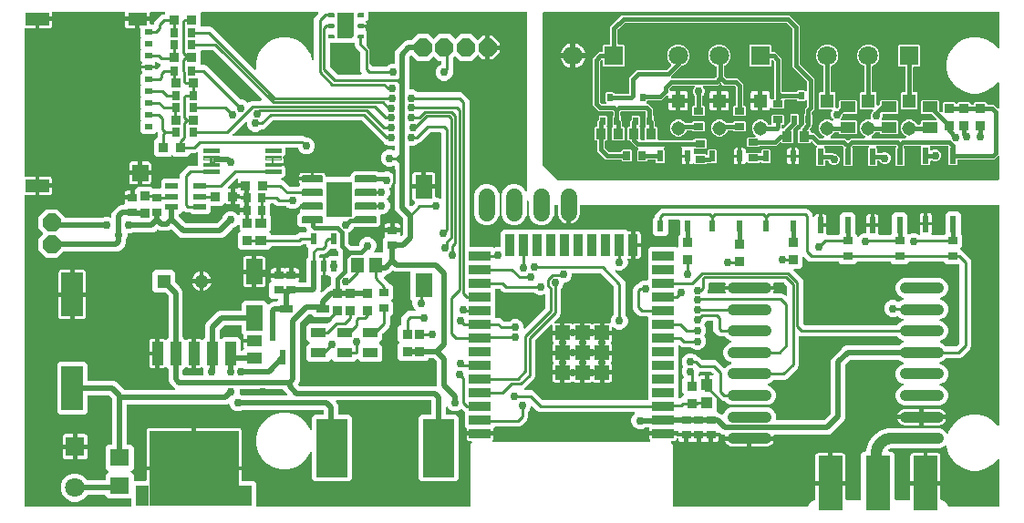
<source format=gbr>
G04 EAGLE Gerber RS-274X export*
G75*
%MOMM*%
%FSLAX34Y34*%
%LPD*%
%INTop Copper*%
%IPPOS*%
%AMOC8*
5,1,8,0,0,1.08239X$1,22.5*%
G01*
%ADD10R,1.000000X1.100000*%
%ADD11R,2.000000X0.900000*%
%ADD12R,0.900000X2.000000*%
%ADD13R,1.330000X1.330000*%
%ADD14C,0.708000*%
%ADD15R,0.950000X0.900000*%
%ADD16R,0.900000X0.650000*%
%ADD17R,1.400000X0.900000*%
%ADD18R,0.940000X0.800000*%
%ADD19R,2.900000X5.400000*%
%ADD20R,1.308000X1.308000*%
%ADD21C,1.308000*%
%ADD22R,1.550000X2.350000*%
%ADD23R,1.470000X1.020000*%
%ADD24R,2.000000X4.100000*%
%ADD25R,1.020000X2.160000*%
%ADD26R,8.330000X6.990000*%
%ADD27R,1.235000X1.910000*%
%ADD28R,1.200000X0.550000*%
%ADD29C,0.100000*%
%ADD30C,0.150000*%
%ADD31R,2.413000X3.302000*%
%ADD32R,0.900000X0.950000*%
%ADD33R,1.210000X0.730000*%
%ADD34R,0.558800X1.320800*%
%ADD35R,0.508000X1.320800*%
%ADD36R,0.800000X0.940000*%
%ADD37P,1.814519X8X112.500000*%
%ADD38P,1.814519X8X22.500000*%
%ADD39R,0.550000X1.050000*%
%ADD40R,1.200000X1.450000*%
%ADD41R,1.000000X0.900000*%
%ADD42C,1.016000*%
%ADD43R,2.286000X5.080000*%
%ADD44R,0.300000X0.200000*%
%ADD45R,0.500000X1.000000*%
%ADD46R,1.820000X1.610000*%
%ADD47R,0.750000X0.500000*%
%ADD48R,1.800000X1.200000*%
%ADD49R,2.200000X1.200000*%
%ADD50R,1.500000X1.600000*%
%ADD51R,0.800000X0.950000*%
%ADD52R,1.600000X2.180000*%
%ADD53R,1.800000X1.800000*%
%ADD54C,1.800000*%
%ADD55R,0.600000X1.500000*%
%ADD56R,1.450000X1.000000*%
%ADD57R,0.600000X1.000000*%
%ADD58R,0.650000X0.900000*%
%ADD59R,0.900000X1.000000*%
%ADD60R,0.500000X0.750000*%
%ADD61C,1.524000*%
%ADD62C,0.254000*%
%ADD63C,0.508000*%
%ADD64C,0.406400*%
%ADD65C,0.756400*%

G36*
X737934Y49531D02*
X737934Y49531D01*
X737935Y49531D01*
X738076Y49551D01*
X738214Y49571D01*
X738215Y49571D01*
X738217Y49571D01*
X738345Y49629D01*
X738473Y49687D01*
X738474Y49688D01*
X738476Y49689D01*
X738583Y49780D01*
X738690Y49870D01*
X738691Y49872D01*
X738692Y49873D01*
X738700Y49886D01*
X738848Y50107D01*
X738857Y50136D01*
X738870Y50157D01*
X739416Y51476D01*
X742274Y54334D01*
X745117Y55511D01*
X745118Y55512D01*
X745119Y55512D01*
X745237Y55582D01*
X745361Y55656D01*
X745362Y55657D01*
X745364Y55658D01*
X745461Y55761D01*
X745557Y55862D01*
X745557Y55864D01*
X745558Y55865D01*
X745621Y55988D01*
X745687Y56115D01*
X745687Y56117D01*
X745688Y56118D01*
X745690Y56133D01*
X745742Y56394D01*
X745739Y56424D01*
X745743Y56449D01*
X745743Y69343D01*
X758698Y69343D01*
X758756Y69351D01*
X758814Y69349D01*
X758896Y69371D01*
X758979Y69383D01*
X759033Y69407D01*
X759089Y69421D01*
X759162Y69464D01*
X759239Y69499D01*
X759283Y69537D01*
X759334Y69567D01*
X759391Y69628D01*
X759456Y69683D01*
X759488Y69731D01*
X759528Y69774D01*
X759567Y69849D01*
X759613Y69919D01*
X759631Y69975D01*
X759658Y70027D01*
X759669Y70095D01*
X759699Y70190D01*
X759702Y70290D01*
X759713Y70358D01*
X759713Y71375D01*
X759715Y71375D01*
X759715Y70358D01*
X759723Y70300D01*
X759722Y70242D01*
X759743Y70160D01*
X759755Y70077D01*
X759779Y70023D01*
X759793Y69967D01*
X759836Y69894D01*
X759871Y69817D01*
X759909Y69772D01*
X759939Y69722D01*
X760000Y69664D01*
X760055Y69600D01*
X760103Y69568D01*
X760146Y69528D01*
X760221Y69489D01*
X760291Y69443D01*
X760347Y69425D01*
X760399Y69398D01*
X760467Y69387D01*
X760562Y69357D01*
X760662Y69354D01*
X760730Y69343D01*
X773685Y69343D01*
X773685Y56896D01*
X773693Y56838D01*
X773691Y56780D01*
X773713Y56698D01*
X773725Y56614D01*
X773748Y56561D01*
X773763Y56505D01*
X773806Y56432D01*
X773841Y56355D01*
X773879Y56310D01*
X773908Y56260D01*
X773970Y56202D01*
X774024Y56138D01*
X774073Y56106D01*
X774116Y56066D01*
X774191Y56027D01*
X774261Y55980D01*
X774317Y55963D01*
X774369Y55936D01*
X774437Y55925D01*
X774532Y55895D01*
X774632Y55892D01*
X774700Y55881D01*
X787400Y55881D01*
X787458Y55889D01*
X787516Y55887D01*
X787598Y55909D01*
X787682Y55921D01*
X787735Y55944D01*
X787791Y55959D01*
X787864Y56002D01*
X787941Y56037D01*
X787986Y56075D01*
X788036Y56104D01*
X788094Y56166D01*
X788158Y56220D01*
X788190Y56269D01*
X788230Y56312D01*
X788269Y56387D01*
X788316Y56457D01*
X788333Y56513D01*
X788360Y56565D01*
X788371Y56633D01*
X788401Y56728D01*
X788404Y56828D01*
X788415Y56896D01*
X788415Y98458D01*
X790796Y100839D01*
X792480Y100839D01*
X792538Y100847D01*
X792596Y100845D01*
X792678Y100867D01*
X792762Y100879D01*
X792815Y100902D01*
X792871Y100917D01*
X792944Y100960D01*
X793021Y100995D01*
X793066Y101033D01*
X793116Y101062D01*
X793174Y101124D01*
X793238Y101178D01*
X793270Y101227D01*
X793310Y101270D01*
X793349Y101345D01*
X793396Y101415D01*
X793413Y101471D01*
X793440Y101523D01*
X793451Y101591D01*
X793481Y101686D01*
X793484Y101786D01*
X793495Y101854D01*
X793495Y102702D01*
X795746Y109630D01*
X800028Y115522D01*
X805920Y119804D01*
X812848Y122055D01*
X861669Y122055D01*
X865030Y120663D01*
X867674Y118019D01*
X867677Y118014D01*
X867715Y117978D01*
X867745Y117947D01*
X867750Y117944D01*
X867810Y117875D01*
X867849Y117850D01*
X867883Y117818D01*
X867969Y117774D01*
X868050Y117722D01*
X868095Y117709D01*
X868136Y117688D01*
X868230Y117669D01*
X868322Y117642D01*
X868369Y117642D01*
X868415Y117632D01*
X868510Y117641D01*
X868607Y117640D01*
X868652Y117653D01*
X868698Y117657D01*
X868788Y117691D01*
X868880Y117717D01*
X868920Y117742D01*
X868963Y117758D01*
X869040Y117816D01*
X869122Y117867D01*
X869153Y117902D01*
X869190Y117930D01*
X869248Y118007D01*
X869312Y118078D01*
X869329Y118115D01*
X869361Y118157D01*
X869421Y118316D01*
X869452Y118383D01*
X869702Y119318D01*
X873146Y125283D01*
X878017Y130154D01*
X883982Y133598D01*
X890636Y135381D01*
X897524Y135381D01*
X904178Y133598D01*
X910143Y130154D01*
X915014Y125283D01*
X915045Y125229D01*
X915057Y125214D01*
X915065Y125196D01*
X915144Y125103D01*
X915220Y125006D01*
X915236Y124994D01*
X915249Y124979D01*
X915351Y124911D01*
X915450Y124839D01*
X915469Y124832D01*
X915485Y124821D01*
X915602Y124784D01*
X915718Y124743D01*
X915737Y124742D01*
X915756Y124736D01*
X915879Y124733D01*
X916002Y124725D01*
X916021Y124729D01*
X916040Y124728D01*
X916159Y124759D01*
X916279Y124786D01*
X916296Y124795D01*
X916315Y124800D01*
X916421Y124863D01*
X916529Y124922D01*
X916543Y124935D01*
X916560Y124945D01*
X916644Y125035D01*
X916731Y125121D01*
X916741Y125138D01*
X916754Y125153D01*
X916810Y125262D01*
X916870Y125369D01*
X916875Y125388D01*
X916884Y125406D01*
X916896Y125479D01*
X916935Y125646D01*
X916933Y125697D01*
X916939Y125737D01*
X916939Y328930D01*
X916931Y328988D01*
X916933Y329046D01*
X916911Y329128D01*
X916899Y329212D01*
X916876Y329265D01*
X916861Y329321D01*
X916818Y329394D01*
X916783Y329471D01*
X916745Y329516D01*
X916716Y329566D01*
X916654Y329624D01*
X916600Y329688D01*
X916551Y329720D01*
X916508Y329760D01*
X916433Y329799D01*
X916363Y329846D01*
X916307Y329863D01*
X916255Y329890D01*
X916187Y329901D01*
X916092Y329931D01*
X915992Y329934D01*
X915924Y329945D01*
X528066Y329945D01*
X528008Y329937D01*
X527950Y329939D01*
X527868Y329917D01*
X527784Y329905D01*
X527731Y329882D01*
X527675Y329867D01*
X527602Y329824D01*
X527525Y329789D01*
X527480Y329751D01*
X527430Y329722D01*
X527372Y329660D01*
X527308Y329606D01*
X527276Y329557D01*
X527236Y329514D01*
X527197Y329439D01*
X527150Y329369D01*
X527133Y329313D01*
X527106Y329261D01*
X527095Y329193D01*
X527065Y329098D01*
X527062Y328998D01*
X527051Y328930D01*
X527051Y321780D01*
X526801Y320201D01*
X526306Y318680D01*
X525580Y317255D01*
X524640Y315961D01*
X523509Y314830D01*
X522215Y313890D01*
X520790Y313164D01*
X519269Y312669D01*
X518921Y312614D01*
X518921Y328930D01*
X518913Y328988D01*
X518915Y329046D01*
X518893Y329128D01*
X518881Y329212D01*
X518857Y329265D01*
X518843Y329321D01*
X518800Y329394D01*
X518765Y329471D01*
X518727Y329516D01*
X518697Y329566D01*
X518636Y329624D01*
X518581Y329688D01*
X518533Y329720D01*
X518490Y329760D01*
X518415Y329799D01*
X518345Y329846D01*
X518289Y329863D01*
X518237Y329890D01*
X518169Y329901D01*
X518074Y329931D01*
X517974Y329934D01*
X517906Y329945D01*
X515874Y329945D01*
X515816Y329937D01*
X515758Y329939D01*
X515676Y329917D01*
X515593Y329905D01*
X515539Y329882D01*
X515483Y329867D01*
X515410Y329824D01*
X515333Y329789D01*
X515288Y329751D01*
X515238Y329722D01*
X515180Y329660D01*
X515116Y329606D01*
X515084Y329557D01*
X515044Y329514D01*
X515005Y329439D01*
X514959Y329369D01*
X514941Y329313D01*
X514914Y329261D01*
X514903Y329193D01*
X514873Y329098D01*
X514870Y328998D01*
X514859Y328930D01*
X514859Y312614D01*
X514511Y312669D01*
X512990Y313164D01*
X511565Y313890D01*
X510271Y314830D01*
X509140Y315961D01*
X508200Y317255D01*
X507474Y318680D01*
X506979Y320201D01*
X506729Y321780D01*
X506729Y328930D01*
X506721Y328988D01*
X506723Y329046D01*
X506701Y329128D01*
X506689Y329212D01*
X506666Y329265D01*
X506651Y329321D01*
X506608Y329394D01*
X506573Y329471D01*
X506535Y329516D01*
X506506Y329566D01*
X506444Y329624D01*
X506390Y329688D01*
X506341Y329720D01*
X506298Y329760D01*
X506223Y329799D01*
X506153Y329846D01*
X506097Y329863D01*
X506045Y329890D01*
X505977Y329901D01*
X505882Y329931D01*
X505782Y329934D01*
X505714Y329945D01*
X504190Y329945D01*
X504132Y329937D01*
X504074Y329939D01*
X503992Y329917D01*
X503908Y329905D01*
X503855Y329882D01*
X503799Y329867D01*
X503726Y329824D01*
X503649Y329789D01*
X503604Y329751D01*
X503554Y329722D01*
X503496Y329660D01*
X503432Y329606D01*
X503400Y329557D01*
X503360Y329514D01*
X503321Y329439D01*
X503274Y329369D01*
X503257Y329313D01*
X503230Y329261D01*
X503219Y329193D01*
X503189Y329098D01*
X503186Y328998D01*
X503175Y328930D01*
X503175Y320256D01*
X501396Y315961D01*
X498109Y312674D01*
X493814Y310895D01*
X489166Y310895D01*
X484871Y312674D01*
X481584Y315961D01*
X479805Y320256D01*
X479805Y332740D01*
X479793Y332827D01*
X479790Y332914D01*
X479773Y332967D01*
X479765Y333021D01*
X479730Y333101D01*
X479703Y333185D01*
X479675Y333224D01*
X479649Y333281D01*
X479553Y333394D01*
X479508Y333458D01*
X479484Y333475D01*
X479466Y333498D01*
X479465Y333498D01*
X479371Y333561D01*
X479281Y333629D01*
X479253Y333639D01*
X479229Y333656D01*
X479121Y333690D01*
X479015Y333730D01*
X478986Y333732D01*
X478958Y333741D01*
X478844Y333744D01*
X478732Y333754D01*
X478703Y333748D01*
X478674Y333749D01*
X478564Y333720D01*
X478453Y333698D01*
X478427Y333684D01*
X478399Y333677D01*
X478301Y333619D01*
X478201Y333567D01*
X478179Y333547D01*
X478154Y333532D01*
X478077Y333449D01*
X477995Y333371D01*
X477980Y333346D01*
X477960Y333324D01*
X477908Y333223D01*
X477851Y333126D01*
X477844Y333097D01*
X477830Y333071D01*
X477817Y332994D01*
X477781Y332850D01*
X477783Y332788D01*
X477775Y332740D01*
X477775Y320256D01*
X475996Y315961D01*
X472709Y312674D01*
X468414Y310895D01*
X463766Y310895D01*
X459471Y312674D01*
X456184Y315961D01*
X454405Y320256D01*
X454405Y340144D01*
X456184Y344439D01*
X459471Y347726D01*
X463766Y349505D01*
X468414Y349505D01*
X472709Y347726D01*
X475996Y344439D01*
X476582Y343024D01*
X476626Y342950D01*
X476661Y342871D01*
X476698Y342828D01*
X476727Y342779D01*
X476789Y342720D01*
X476845Y342654D01*
X476892Y342623D01*
X476933Y342584D01*
X477010Y342544D01*
X477081Y342497D01*
X477135Y342479D01*
X477186Y342453D01*
X477270Y342437D01*
X477352Y342411D01*
X477409Y342409D01*
X477465Y342398D01*
X477550Y342406D01*
X477636Y342404D01*
X477691Y342418D01*
X477748Y342423D01*
X477828Y342454D01*
X477911Y342475D01*
X477960Y342504D01*
X478013Y342525D01*
X478082Y342577D01*
X478156Y342621D01*
X478195Y342662D01*
X478240Y342697D01*
X478292Y342765D01*
X478350Y342828D01*
X478376Y342879D01*
X478410Y342924D01*
X478441Y343005D01*
X478480Y343081D01*
X478488Y343130D01*
X478511Y343190D01*
X478522Y343335D01*
X478535Y343412D01*
X478535Y508254D01*
X478527Y508312D01*
X478529Y508370D01*
X478507Y508452D01*
X478495Y508536D01*
X478472Y508589D01*
X478457Y508645D01*
X478414Y508718D01*
X478379Y508795D01*
X478341Y508840D01*
X478312Y508890D01*
X478250Y508948D01*
X478196Y509012D01*
X478147Y509044D01*
X478104Y509084D01*
X478029Y509123D01*
X477959Y509170D01*
X477903Y509187D01*
X477851Y509214D01*
X477783Y509225D01*
X477688Y509255D01*
X477588Y509258D01*
X477520Y509269D01*
X331510Y509269D01*
X331452Y509261D01*
X331394Y509263D01*
X331312Y509241D01*
X331228Y509229D01*
X331175Y509206D01*
X331119Y509191D01*
X331046Y509148D01*
X330969Y509113D01*
X330924Y509075D01*
X330874Y509046D01*
X330816Y508984D01*
X330752Y508930D01*
X330720Y508881D01*
X330680Y508838D01*
X330641Y508763D01*
X330594Y508693D01*
X330577Y508637D01*
X330550Y508585D01*
X330539Y508517D01*
X330509Y508422D01*
X330506Y508322D01*
X330495Y508254D01*
X330495Y502866D01*
X328761Y501132D01*
X328720Y501078D01*
X328672Y501030D01*
X328635Y500965D01*
X328590Y500905D01*
X328566Y500841D01*
X328533Y500782D01*
X328516Y500709D01*
X328489Y500639D01*
X328483Y500571D01*
X328468Y500505D01*
X328472Y500430D01*
X328466Y500356D01*
X328479Y500289D01*
X328482Y500221D01*
X328504Y500162D01*
X328521Y500077D01*
X328574Y499976D01*
X328600Y499907D01*
X328794Y499570D01*
X328971Y498911D01*
X328971Y497585D01*
X326429Y497585D01*
X326429Y498570D01*
X326393Y498617D01*
X326386Y498612D01*
X326380Y498619D01*
X321380Y498619D01*
X321359Y498603D01*
X321345Y498605D01*
X320345Y497605D01*
X320344Y497593D01*
X320337Y497588D01*
X320342Y497581D01*
X320342Y497578D01*
X320331Y497570D01*
X320331Y495570D01*
X320347Y495549D01*
X320345Y495535D01*
X321345Y494535D01*
X321372Y494532D01*
X321380Y494521D01*
X326380Y494521D01*
X326427Y494557D01*
X326422Y494564D01*
X326429Y494570D01*
X326429Y495555D01*
X328971Y495555D01*
X328971Y494229D01*
X328794Y493570D01*
X328600Y493233D01*
X328574Y493170D01*
X328540Y493111D01*
X328522Y493039D01*
X328494Y492970D01*
X328487Y492902D01*
X328470Y492836D01*
X328472Y492761D01*
X328465Y492687D01*
X328477Y492620D01*
X328479Y492552D01*
X328502Y492481D01*
X328515Y492407D01*
X328545Y492346D01*
X328566Y492281D01*
X328603Y492230D01*
X328641Y492152D01*
X328718Y492068D01*
X328761Y492008D01*
X330495Y490274D01*
X330495Y482866D01*
X329625Y481996D01*
X329589Y481949D01*
X329547Y481909D01*
X329504Y481836D01*
X329454Y481768D01*
X329433Y481714D01*
X329403Y481663D01*
X329383Y481582D01*
X329353Y481503D01*
X329348Y481444D01*
X329333Y481388D01*
X329336Y481303D01*
X329329Y481219D01*
X329340Y481162D01*
X329342Y481104D01*
X329368Y481023D01*
X329385Y480941D01*
X329412Y480889D01*
X329430Y480833D01*
X329470Y480777D01*
X329516Y480688D01*
X329585Y480616D01*
X329625Y480560D01*
X333453Y476732D01*
X334265Y474771D01*
X334265Y459740D01*
X334273Y459682D01*
X334271Y459624D01*
X334293Y459542D01*
X334305Y459458D01*
X334328Y459405D01*
X334343Y459349D01*
X334386Y459276D01*
X334421Y459199D01*
X334459Y459154D01*
X334488Y459104D01*
X334550Y459046D01*
X334604Y458982D01*
X334653Y458950D01*
X334696Y458910D01*
X334771Y458871D01*
X334841Y458824D01*
X334897Y458807D01*
X334949Y458780D01*
X335017Y458769D01*
X335112Y458739D01*
X335212Y458736D01*
X335280Y458725D01*
X347921Y458725D01*
X348008Y458737D01*
X348095Y458740D01*
X348148Y458757D01*
X348203Y458765D01*
X348283Y458800D01*
X348366Y458827D01*
X348405Y458855D01*
X348462Y458881D01*
X348575Y458977D01*
X348639Y459022D01*
X349659Y460042D01*
X352543Y461237D01*
X354330Y461237D01*
X354388Y461245D01*
X354446Y461243D01*
X354528Y461265D01*
X354612Y461277D01*
X354665Y461300D01*
X354721Y461315D01*
X354794Y461358D01*
X354871Y461393D01*
X354916Y461431D01*
X354966Y461460D01*
X355024Y461522D01*
X355088Y461576D01*
X355120Y461625D01*
X355160Y461668D01*
X355199Y461743D01*
X355246Y461813D01*
X355263Y461869D01*
X355290Y461921D01*
X355301Y461989D01*
X355331Y462084D01*
X355334Y462184D01*
X355345Y462252D01*
X355345Y471214D01*
X356351Y473641D01*
X358351Y475642D01*
X358352Y475642D01*
X364559Y481849D01*
X366986Y482855D01*
X370062Y482855D01*
X370148Y482867D01*
X370236Y482870D01*
X370289Y482887D01*
X370343Y482895D01*
X370423Y482930D01*
X370506Y482957D01*
X370546Y482985D01*
X370603Y483011D01*
X370716Y483107D01*
X370780Y483152D01*
X376324Y488697D01*
X386636Y488697D01*
X390762Y484570D01*
X390809Y484535D01*
X390849Y484493D01*
X390922Y484450D01*
X390989Y484399D01*
X391044Y484379D01*
X391094Y484349D01*
X391176Y484328D01*
X391255Y484298D01*
X391313Y484293D01*
X391370Y484279D01*
X391454Y484282D01*
X391538Y484275D01*
X391596Y484286D01*
X391654Y484288D01*
X391734Y484314D01*
X391817Y484330D01*
X391869Y484357D01*
X391925Y484375D01*
X391981Y484415D01*
X392069Y484461D01*
X392142Y484530D01*
X392198Y484570D01*
X396324Y488697D01*
X406636Y488697D01*
X410762Y484570D01*
X410809Y484535D01*
X410849Y484493D01*
X410922Y484450D01*
X410989Y484399D01*
X411044Y484379D01*
X411094Y484349D01*
X411176Y484328D01*
X411255Y484298D01*
X411313Y484293D01*
X411370Y484279D01*
X411454Y484282D01*
X411538Y484275D01*
X411596Y484286D01*
X411654Y484288D01*
X411734Y484314D01*
X411817Y484330D01*
X411869Y484357D01*
X411925Y484375D01*
X411981Y484415D01*
X412069Y484461D01*
X412142Y484530D01*
X412198Y484570D01*
X416324Y488697D01*
X426636Y488697D01*
X431840Y483493D01*
X431887Y483457D01*
X431927Y483415D01*
X431999Y483372D01*
X432067Y483322D01*
X432122Y483301D01*
X432172Y483271D01*
X432254Y483251D01*
X432333Y483220D01*
X432391Y483216D01*
X432448Y483201D01*
X432532Y483204D01*
X432616Y483197D01*
X432673Y483208D01*
X432732Y483210D01*
X432812Y483236D01*
X432895Y483253D01*
X432947Y483280D01*
X433002Y483298D01*
X433058Y483338D01*
X433147Y483384D01*
X433219Y483452D01*
X433276Y483493D01*
X436956Y487173D01*
X439449Y487173D01*
X439449Y477266D01*
X439457Y477208D01*
X439455Y477150D01*
X439477Y477068D01*
X439489Y476985D01*
X439513Y476931D01*
X439527Y476875D01*
X439570Y476802D01*
X439605Y476725D01*
X439643Y476681D01*
X439673Y476630D01*
X439734Y476573D01*
X439789Y476508D01*
X439837Y476476D01*
X439880Y476436D01*
X439955Y476397D01*
X440025Y476351D01*
X440081Y476333D01*
X440133Y476306D01*
X440201Y476295D01*
X440296Y476265D01*
X440396Y476262D01*
X440464Y476251D01*
X441481Y476251D01*
X441481Y476249D01*
X440464Y476249D01*
X440406Y476241D01*
X440348Y476242D01*
X440266Y476221D01*
X440183Y476209D01*
X440129Y476185D01*
X440073Y476171D01*
X440000Y476128D01*
X439923Y476093D01*
X439878Y476055D01*
X439828Y476025D01*
X439770Y475964D01*
X439706Y475909D01*
X439674Y475861D01*
X439634Y475818D01*
X439595Y475743D01*
X439549Y475673D01*
X439531Y475617D01*
X439504Y475565D01*
X439493Y475497D01*
X439463Y475402D01*
X439460Y475302D01*
X439449Y475234D01*
X439449Y465327D01*
X436956Y465327D01*
X433276Y469007D01*
X433229Y469043D01*
X433189Y469085D01*
X433116Y469128D01*
X433048Y469178D01*
X432994Y469199D01*
X432943Y469229D01*
X432862Y469249D01*
X432783Y469280D01*
X432724Y469284D01*
X432668Y469299D01*
X432583Y469296D01*
X432499Y469303D01*
X432442Y469292D01*
X432384Y469290D01*
X432303Y469264D01*
X432221Y469247D01*
X432169Y469220D01*
X432113Y469202D01*
X432057Y469162D01*
X431968Y469116D01*
X431896Y469048D01*
X431840Y469007D01*
X426636Y463803D01*
X416324Y463803D01*
X412198Y467930D01*
X412151Y467965D01*
X412111Y468007D01*
X412038Y468050D01*
X411971Y468101D01*
X411916Y468122D01*
X411866Y468151D01*
X411784Y468172D01*
X411705Y468202D01*
X411647Y468207D01*
X411590Y468221D01*
X411506Y468218D01*
X411422Y468225D01*
X411364Y468214D01*
X411306Y468212D01*
X411226Y468186D01*
X411143Y468170D01*
X411091Y468143D01*
X411035Y468125D01*
X410979Y468084D01*
X410891Y468039D01*
X410818Y467970D01*
X410762Y467930D01*
X409492Y466660D01*
X409440Y466590D01*
X409380Y466526D01*
X409354Y466477D01*
X409321Y466433D01*
X409290Y466351D01*
X409250Y466273D01*
X409242Y466225D01*
X409220Y466167D01*
X409208Y466019D01*
X409195Y465942D01*
X409195Y454571D01*
X409173Y454487D01*
X409175Y454422D01*
X409167Y454373D01*
X409167Y451603D01*
X407972Y448719D01*
X405765Y446512D01*
X402881Y445317D01*
X399759Y445317D01*
X396875Y446512D01*
X394668Y448719D01*
X393473Y451603D01*
X393473Y454725D01*
X394668Y457609D01*
X396875Y459816D01*
X397899Y460240D01*
X397900Y460241D01*
X397901Y460241D01*
X398021Y460312D01*
X398143Y460385D01*
X398144Y460386D01*
X398146Y460386D01*
X398243Y460491D01*
X398339Y460591D01*
X398339Y460593D01*
X398340Y460594D01*
X398405Y460719D01*
X398469Y460844D01*
X398469Y460846D01*
X398470Y460847D01*
X398472Y460862D01*
X398524Y461123D01*
X398521Y461153D01*
X398525Y461178D01*
X398525Y462788D01*
X398518Y462838D01*
X398519Y462854D01*
X398517Y462858D01*
X398519Y462904D01*
X398497Y462986D01*
X398485Y463070D01*
X398462Y463123D01*
X398447Y463179D01*
X398404Y463252D01*
X398369Y463329D01*
X398331Y463374D01*
X398302Y463424D01*
X398240Y463482D01*
X398186Y463546D01*
X398137Y463578D01*
X398094Y463618D01*
X398019Y463657D01*
X397949Y463704D01*
X397893Y463721D01*
X397841Y463748D01*
X397773Y463759D01*
X397678Y463789D01*
X397578Y463792D01*
X397510Y463803D01*
X396324Y463803D01*
X392198Y467930D01*
X392151Y467965D01*
X392111Y468007D01*
X392038Y468050D01*
X391971Y468101D01*
X391916Y468121D01*
X391866Y468151D01*
X391784Y468172D01*
X391705Y468202D01*
X391647Y468207D01*
X391590Y468221D01*
X391506Y468218D01*
X391422Y468225D01*
X391364Y468214D01*
X391306Y468212D01*
X391226Y468186D01*
X391143Y468170D01*
X391091Y468143D01*
X391035Y468125D01*
X390979Y468085D01*
X390891Y468039D01*
X390818Y467970D01*
X390762Y467930D01*
X386636Y463803D01*
X376324Y463803D01*
X371477Y468651D01*
X371430Y468686D01*
X371390Y468728D01*
X371317Y468771D01*
X371250Y468822D01*
X371195Y468842D01*
X371145Y468872D01*
X371063Y468893D01*
X370984Y468923D01*
X370926Y468928D01*
X370869Y468942D01*
X370785Y468939D01*
X370701Y468946D01*
X370644Y468935D01*
X370585Y468933D01*
X370505Y468907D01*
X370422Y468890D01*
X370370Y468864D01*
X370315Y468846D01*
X370258Y468805D01*
X370170Y468759D01*
X370097Y468691D01*
X370041Y468651D01*
X368852Y467462D01*
X368800Y467392D01*
X368740Y467328D01*
X368714Y467279D01*
X368681Y467234D01*
X368650Y467153D01*
X368610Y467075D01*
X368602Y467027D01*
X368580Y466969D01*
X368568Y466821D01*
X368555Y466744D01*
X368555Y438122D01*
X368563Y438064D01*
X368561Y438006D01*
X368583Y437924D01*
X368595Y437840D01*
X368618Y437787D01*
X368633Y437731D01*
X368676Y437658D01*
X368711Y437581D01*
X368749Y437536D01*
X368778Y437486D01*
X368840Y437428D01*
X368894Y437364D01*
X368943Y437332D01*
X368986Y437292D01*
X369061Y437253D01*
X369131Y437206D01*
X369187Y437189D01*
X369239Y437162D01*
X369307Y437151D01*
X369402Y437121D01*
X369502Y437118D01*
X369570Y437107D01*
X372401Y437107D01*
X375285Y435912D01*
X376305Y434892D01*
X376375Y434840D01*
X376439Y434780D01*
X376488Y434754D01*
X376532Y434721D01*
X376614Y434690D01*
X376692Y434650D01*
X376739Y434642D01*
X376798Y434620D01*
X376945Y434608D01*
X377023Y434595D01*
X416351Y434595D01*
X418312Y433783D01*
X423623Y428472D01*
X424435Y426511D01*
X424435Y292260D01*
X424443Y292202D01*
X424441Y292144D01*
X424463Y292062D01*
X424475Y291978D01*
X424498Y291925D01*
X424513Y291869D01*
X424556Y291796D01*
X424591Y291719D01*
X424629Y291674D01*
X424658Y291624D01*
X424720Y291566D01*
X424774Y291502D01*
X424823Y291470D01*
X424866Y291430D01*
X424941Y291391D01*
X425011Y291344D01*
X425067Y291327D01*
X425119Y291300D01*
X425187Y291289D01*
X425282Y291259D01*
X425382Y291256D01*
X425450Y291245D01*
X446114Y291245D01*
X446697Y290661D01*
X446698Y290660D01*
X446699Y290659D01*
X446814Y290574D01*
X446924Y290490D01*
X446926Y290490D01*
X446927Y290489D01*
X447057Y290440D01*
X447190Y290389D01*
X447191Y290389D01*
X447193Y290389D01*
X447337Y290377D01*
X447473Y290366D01*
X447475Y290366D01*
X447476Y290366D01*
X447492Y290370D01*
X447752Y290422D01*
X447779Y290436D01*
X447803Y290441D01*
X449289Y291057D01*
X452462Y291057D01*
X452532Y291035D01*
X452560Y291034D01*
X452587Y291027D01*
X452702Y291030D01*
X452816Y291027D01*
X452843Y291034D01*
X452871Y291035D01*
X452980Y291070D01*
X453091Y291099D01*
X453115Y291113D01*
X453142Y291122D01*
X453237Y291186D01*
X453336Y291244D01*
X453355Y291264D01*
X453378Y291280D01*
X453452Y291368D01*
X453530Y291452D01*
X453543Y291476D01*
X453561Y291497D01*
X453608Y291603D01*
X453660Y291705D01*
X453664Y291729D01*
X453676Y291757D01*
X453713Y292022D01*
X453715Y292036D01*
X453715Y304364D01*
X456096Y306745D01*
X570064Y306745D01*
X571290Y305518D01*
X571360Y305466D01*
X571424Y305406D01*
X571473Y305380D01*
X571518Y305347D01*
X571599Y305316D01*
X571677Y305276D01*
X571725Y305268D01*
X571783Y305246D01*
X571931Y305234D01*
X572008Y305221D01*
X574549Y305221D01*
X574549Y293696D01*
X574557Y293638D01*
X574555Y293580D01*
X574577Y293498D01*
X574589Y293415D01*
X574613Y293361D01*
X574627Y293305D01*
X574670Y293232D01*
X574705Y293155D01*
X574743Y293111D01*
X574773Y293060D01*
X574834Y293003D01*
X574889Y292938D01*
X574937Y292906D01*
X574980Y292866D01*
X575055Y292827D01*
X575125Y292781D01*
X575181Y292763D01*
X575233Y292736D01*
X575301Y292725D01*
X575396Y292695D01*
X575496Y292692D01*
X575564Y292681D01*
X576581Y292681D01*
X576581Y292679D01*
X575564Y292679D01*
X575506Y292671D01*
X575448Y292672D01*
X575366Y292651D01*
X575283Y292639D01*
X575229Y292615D01*
X575173Y292601D01*
X575100Y292558D01*
X575023Y292523D01*
X574978Y292485D01*
X574928Y292455D01*
X574870Y292394D01*
X574806Y292339D01*
X574774Y292291D01*
X574734Y292248D01*
X574695Y292173D01*
X574649Y292103D01*
X574631Y292047D01*
X574604Y291995D01*
X574593Y291927D01*
X574563Y291832D01*
X574560Y291732D01*
X574549Y291664D01*
X574549Y280139D01*
X572534Y280139D01*
X572421Y280123D01*
X572306Y280113D01*
X572280Y280103D01*
X572253Y280099D01*
X572148Y280053D01*
X572041Y280011D01*
X572019Y279994D01*
X571993Y279983D01*
X571906Y279909D01*
X571814Y279840D01*
X571798Y279817D01*
X571776Y279800D01*
X571713Y279704D01*
X571644Y279612D01*
X571634Y279586D01*
X571619Y279563D01*
X571584Y279453D01*
X571544Y279346D01*
X571541Y279318D01*
X571533Y279292D01*
X571530Y279177D01*
X571521Y279063D01*
X571527Y279038D01*
X571526Y279008D01*
X571593Y278749D01*
X571596Y278735D01*
X571598Y278733D01*
X571598Y278732D01*
X571727Y278421D01*
X571727Y275299D01*
X570532Y272415D01*
X568325Y270208D01*
X565441Y269013D01*
X562319Y269013D01*
X561285Y269442D01*
X561202Y269463D01*
X561122Y269494D01*
X561065Y269498D01*
X561010Y269513D01*
X560924Y269510D01*
X560838Y269517D01*
X560783Y269506D01*
X560726Y269504D01*
X560644Y269478D01*
X560560Y269461D01*
X560509Y269435D01*
X560455Y269418D01*
X560383Y269370D01*
X560307Y269330D01*
X560266Y269291D01*
X560219Y269259D01*
X560163Y269194D01*
X560101Y269135D01*
X560072Y269085D01*
X560036Y269042D01*
X560001Y268963D01*
X559957Y268889D01*
X559943Y268834D01*
X559920Y268782D01*
X559908Y268697D01*
X559887Y268614D01*
X559889Y268557D01*
X559881Y268501D01*
X559894Y268415D01*
X559896Y268330D01*
X559914Y268275D01*
X559922Y268219D01*
X559957Y268141D01*
X559984Y268059D01*
X560013Y268019D01*
X560039Y267960D01*
X560133Y267850D01*
X560179Y267786D01*
X568403Y259562D01*
X569215Y257601D01*
X569215Y228207D01*
X569223Y228150D01*
X569221Y228098D01*
X569229Y228071D01*
X569230Y228033D01*
X569247Y227980D01*
X569255Y227925D01*
X569283Y227861D01*
X569293Y227823D01*
X569303Y227808D01*
X569317Y227762D01*
X569345Y227723D01*
X569371Y227666D01*
X569425Y227602D01*
X569438Y227579D01*
X569467Y227552D01*
X569512Y227489D01*
X570532Y226469D01*
X571727Y223585D01*
X571727Y220463D01*
X570532Y217579D01*
X568325Y215372D01*
X565441Y214177D01*
X562319Y214177D01*
X559435Y215372D01*
X558704Y216103D01*
X558680Y216121D01*
X558661Y216143D01*
X558567Y216206D01*
X558477Y216274D01*
X558449Y216285D01*
X558425Y216301D01*
X558317Y216335D01*
X558211Y216375D01*
X558182Y216378D01*
X558154Y216387D01*
X558040Y216389D01*
X557928Y216399D01*
X557899Y216393D01*
X557870Y216394D01*
X557760Y216365D01*
X557649Y216343D01*
X557623Y216329D01*
X557595Y216322D01*
X557497Y216264D01*
X557397Y216212D01*
X557375Y216192D01*
X557350Y216177D01*
X557273Y216094D01*
X557191Y216016D01*
X557176Y215991D01*
X557156Y215969D01*
X557104Y215868D01*
X557047Y215771D01*
X557040Y215742D01*
X557026Y215716D01*
X557013Y215639D01*
X556977Y215495D01*
X556979Y215433D01*
X556971Y215385D01*
X556971Y212961D01*
X549811Y212961D01*
X549811Y220121D01*
X554776Y220121D01*
X554804Y220117D01*
X554850Y220103D01*
X554944Y220100D01*
X554996Y220094D01*
X555003Y220093D01*
X555005Y220093D01*
X555037Y220089D01*
X555086Y220097D01*
X555134Y220095D01*
X555225Y220119D01*
X555318Y220134D01*
X555362Y220155D01*
X555409Y220167D01*
X555490Y220215D01*
X555575Y220255D01*
X555612Y220287D01*
X555654Y220312D01*
X555718Y220381D01*
X555789Y220443D01*
X555815Y220484D01*
X555848Y220520D01*
X555891Y220603D01*
X555925Y220656D01*
X555934Y220669D01*
X555934Y220670D01*
X555942Y220682D01*
X555956Y220729D01*
X555978Y220773D01*
X555990Y220846D01*
X555998Y220872D01*
X556019Y220940D01*
X556019Y220945D01*
X556022Y220955D01*
X556023Y221042D01*
X556033Y221104D01*
X556033Y223585D01*
X557228Y226469D01*
X558248Y227489D01*
X558282Y227534D01*
X558288Y227539D01*
X558302Y227560D01*
X558360Y227623D01*
X558386Y227672D01*
X558419Y227716D01*
X558436Y227762D01*
X558446Y227776D01*
X558457Y227811D01*
X558490Y227876D01*
X558498Y227923D01*
X558520Y227982D01*
X558523Y228022D01*
X558531Y228047D01*
X558534Y228137D01*
X558545Y228207D01*
X558545Y253910D01*
X558533Y253996D01*
X558530Y254084D01*
X558513Y254136D01*
X558505Y254191D01*
X558470Y254271D01*
X558443Y254354D01*
X558415Y254394D01*
X558389Y254451D01*
X558293Y254564D01*
X558248Y254628D01*
X546530Y266346D01*
X546460Y266398D01*
X546396Y266458D01*
X546347Y266484D01*
X546302Y266517D01*
X546221Y266548D01*
X546143Y266588D01*
X546095Y266596D01*
X546037Y266618D01*
X545889Y266630D01*
X545812Y266643D01*
X520672Y266643D01*
X520614Y266635D01*
X520556Y266637D01*
X520474Y266615D01*
X520390Y266603D01*
X520337Y266580D01*
X520281Y266565D01*
X520208Y266522D01*
X520131Y266487D01*
X520086Y266449D01*
X520036Y266420D01*
X519978Y266358D01*
X519914Y266304D01*
X519882Y266255D01*
X519842Y266212D01*
X519803Y266137D01*
X519756Y266067D01*
X519739Y266011D01*
X519712Y265959D01*
X519701Y265891D01*
X519671Y265796D01*
X519668Y265696D01*
X519657Y265628D01*
X519657Y263841D01*
X518462Y260957D01*
X516255Y258750D01*
X513371Y257555D01*
X513052Y257555D01*
X512994Y257547D01*
X512936Y257549D01*
X512854Y257527D01*
X512770Y257515D01*
X512717Y257492D01*
X512661Y257477D01*
X512588Y257434D01*
X512511Y257399D01*
X512466Y257361D01*
X512416Y257332D01*
X512358Y257270D01*
X512294Y257216D01*
X512262Y257167D01*
X512222Y257124D01*
X512183Y257049D01*
X512136Y256979D01*
X512119Y256923D01*
X512092Y256871D01*
X512081Y256803D01*
X512051Y256708D01*
X512048Y256608D01*
X512037Y256540D01*
X512037Y256249D01*
X510842Y253365D01*
X509822Y252345D01*
X509770Y252275D01*
X509710Y252211D01*
X509684Y252162D01*
X509651Y252118D01*
X509620Y252036D01*
X509580Y251958D01*
X509572Y251911D01*
X509550Y251852D01*
X509541Y251739D01*
X509539Y251733D01*
X509538Y251709D01*
X509538Y251705D01*
X509525Y251627D01*
X509525Y228809D01*
X508713Y226848D01*
X503718Y221854D01*
X503701Y221830D01*
X503678Y221811D01*
X503616Y221717D01*
X503547Y221627D01*
X503537Y221599D01*
X503521Y221575D01*
X503486Y221467D01*
X503446Y221361D01*
X503444Y221332D01*
X503435Y221304D01*
X503432Y221190D01*
X503423Y221078D01*
X503428Y221049D01*
X503428Y221020D01*
X503456Y220910D01*
X503479Y220799D01*
X503492Y220773D01*
X503499Y220745D01*
X503557Y220647D01*
X503610Y220547D01*
X503630Y220525D01*
X503645Y220500D01*
X503727Y220423D01*
X503805Y220341D01*
X503831Y220326D01*
X503852Y220306D01*
X503953Y220254D01*
X504051Y220197D01*
X504079Y220190D01*
X504105Y220176D01*
X504183Y220163D01*
X504326Y220127D01*
X504389Y220129D01*
X504436Y220121D01*
X509049Y220121D01*
X509049Y212961D01*
X501889Y212961D01*
X501889Y217574D01*
X501885Y217603D01*
X501888Y217632D01*
X501865Y217743D01*
X501849Y217855D01*
X501837Y217882D01*
X501832Y217911D01*
X501780Y218011D01*
X501733Y218115D01*
X501714Y218137D01*
X501701Y218163D01*
X501623Y218245D01*
X501550Y218332D01*
X501525Y218348D01*
X501505Y218369D01*
X501407Y218426D01*
X501313Y218489D01*
X501285Y218498D01*
X501260Y218513D01*
X501150Y218541D01*
X501042Y218575D01*
X501012Y218576D01*
X500984Y218583D01*
X500871Y218579D01*
X500758Y218582D01*
X500729Y218575D01*
X500700Y218574D01*
X500592Y218539D01*
X500483Y218511D01*
X500457Y218496D01*
X500429Y218487D01*
X500366Y218441D01*
X500238Y218365D01*
X500195Y218320D01*
X500156Y218292D01*
X486200Y204336D01*
X486148Y204266D01*
X486088Y204202D01*
X486062Y204152D01*
X486029Y204108D01*
X485998Y204027D01*
X485958Y203949D01*
X485950Y203901D01*
X485928Y203843D01*
X485916Y203695D01*
X485903Y203618D01*
X485903Y170897D01*
X485091Y168936D01*
X475622Y159468D01*
X475605Y159444D01*
X475582Y159425D01*
X475520Y159331D01*
X475451Y159241D01*
X475441Y159213D01*
X475425Y159189D01*
X475390Y159081D01*
X475350Y158975D01*
X475348Y158946D01*
X475339Y158918D01*
X475336Y158804D01*
X475327Y158692D01*
X475332Y158663D01*
X475332Y158634D01*
X475360Y158524D01*
X475383Y158413D01*
X475396Y158387D01*
X475403Y158359D01*
X475461Y158261D01*
X475514Y158161D01*
X475534Y158139D01*
X475549Y158114D01*
X475631Y158037D01*
X475709Y157955D01*
X475735Y157940D01*
X475756Y157920D01*
X475857Y157868D01*
X475955Y157811D01*
X475983Y157804D01*
X476009Y157790D01*
X476087Y157777D01*
X476230Y157741D01*
X476293Y157743D01*
X476340Y157735D01*
X482391Y157735D01*
X484352Y156923D01*
X492662Y148612D01*
X492732Y148560D01*
X492796Y148500D01*
X492845Y148474D01*
X492890Y148441D01*
X492971Y148410D01*
X493049Y148370D01*
X493097Y148362D01*
X493155Y148340D01*
X493303Y148328D01*
X493380Y148315D01*
X589350Y148315D01*
X589408Y148323D01*
X589466Y148321D01*
X589548Y148343D01*
X589632Y148355D01*
X589685Y148378D01*
X589741Y148393D01*
X589814Y148436D01*
X589891Y148471D01*
X589936Y148509D01*
X589986Y148538D01*
X590044Y148600D01*
X590108Y148654D01*
X590140Y148703D01*
X590180Y148746D01*
X590219Y148821D01*
X590266Y148891D01*
X590283Y148947D01*
X590310Y148999D01*
X590321Y149067D01*
X590351Y149162D01*
X590354Y149262D01*
X590365Y149330D01*
X590365Y225530D01*
X590357Y225588D01*
X590359Y225646D01*
X590337Y225728D01*
X590325Y225812D01*
X590302Y225865D01*
X590287Y225921D01*
X590244Y225994D01*
X590209Y226071D01*
X590171Y226116D01*
X590142Y226166D01*
X590080Y226224D01*
X590026Y226288D01*
X589977Y226320D01*
X589934Y226360D01*
X589859Y226399D01*
X589789Y226446D01*
X589733Y226463D01*
X589681Y226490D01*
X589613Y226501D01*
X589518Y226531D01*
X589418Y226534D01*
X589350Y226545D01*
X583669Y226545D01*
X581708Y227357D01*
X577137Y231928D01*
X576325Y233889D01*
X576325Y251251D01*
X577137Y253212D01*
X580134Y256209D01*
X582169Y257052D01*
X582196Y257067D01*
X582225Y257077D01*
X582289Y257122D01*
X582414Y257196D01*
X582458Y257243D01*
X582499Y257272D01*
X583565Y258338D01*
X586449Y259533D01*
X589350Y259533D01*
X589408Y259541D01*
X589466Y259539D01*
X589548Y259561D01*
X589632Y259573D01*
X589685Y259596D01*
X589741Y259611D01*
X589814Y259654D01*
X589891Y259689D01*
X589936Y259727D01*
X589986Y259756D01*
X590044Y259818D01*
X590108Y259872D01*
X590140Y259921D01*
X590180Y259964D01*
X590219Y260039D01*
X590266Y260109D01*
X590283Y260165D01*
X590310Y260217D01*
X590321Y260285D01*
X590351Y260380D01*
X590354Y260480D01*
X590365Y260548D01*
X590365Y288864D01*
X592746Y291245D01*
X616114Y291245D01*
X616832Y290526D01*
X616856Y290509D01*
X616875Y290486D01*
X616969Y290423D01*
X617059Y290355D01*
X617087Y290345D01*
X617111Y290329D01*
X617219Y290294D01*
X617325Y290254D01*
X617354Y290252D01*
X617382Y290243D01*
X617496Y290240D01*
X617608Y290231D01*
X617637Y290236D01*
X617666Y290236D01*
X617776Y290264D01*
X617887Y290286D01*
X617913Y290300D01*
X617941Y290307D01*
X618039Y290365D01*
X618139Y290417D01*
X618161Y290438D01*
X618186Y290453D01*
X618263Y290535D01*
X618345Y290613D01*
X618360Y290639D01*
X618380Y290660D01*
X618432Y290761D01*
X618489Y290859D01*
X618496Y290887D01*
X618510Y290913D01*
X618523Y290990D01*
X618559Y291134D01*
X618557Y291197D01*
X618565Y291244D01*
X618565Y301204D01*
X620029Y302667D01*
X620064Y302714D01*
X620107Y302755D01*
X620149Y302828D01*
X620200Y302894D01*
X620221Y302950D01*
X620251Y303001D01*
X620271Y303082D01*
X620301Y303160D01*
X620306Y303219D01*
X620320Y303276D01*
X620317Y303360D01*
X620324Y303443D01*
X620315Y303489D01*
X620315Y314960D01*
X620307Y315018D01*
X620309Y315076D01*
X620287Y315158D01*
X620275Y315242D01*
X620252Y315295D01*
X620237Y315351D01*
X620194Y315424D01*
X620159Y315501D01*
X620121Y315546D01*
X620092Y315596D01*
X620030Y315654D01*
X619976Y315718D01*
X619927Y315750D01*
X619884Y315790D01*
X619809Y315829D01*
X619739Y315876D01*
X619683Y315893D01*
X619631Y315920D01*
X619563Y315931D01*
X619468Y315961D01*
X619368Y315964D01*
X619300Y315975D01*
X610060Y315975D01*
X610002Y315967D01*
X609944Y315969D01*
X609862Y315947D01*
X609778Y315935D01*
X609725Y315912D01*
X609669Y315897D01*
X609596Y315854D01*
X609519Y315819D01*
X609474Y315781D01*
X609424Y315752D01*
X609366Y315690D01*
X609302Y315636D01*
X609270Y315587D01*
X609230Y315544D01*
X609191Y315469D01*
X609144Y315399D01*
X609127Y315343D01*
X609100Y315291D01*
X609089Y315223D01*
X609059Y315128D01*
X609056Y315028D01*
X609045Y314960D01*
X609045Y303816D01*
X606664Y301435D01*
X597296Y301435D01*
X594915Y303816D01*
X594915Y317184D01*
X596348Y318616D01*
X596400Y318686D01*
X596460Y318750D01*
X596486Y318799D01*
X596519Y318843D01*
X596550Y318925D01*
X596590Y319003D01*
X596598Y319051D01*
X596620Y319109D01*
X596632Y319257D01*
X596645Y319334D01*
X596645Y319831D01*
X597457Y321792D01*
X599101Y323435D01*
X599855Y324189D01*
X601498Y325833D01*
X603459Y326645D01*
X648761Y326645D01*
X649851Y326193D01*
X649936Y326171D01*
X650018Y326140D01*
X650073Y326136D01*
X650127Y326122D01*
X650214Y326125D01*
X650301Y326118D01*
X650349Y326129D01*
X650411Y326130D01*
X650552Y326175D01*
X650629Y326193D01*
X651719Y326645D01*
X698291Y326645D01*
X699381Y326193D01*
X699466Y326171D01*
X699548Y326140D01*
X699603Y326136D01*
X699657Y326122D01*
X699744Y326125D01*
X699831Y326118D01*
X699879Y326129D01*
X699941Y326130D01*
X700082Y326175D01*
X700159Y326193D01*
X701249Y326645D01*
X737661Y326645D01*
X739622Y325833D01*
X742393Y323062D01*
X743205Y321101D01*
X743205Y319887D01*
X743206Y319877D01*
X743205Y319867D01*
X743226Y319735D01*
X743245Y319605D01*
X743249Y319596D01*
X743250Y319587D01*
X743307Y319467D01*
X743361Y319346D01*
X743367Y319338D01*
X743371Y319329D01*
X743459Y319230D01*
X743544Y319129D01*
X743553Y319123D01*
X743559Y319116D01*
X743671Y319045D01*
X743781Y318971D01*
X743791Y318968D01*
X743799Y318963D01*
X743925Y318926D01*
X744052Y318885D01*
X744062Y318885D01*
X744071Y318882D01*
X744203Y318882D01*
X744336Y318878D01*
X744346Y318881D01*
X744356Y318881D01*
X744484Y318917D01*
X744611Y318950D01*
X744620Y318955D01*
X744629Y318958D01*
X744742Y319028D01*
X744856Y319095D01*
X744863Y319102D01*
X744871Y319108D01*
X744959Y319205D01*
X745050Y319303D01*
X745055Y319311D01*
X745061Y319319D01*
X745085Y319370D01*
X745180Y319556D01*
X745186Y319591D01*
X745201Y319624D01*
X745202Y319631D01*
X745537Y320210D01*
X746010Y320683D01*
X746589Y321018D01*
X747236Y321191D01*
X749071Y321191D01*
X749071Y311634D01*
X749079Y311576D01*
X749077Y311518D01*
X749099Y311436D01*
X749111Y311353D01*
X749134Y311299D01*
X749149Y311243D01*
X749192Y311170D01*
X749227Y311093D01*
X749265Y311049D01*
X749294Y310998D01*
X749356Y310941D01*
X749410Y310876D01*
X749459Y310844D01*
X749502Y310804D01*
X749577Y310765D01*
X749647Y310719D01*
X749703Y310701D01*
X749755Y310674D01*
X749823Y310663D01*
X749918Y310633D01*
X750018Y310630D01*
X750045Y310626D01*
X750047Y310608D01*
X750046Y310550D01*
X750067Y310468D01*
X750079Y310384D01*
X750103Y310331D01*
X750117Y310275D01*
X750161Y310202D01*
X750195Y310125D01*
X750233Y310080D01*
X750263Y310030D01*
X750324Y309972D01*
X750379Y309908D01*
X750427Y309876D01*
X750470Y309836D01*
X750545Y309797D01*
X750615Y309750D01*
X750671Y309733D01*
X750723Y309706D01*
X750791Y309695D01*
X750886Y309665D01*
X750986Y309662D01*
X751054Y309651D01*
X756111Y309651D01*
X756111Y303188D01*
X756105Y303142D01*
X756113Y303093D01*
X756112Y303044D01*
X756135Y302953D01*
X756150Y302861D01*
X756171Y302816D01*
X756183Y302769D01*
X756231Y302688D01*
X756271Y302604D01*
X756303Y302566D01*
X756329Y302524D01*
X756397Y302460D01*
X756459Y302390D01*
X756500Y302363D01*
X756536Y302330D01*
X756619Y302287D01*
X756698Y302237D01*
X756745Y302223D01*
X756789Y302200D01*
X756862Y302188D01*
X756971Y302156D01*
X757058Y302155D01*
X757120Y302145D01*
X767386Y302145D01*
X767472Y302157D01*
X767560Y302160D01*
X767612Y302177D01*
X767667Y302185D01*
X767747Y302220D01*
X767830Y302247D01*
X767870Y302275D01*
X767927Y302301D01*
X768040Y302397D01*
X768104Y302442D01*
X768608Y302946D01*
X768660Y303016D01*
X768720Y303080D01*
X768746Y303129D01*
X768779Y303174D01*
X768810Y303255D01*
X768850Y303333D01*
X768858Y303381D01*
X768880Y303439D01*
X768892Y303587D01*
X768905Y303664D01*
X768905Y320334D01*
X771286Y322715D01*
X780654Y322715D01*
X783035Y320334D01*
X783035Y303664D01*
X783047Y303578D01*
X783050Y303490D01*
X783067Y303438D01*
X783075Y303383D01*
X783110Y303303D01*
X783137Y303220D01*
X783165Y303180D01*
X783191Y303123D01*
X783287Y303010D01*
X783332Y302946D01*
X784535Y301744D01*
X784535Y301513D01*
X784539Y301484D01*
X784536Y301454D01*
X784559Y301343D01*
X784575Y301231D01*
X784587Y301204D01*
X784592Y301176D01*
X784645Y301075D01*
X784691Y300972D01*
X784710Y300949D01*
X784723Y300923D01*
X784801Y300841D01*
X784874Y300755D01*
X784899Y300739D01*
X784919Y300717D01*
X785017Y300660D01*
X785111Y300597D01*
X785139Y300588D01*
X785164Y300574D01*
X785274Y300546D01*
X785382Y300511D01*
X785412Y300511D01*
X785440Y300503D01*
X785553Y300507D01*
X785666Y300504D01*
X785695Y300512D01*
X785724Y300512D01*
X785832Y300547D01*
X785941Y300576D01*
X785967Y300591D01*
X785995Y300600D01*
X786058Y300645D01*
X786186Y300721D01*
X786229Y300767D01*
X786268Y300795D01*
X788035Y302562D01*
X790919Y303757D01*
X792274Y303757D01*
X792332Y303765D01*
X792390Y303763D01*
X792472Y303785D01*
X792556Y303797D01*
X792609Y303820D01*
X792665Y303835D01*
X792738Y303878D01*
X792815Y303913D01*
X792860Y303951D01*
X792910Y303980D01*
X792968Y304042D01*
X793032Y304096D01*
X793064Y304145D01*
X793104Y304188D01*
X793143Y304263D01*
X793190Y304333D01*
X793207Y304389D01*
X793234Y304441D01*
X793245Y304509D01*
X793275Y304604D01*
X793278Y304704D01*
X793289Y304772D01*
X793289Y309651D01*
X798346Y309651D01*
X798404Y309659D01*
X798462Y309657D01*
X798544Y309679D01*
X798627Y309691D01*
X798681Y309714D01*
X798737Y309729D01*
X798810Y309772D01*
X798829Y309781D01*
X798875Y309750D01*
X798931Y309733D01*
X798983Y309706D01*
X799051Y309695D01*
X799146Y309665D01*
X799246Y309662D01*
X799314Y309651D01*
X804371Y309651D01*
X804371Y303188D01*
X804365Y303142D01*
X804373Y303093D01*
X804372Y303044D01*
X804395Y302953D01*
X804410Y302861D01*
X804431Y302816D01*
X804443Y302769D01*
X804491Y302688D01*
X804531Y302604D01*
X804563Y302566D01*
X804589Y302524D01*
X804657Y302460D01*
X804719Y302390D01*
X804760Y302363D01*
X804796Y302330D01*
X804879Y302287D01*
X804958Y302237D01*
X805005Y302223D01*
X805049Y302200D01*
X805122Y302188D01*
X805231Y302156D01*
X805318Y302155D01*
X805380Y302145D01*
X815646Y302145D01*
X815732Y302157D01*
X815820Y302160D01*
X815873Y302177D01*
X815927Y302185D01*
X816007Y302220D01*
X816090Y302247D01*
X816130Y302275D01*
X816187Y302301D01*
X816300Y302397D01*
X816364Y302442D01*
X816868Y302946D01*
X816921Y303016D01*
X816980Y303080D01*
X817006Y303129D01*
X817039Y303174D01*
X817070Y303255D01*
X817110Y303333D01*
X817118Y303381D01*
X817140Y303439D01*
X817152Y303587D01*
X817165Y303664D01*
X817165Y320334D01*
X819546Y322715D01*
X828914Y322715D01*
X831295Y320334D01*
X831295Y303664D01*
X831307Y303578D01*
X831310Y303490D01*
X831327Y303438D01*
X831335Y303383D01*
X831370Y303303D01*
X831397Y303220D01*
X831425Y303181D01*
X831451Y303123D01*
X831546Y303010D01*
X831592Y302947D01*
X831645Y302893D01*
X831647Y302892D01*
X831648Y302891D01*
X831757Y302809D01*
X831873Y302722D01*
X831874Y302721D01*
X831876Y302720D01*
X832004Y302672D01*
X832138Y302621D01*
X832140Y302621D01*
X832142Y302620D01*
X832282Y302609D01*
X832421Y302597D01*
X832423Y302597D01*
X832425Y302597D01*
X832441Y302601D01*
X832700Y302653D01*
X832728Y302667D01*
X832752Y302673D01*
X835369Y303757D01*
X838491Y303757D01*
X841375Y302562D01*
X841495Y302442D01*
X841565Y302390D01*
X841629Y302330D01*
X841678Y302304D01*
X841722Y302271D01*
X841804Y302240D01*
X841882Y302200D01*
X841929Y302192D01*
X841988Y302170D01*
X842135Y302158D01*
X842213Y302145D01*
X842270Y302145D01*
X842309Y302150D01*
X842348Y302148D01*
X842449Y302170D01*
X842552Y302185D01*
X842587Y302201D01*
X842625Y302209D01*
X842716Y302258D01*
X842811Y302301D01*
X842841Y302326D01*
X842875Y302345D01*
X842949Y302418D01*
X843028Y302484D01*
X843050Y302517D01*
X843077Y302544D01*
X843128Y302635D01*
X843186Y302721D01*
X843197Y302758D01*
X843216Y302792D01*
X843240Y302893D01*
X843271Y302992D01*
X843272Y303031D01*
X843281Y303069D01*
X843276Y303173D01*
X843279Y303276D01*
X843269Y303314D01*
X843267Y303353D01*
X843240Y303426D01*
X843207Y303551D01*
X843169Y303615D01*
X843149Y303668D01*
X842992Y303939D01*
X842819Y304586D01*
X842819Y310921D01*
X847876Y310921D01*
X847934Y310929D01*
X847992Y310927D01*
X848074Y310949D01*
X848157Y310961D01*
X848211Y310984D01*
X848267Y310999D01*
X848340Y311042D01*
X848359Y311051D01*
X848405Y311020D01*
X848461Y311003D01*
X848513Y310976D01*
X848581Y310965D01*
X848676Y310935D01*
X848776Y310932D01*
X848844Y310921D01*
X853901Y310921D01*
X853901Y304586D01*
X853728Y303939D01*
X853571Y303668D01*
X853556Y303631D01*
X853534Y303599D01*
X853503Y303500D01*
X853464Y303404D01*
X853460Y303365D01*
X853449Y303328D01*
X853446Y303224D01*
X853435Y303121D01*
X853442Y303083D01*
X853441Y303044D01*
X853468Y302943D01*
X853486Y302841D01*
X853503Y302806D01*
X853513Y302769D01*
X853566Y302680D01*
X853612Y302587D01*
X853638Y302558D01*
X853658Y302524D01*
X853734Y302453D01*
X853804Y302377D01*
X853837Y302356D01*
X853866Y302330D01*
X853958Y302283D01*
X854046Y302228D01*
X854084Y302218D01*
X854119Y302200D01*
X854195Y302187D01*
X854320Y302153D01*
X854395Y302154D01*
X854450Y302145D01*
X865176Y302145D01*
X865262Y302157D01*
X865350Y302160D01*
X865403Y302177D01*
X865457Y302185D01*
X865537Y302220D01*
X865620Y302247D01*
X865660Y302275D01*
X865717Y302301D01*
X865830Y302397D01*
X865894Y302442D01*
X866398Y302946D01*
X866450Y303016D01*
X866510Y303080D01*
X866536Y303129D01*
X866569Y303173D01*
X866600Y303255D01*
X866640Y303333D01*
X866648Y303381D01*
X866670Y303439D01*
X866682Y303587D01*
X866695Y303664D01*
X866695Y321604D01*
X869076Y323985D01*
X878444Y323985D01*
X880825Y321604D01*
X880825Y303664D01*
X880837Y303578D01*
X880840Y303490D01*
X880857Y303437D01*
X880865Y303383D01*
X880900Y303303D01*
X880927Y303220D01*
X880955Y303180D01*
X880981Y303123D01*
X881077Y303010D01*
X881122Y302946D01*
X882325Y301744D01*
X882325Y291876D01*
X880726Y290278D01*
X880691Y290231D01*
X880649Y290191D01*
X880606Y290118D01*
X880555Y290051D01*
X880535Y289996D01*
X880505Y289946D01*
X880484Y289864D01*
X880454Y289785D01*
X880449Y289727D01*
X880435Y289670D01*
X880438Y289586D01*
X880431Y289502D01*
X880442Y289444D01*
X880444Y289386D01*
X880470Y289306D01*
X880486Y289223D01*
X880513Y289171D01*
X880531Y289115D01*
X880572Y289059D01*
X880617Y288971D01*
X880686Y288898D01*
X880726Y288842D01*
X882575Y286994D01*
X882599Y286975D01*
X882619Y286952D01*
X882682Y286912D01*
X889713Y279882D01*
X890525Y277921D01*
X890525Y198329D01*
X889713Y196368D01*
X881732Y188387D01*
X879771Y187575D01*
X867868Y187575D01*
X867782Y187563D01*
X867694Y187560D01*
X867642Y187543D01*
X867587Y187535D01*
X867507Y187500D01*
X867424Y187473D01*
X867385Y187445D01*
X867327Y187419D01*
X867214Y187323D01*
X867150Y187278D01*
X865030Y185157D01*
X861869Y183848D01*
X861843Y183833D01*
X861815Y183824D01*
X861721Y183761D01*
X861624Y183703D01*
X861604Y183682D01*
X861579Y183666D01*
X861506Y183579D01*
X861429Y183497D01*
X861415Y183471D01*
X861396Y183448D01*
X861350Y183345D01*
X861298Y183244D01*
X861293Y183215D01*
X861281Y183188D01*
X861265Y183076D01*
X861243Y182965D01*
X861246Y182936D01*
X861242Y182907D01*
X861258Y182795D01*
X861268Y182682D01*
X861278Y182655D01*
X861283Y182626D01*
X861329Y182522D01*
X861370Y182417D01*
X861388Y182393D01*
X861400Y182366D01*
X861473Y182280D01*
X861541Y182190D01*
X861565Y182172D01*
X861584Y182150D01*
X861650Y182108D01*
X861769Y182020D01*
X861828Y181998D01*
X861869Y181972D01*
X865030Y180663D01*
X867603Y178090D01*
X868995Y174729D01*
X868995Y171091D01*
X867603Y167730D01*
X865030Y165157D01*
X861869Y163848D01*
X861843Y163833D01*
X861815Y163824D01*
X861721Y163761D01*
X861624Y163703D01*
X861604Y163682D01*
X861579Y163666D01*
X861506Y163579D01*
X861429Y163497D01*
X861415Y163471D01*
X861396Y163448D01*
X861350Y163345D01*
X861298Y163244D01*
X861293Y163215D01*
X861281Y163188D01*
X861265Y163076D01*
X861243Y162965D01*
X861246Y162936D01*
X861242Y162907D01*
X861258Y162795D01*
X861268Y162682D01*
X861278Y162655D01*
X861283Y162626D01*
X861329Y162522D01*
X861370Y162417D01*
X861388Y162393D01*
X861400Y162366D01*
X861473Y162280D01*
X861541Y162190D01*
X861565Y162172D01*
X861584Y162150D01*
X861650Y162108D01*
X861769Y162020D01*
X861828Y161998D01*
X861869Y161972D01*
X865030Y160663D01*
X867603Y158090D01*
X868995Y154729D01*
X868995Y151091D01*
X867603Y147730D01*
X865030Y145157D01*
X861669Y143765D01*
X827551Y143765D01*
X824190Y145157D01*
X821617Y147730D01*
X820225Y151091D01*
X820225Y154729D01*
X821617Y158090D01*
X824190Y160663D01*
X827351Y161972D01*
X827377Y161987D01*
X827405Y161996D01*
X827499Y162059D01*
X827596Y162117D01*
X827616Y162138D01*
X827641Y162154D01*
X827714Y162241D01*
X827791Y162323D01*
X827805Y162349D01*
X827824Y162372D01*
X827870Y162475D01*
X827922Y162576D01*
X827927Y162605D01*
X827939Y162632D01*
X827955Y162744D01*
X827977Y162855D01*
X827974Y162884D01*
X827978Y162913D01*
X827962Y163025D01*
X827952Y163138D01*
X827942Y163165D01*
X827937Y163195D01*
X827891Y163298D01*
X827850Y163403D01*
X827832Y163427D01*
X827820Y163454D01*
X827747Y163540D01*
X827679Y163630D01*
X827655Y163648D01*
X827636Y163670D01*
X827570Y163712D01*
X827451Y163800D01*
X827392Y163822D01*
X827351Y163848D01*
X824190Y165157D01*
X821617Y167730D01*
X820225Y171091D01*
X820225Y174729D01*
X821617Y178090D01*
X824190Y180663D01*
X827351Y181972D01*
X827377Y181987D01*
X827405Y181996D01*
X827499Y182059D01*
X827596Y182117D01*
X827616Y182138D01*
X827641Y182154D01*
X827714Y182241D01*
X827791Y182323D01*
X827805Y182349D01*
X827824Y182372D01*
X827870Y182475D01*
X827922Y182576D01*
X827927Y182605D01*
X827939Y182632D01*
X827955Y182744D01*
X827977Y182855D01*
X827974Y182884D01*
X827978Y182913D01*
X827962Y183025D01*
X827952Y183138D01*
X827942Y183165D01*
X827937Y183195D01*
X827891Y183298D01*
X827850Y183403D01*
X827832Y183427D01*
X827820Y183454D01*
X827747Y183540D01*
X827679Y183630D01*
X827655Y183648D01*
X827636Y183670D01*
X827570Y183712D01*
X827451Y183800D01*
X827392Y183822D01*
X827351Y183848D01*
X824190Y185157D01*
X823339Y186008D01*
X823270Y186060D01*
X823206Y186120D01*
X823156Y186146D01*
X823112Y186179D01*
X823031Y186210D01*
X822953Y186250D01*
X822905Y186258D01*
X822847Y186280D01*
X822699Y186292D01*
X822622Y186305D01*
X778996Y186305D01*
X778910Y186293D01*
X778822Y186290D01*
X778770Y186273D01*
X778715Y186265D01*
X778635Y186230D01*
X778552Y186203D01*
X778513Y186175D01*
X778455Y186149D01*
X778342Y186053D01*
X778278Y186008D01*
X773982Y181712D01*
X773930Y181642D01*
X773870Y181578D01*
X773844Y181528D01*
X773811Y181484D01*
X773780Y181403D01*
X773740Y181325D01*
X773732Y181277D01*
X773710Y181219D01*
X773698Y181071D01*
X773685Y180994D01*
X773685Y132036D01*
X772679Y129609D01*
X770679Y127608D01*
X770678Y127608D01*
X762662Y119592D01*
X762662Y119591D01*
X760661Y117591D01*
X758234Y116585D01*
X708096Y116585D01*
X707982Y116569D01*
X707868Y116559D01*
X707842Y116549D01*
X707814Y116545D01*
X707709Y116499D01*
X707602Y116457D01*
X707580Y116441D01*
X707555Y116429D01*
X707467Y116355D01*
X707376Y116286D01*
X707359Y116263D01*
X707338Y116246D01*
X707274Y116150D01*
X707205Y116058D01*
X707196Y116032D01*
X707180Y116009D01*
X707146Y115899D01*
X707105Y115792D01*
X707103Y115764D01*
X707094Y115738D01*
X707091Y115623D01*
X707082Y115509D01*
X707088Y115484D01*
X707087Y115454D01*
X707154Y115196D01*
X707158Y115181D01*
X707178Y115133D01*
X707216Y114941D01*
X685626Y114941D01*
X685568Y114933D01*
X685510Y114934D01*
X685428Y114913D01*
X685345Y114901D01*
X685291Y114877D01*
X685235Y114863D01*
X685162Y114820D01*
X685085Y114785D01*
X685041Y114747D01*
X684990Y114717D01*
X684933Y114656D01*
X684868Y114601D01*
X684836Y114553D01*
X684796Y114510D01*
X684757Y114435D01*
X684711Y114365D01*
X684693Y114309D01*
X684666Y114257D01*
X684655Y114189D01*
X684625Y114094D01*
X684622Y113994D01*
X684611Y113926D01*
X684611Y112909D01*
X684609Y112909D01*
X684609Y113926D01*
X684601Y113984D01*
X684602Y114042D01*
X684581Y114124D01*
X684569Y114207D01*
X684545Y114261D01*
X684531Y114317D01*
X684488Y114390D01*
X684453Y114467D01*
X684415Y114511D01*
X684385Y114562D01*
X684324Y114619D01*
X684269Y114684D01*
X684221Y114716D01*
X684178Y114756D01*
X684103Y114795D01*
X684033Y114841D01*
X683977Y114859D01*
X683925Y114886D01*
X683857Y114897D01*
X683762Y114927D01*
X683662Y114930D01*
X683594Y114941D01*
X662004Y114941D01*
X662042Y115133D01*
X662062Y115181D01*
X662091Y115293D01*
X662126Y115402D01*
X662126Y115430D01*
X662133Y115457D01*
X662130Y115572D01*
X662133Y115686D01*
X662126Y115713D01*
X662125Y115741D01*
X662090Y115850D01*
X662061Y115961D01*
X662047Y115985D01*
X662038Y116012D01*
X661974Y116107D01*
X661916Y116206D01*
X661896Y116225D01*
X661880Y116248D01*
X661792Y116322D01*
X661708Y116400D01*
X661684Y116413D01*
X661663Y116431D01*
X661558Y116477D01*
X661455Y116530D01*
X661431Y116534D01*
X661403Y116546D01*
X661139Y116583D01*
X661124Y116585D01*
X660356Y116585D01*
X657929Y117591D01*
X657328Y118192D01*
X657258Y118244D01*
X657194Y118304D01*
X657145Y118330D01*
X657100Y118363D01*
X657019Y118394D01*
X656941Y118434D01*
X656893Y118442D01*
X656835Y118464D01*
X656687Y118476D01*
X656610Y118489D01*
X649954Y118489D01*
X649896Y118481D01*
X649838Y118483D01*
X649756Y118461D01*
X649673Y118449D01*
X649619Y118426D01*
X649563Y118411D01*
X649490Y118368D01*
X649413Y118333D01*
X649369Y118295D01*
X649318Y118266D01*
X649261Y118204D01*
X649196Y118150D01*
X649164Y118101D01*
X649124Y118058D01*
X649085Y117983D01*
X649039Y117913D01*
X649021Y117857D01*
X648994Y117805D01*
X648983Y117737D01*
X648970Y117695D01*
X648961Y117756D01*
X648937Y117809D01*
X648923Y117865D01*
X648879Y117938D01*
X648845Y118015D01*
X648807Y118060D01*
X648777Y118110D01*
X648716Y118168D01*
X648661Y118232D01*
X648613Y118264D01*
X648570Y118304D01*
X648495Y118343D01*
X648425Y118390D01*
X648369Y118407D01*
X648317Y118434D01*
X648249Y118445D01*
X648154Y118475D01*
X648054Y118478D01*
X647986Y118489D01*
X638524Y118489D01*
X638466Y118481D01*
X638408Y118483D01*
X638326Y118461D01*
X638243Y118449D01*
X638189Y118426D01*
X638133Y118411D01*
X638060Y118368D01*
X637983Y118333D01*
X637939Y118295D01*
X637888Y118266D01*
X637831Y118204D01*
X637766Y118150D01*
X637734Y118101D01*
X637694Y118058D01*
X637655Y117983D01*
X637609Y117913D01*
X637591Y117857D01*
X637564Y117805D01*
X637553Y117737D01*
X637540Y117695D01*
X637531Y117756D01*
X637507Y117809D01*
X637493Y117865D01*
X637449Y117938D01*
X637415Y118015D01*
X637377Y118060D01*
X637347Y118110D01*
X637286Y118168D01*
X637231Y118232D01*
X637183Y118264D01*
X637140Y118304D01*
X637065Y118343D01*
X636995Y118390D01*
X636939Y118407D01*
X636887Y118434D01*
X636819Y118445D01*
X636724Y118475D01*
X636624Y118478D01*
X636556Y118489D01*
X627094Y118489D01*
X627036Y118481D01*
X626978Y118483D01*
X626896Y118461D01*
X626813Y118449D01*
X626759Y118426D01*
X626703Y118411D01*
X626630Y118368D01*
X626553Y118333D01*
X626509Y118295D01*
X626458Y118266D01*
X626401Y118204D01*
X626336Y118150D01*
X626304Y118101D01*
X626264Y118058D01*
X626225Y117983D01*
X626179Y117913D01*
X626161Y117857D01*
X626134Y117805D01*
X626123Y117737D01*
X626110Y117695D01*
X626101Y117756D01*
X626077Y117809D01*
X626063Y117865D01*
X626019Y117938D01*
X625985Y118015D01*
X625947Y118060D01*
X625917Y118110D01*
X625856Y118168D01*
X625801Y118232D01*
X625753Y118264D01*
X625710Y118304D01*
X625635Y118343D01*
X625565Y118390D01*
X625509Y118407D01*
X625457Y118434D01*
X625389Y118445D01*
X625294Y118475D01*
X625194Y118478D01*
X625126Y118489D01*
X618869Y118489D01*
X618869Y118596D01*
X618862Y118649D01*
X618863Y118684D01*
X618862Y118687D01*
X618863Y118712D01*
X618841Y118794D01*
X618829Y118877D01*
X618806Y118931D01*
X618791Y118987D01*
X618748Y119060D01*
X618713Y119137D01*
X618675Y119181D01*
X618646Y119232D01*
X618584Y119289D01*
X618530Y119354D01*
X618481Y119386D01*
X618438Y119426D01*
X618363Y119465D01*
X618293Y119511D01*
X618237Y119529D01*
X618185Y119556D01*
X618117Y119567D01*
X618022Y119597D01*
X617922Y119600D01*
X617854Y119611D01*
X605446Y119611D01*
X605388Y119603D01*
X605330Y119604D01*
X605248Y119583D01*
X605165Y119571D01*
X605111Y119547D01*
X605055Y119533D01*
X604982Y119490D01*
X604905Y119455D01*
X604861Y119417D01*
X604810Y119387D01*
X604753Y119326D01*
X604688Y119271D01*
X604656Y119223D01*
X604616Y119180D01*
X604577Y119105D01*
X604531Y119035D01*
X604513Y118979D01*
X604486Y118927D01*
X604475Y118859D01*
X604445Y118764D01*
X604442Y118664D01*
X604431Y118596D01*
X604431Y116564D01*
X604439Y116506D01*
X604438Y116448D01*
X604459Y116366D01*
X604471Y116283D01*
X604495Y116229D01*
X604509Y116173D01*
X604552Y116100D01*
X604587Y116023D01*
X604625Y115978D01*
X604655Y115928D01*
X604716Y115870D01*
X604771Y115806D01*
X604819Y115774D01*
X604862Y115734D01*
X604937Y115695D01*
X605007Y115649D01*
X605063Y115631D01*
X605115Y115604D01*
X605183Y115593D01*
X605278Y115563D01*
X605378Y115560D01*
X605446Y115549D01*
X616971Y115549D01*
X616971Y115506D01*
X616979Y115451D01*
X616977Y115406D01*
X616978Y115404D01*
X616977Y115390D01*
X616999Y115308D01*
X617011Y115224D01*
X617034Y115171D01*
X617049Y115115D01*
X617092Y115042D01*
X617127Y114965D01*
X617165Y114920D01*
X617194Y114870D01*
X617256Y114812D01*
X617310Y114748D01*
X617359Y114716D01*
X617402Y114676D01*
X617477Y114637D01*
X617547Y114590D01*
X617603Y114573D01*
X617655Y114546D01*
X617723Y114535D01*
X617818Y114505D01*
X617918Y114502D01*
X617986Y114491D01*
X624111Y114491D01*
X624111Y109949D01*
X621076Y109949D01*
X620429Y110122D01*
X619850Y110457D01*
X619377Y110930D01*
X619042Y111509D01*
X618862Y112182D01*
X618848Y112270D01*
X618829Y112401D01*
X618825Y112410D01*
X618824Y112420D01*
X618767Y112540D01*
X618713Y112660D01*
X618707Y112668D01*
X618703Y112677D01*
X618615Y112776D01*
X618530Y112877D01*
X618521Y112883D01*
X618515Y112890D01*
X618403Y112962D01*
X618293Y113035D01*
X618284Y113038D01*
X618275Y113043D01*
X618148Y113081D01*
X618022Y113121D01*
X618012Y113121D01*
X618003Y113124D01*
X617870Y113125D01*
X617738Y113128D01*
X617728Y113126D01*
X617718Y113126D01*
X617590Y113089D01*
X617463Y113056D01*
X617454Y113051D01*
X617445Y113049D01*
X617332Y112978D01*
X617218Y112911D01*
X617211Y112904D01*
X617203Y112899D01*
X617115Y112801D01*
X617024Y112704D01*
X617019Y112695D01*
X617013Y112688D01*
X616989Y112636D01*
X616894Y112450D01*
X616888Y112415D01*
X616873Y112382D01*
X616798Y112099D01*
X616463Y111520D01*
X615990Y111047D01*
X615411Y110712D01*
X614764Y110539D01*
X612770Y110539D01*
X612741Y110535D01*
X612712Y110538D01*
X612601Y110515D01*
X612489Y110499D01*
X612462Y110487D01*
X612433Y110482D01*
X612332Y110429D01*
X612229Y110383D01*
X612207Y110364D01*
X612181Y110351D01*
X612099Y110273D01*
X612012Y110200D01*
X611996Y110175D01*
X611975Y110155D01*
X611918Y110057D01*
X611855Y109963D01*
X611846Y109935D01*
X611831Y109910D01*
X611803Y109800D01*
X611769Y109692D01*
X611768Y109662D01*
X611761Y109634D01*
X611764Y109521D01*
X611762Y109408D01*
X611769Y109379D01*
X611770Y109350D01*
X611805Y109242D01*
X611833Y109133D01*
X611848Y109107D01*
X611857Y109079D01*
X611903Y109015D01*
X611979Y108888D01*
X612024Y108845D01*
X612052Y108806D01*
X613495Y107364D01*
X613495Y50546D01*
X613503Y50488D01*
X613501Y50430D01*
X613523Y50348D01*
X613535Y50264D01*
X613558Y50211D01*
X613573Y50155D01*
X613616Y50082D01*
X613651Y50005D01*
X613689Y49960D01*
X613718Y49910D01*
X613780Y49852D01*
X613834Y49788D01*
X613883Y49756D01*
X613926Y49716D01*
X614001Y49677D01*
X614071Y49630D01*
X614127Y49613D01*
X614179Y49586D01*
X614247Y49575D01*
X614342Y49545D01*
X614442Y49542D01*
X614510Y49531D01*
X737932Y49531D01*
X737934Y49531D01*
G37*
G36*
X109888Y49539D02*
X109888Y49539D01*
X109946Y49537D01*
X110028Y49559D01*
X110112Y49571D01*
X110165Y49594D01*
X110221Y49609D01*
X110294Y49652D01*
X110371Y49687D01*
X110416Y49725D01*
X110466Y49754D01*
X110524Y49816D01*
X110588Y49870D01*
X110620Y49919D01*
X110660Y49962D01*
X110699Y50037D01*
X110746Y50107D01*
X110763Y50163D01*
X110790Y50215D01*
X110801Y50283D01*
X110831Y50378D01*
X110834Y50478D01*
X110845Y50546D01*
X110845Y56202D01*
X110837Y56260D01*
X110839Y56318D01*
X110817Y56400D01*
X110805Y56484D01*
X110782Y56537D01*
X110767Y56594D01*
X110724Y56666D01*
X110689Y56743D01*
X110651Y56788D01*
X110622Y56838D01*
X110560Y56896D01*
X110506Y56960D01*
X110457Y56992D01*
X110414Y57032D01*
X110339Y57071D01*
X110269Y57118D01*
X110213Y57135D01*
X110161Y57162D01*
X110093Y57173D01*
X109998Y57203D01*
X109898Y57206D01*
X109830Y57217D01*
X89020Y57217D01*
X86639Y59598D01*
X86639Y59690D01*
X86631Y59747D01*
X86633Y59800D01*
X86632Y59800D01*
X86633Y59806D01*
X86611Y59888D01*
X86599Y59972D01*
X86575Y60025D01*
X86561Y60081D01*
X86518Y60154D01*
X86483Y60231D01*
X86445Y60276D01*
X86415Y60326D01*
X86354Y60384D01*
X86299Y60448D01*
X86251Y60480D01*
X86208Y60520D01*
X86133Y60559D01*
X86063Y60606D01*
X86007Y60623D01*
X85955Y60650D01*
X85887Y60661D01*
X85792Y60691D01*
X85692Y60694D01*
X85624Y60705D01*
X70504Y60705D01*
X70502Y60705D01*
X70501Y60705D01*
X70358Y60685D01*
X70222Y60665D01*
X70221Y60665D01*
X70219Y60665D01*
X70088Y60605D01*
X69963Y60549D01*
X69962Y60548D01*
X69960Y60547D01*
X69851Y60454D01*
X69746Y60366D01*
X69745Y60364D01*
X69744Y60363D01*
X69735Y60350D01*
X69588Y60129D01*
X69587Y60124D01*
X69585Y60122D01*
X69578Y60098D01*
X69566Y60078D01*
X69496Y59909D01*
X65821Y56234D01*
X61019Y54245D01*
X55821Y54245D01*
X51019Y56234D01*
X47344Y59909D01*
X45355Y64711D01*
X45355Y69909D01*
X47344Y74711D01*
X51019Y78386D01*
X55821Y80375D01*
X61019Y80375D01*
X65821Y78386D01*
X69496Y74711D01*
X69566Y74542D01*
X69567Y74540D01*
X69567Y74539D01*
X69637Y74421D01*
X69710Y74297D01*
X69711Y74296D01*
X69712Y74294D01*
X69814Y74199D01*
X69917Y74101D01*
X69918Y74101D01*
X69920Y74100D01*
X70041Y74037D01*
X70170Y73971D01*
X70171Y73971D01*
X70173Y73970D01*
X70187Y73968D01*
X70449Y73916D01*
X70479Y73919D01*
X70504Y73915D01*
X85624Y73915D01*
X85682Y73923D01*
X85740Y73921D01*
X85822Y73943D01*
X85905Y73955D01*
X85959Y73978D01*
X86015Y73993D01*
X86088Y74036D01*
X86165Y74071D01*
X86210Y74109D01*
X86260Y74138D01*
X86318Y74200D01*
X86382Y74254D01*
X86414Y74303D01*
X86454Y74346D01*
X86493Y74421D01*
X86539Y74491D01*
X86557Y74547D01*
X86584Y74599D01*
X86595Y74667D01*
X86625Y74762D01*
X86628Y74862D01*
X86639Y74930D01*
X86639Y79066D01*
X89188Y81614D01*
X89223Y81661D01*
X89265Y81701D01*
X89308Y81774D01*
X89359Y81841D01*
X89379Y81896D01*
X89409Y81946D01*
X89430Y82028D01*
X89460Y82107D01*
X89465Y82165D01*
X89479Y82222D01*
X89476Y82306D01*
X89483Y82390D01*
X89472Y82448D01*
X89470Y82506D01*
X89444Y82586D01*
X89427Y82669D01*
X89401Y82721D01*
X89383Y82777D01*
X89342Y82833D01*
X89296Y82921D01*
X89228Y82994D01*
X89188Y83050D01*
X86639Y85598D01*
X86639Y105066D01*
X89020Y107447D01*
X92184Y107447D01*
X92242Y107455D01*
X92300Y107454D01*
X92382Y107475D01*
X92465Y107487D01*
X92519Y107511D01*
X92575Y107525D01*
X92648Y107568D01*
X92725Y107603D01*
X92770Y107641D01*
X92820Y107671D01*
X92878Y107732D01*
X92942Y107787D01*
X92974Y107835D01*
X93014Y107878D01*
X93053Y107953D01*
X93099Y108023D01*
X93117Y108079D01*
X93144Y108131D01*
X93155Y108199D01*
X93185Y108294D01*
X93188Y108394D01*
X93199Y108462D01*
X93199Y149770D01*
X93187Y149856D01*
X93184Y149944D01*
X93167Y149996D01*
X93159Y150051D01*
X93124Y150131D01*
X93097Y150214D01*
X93069Y150254D01*
X93043Y150311D01*
X92947Y150424D01*
X92902Y150488D01*
X90592Y152798D01*
X90522Y152850D01*
X90458Y152910D01*
X90408Y152936D01*
X90364Y152969D01*
X90283Y153000D01*
X90205Y153040D01*
X90157Y153048D01*
X90099Y153070D01*
X89951Y153082D01*
X89874Y153095D01*
X70960Y153095D01*
X70902Y153087D01*
X70844Y153089D01*
X70762Y153067D01*
X70678Y153055D01*
X70625Y153032D01*
X70569Y153017D01*
X70496Y152974D01*
X70419Y152939D01*
X70374Y152901D01*
X70324Y152872D01*
X70266Y152810D01*
X70202Y152756D01*
X70170Y152707D01*
X70130Y152664D01*
X70091Y152589D01*
X70044Y152519D01*
X70027Y152463D01*
X70000Y152411D01*
X69989Y152343D01*
X69959Y152248D01*
X69956Y152148D01*
X69945Y152080D01*
X69945Y137516D01*
X67564Y135135D01*
X44196Y135135D01*
X41815Y137516D01*
X41815Y181884D01*
X44196Y184265D01*
X67564Y184265D01*
X69945Y181884D01*
X69945Y167320D01*
X69953Y167262D01*
X69951Y167204D01*
X69973Y167122D01*
X69985Y167038D01*
X70008Y166985D01*
X70023Y166929D01*
X70066Y166856D01*
X70101Y166779D01*
X70139Y166734D01*
X70168Y166684D01*
X70230Y166626D01*
X70284Y166562D01*
X70333Y166530D01*
X70376Y166490D01*
X70451Y166451D01*
X70521Y166404D01*
X70577Y166387D01*
X70629Y166360D01*
X70697Y166349D01*
X70792Y166319D01*
X70892Y166316D01*
X70960Y166305D01*
X94344Y166305D01*
X96771Y165299D01*
X104038Y158032D01*
X104108Y157980D01*
X104172Y157920D01*
X104222Y157894D01*
X104266Y157861D01*
X104347Y157830D01*
X104425Y157790D01*
X104473Y157782D01*
X104531Y157760D01*
X104679Y157748D01*
X104756Y157735D01*
X150514Y157735D01*
X150543Y157739D01*
X150572Y157736D01*
X150683Y157759D01*
X150795Y157775D01*
X150822Y157787D01*
X150851Y157792D01*
X150951Y157844D01*
X151055Y157891D01*
X151077Y157910D01*
X151103Y157923D01*
X151185Y158001D01*
X151272Y158074D01*
X151288Y158099D01*
X151309Y158119D01*
X151366Y158217D01*
X151429Y158311D01*
X151438Y158339D01*
X151453Y158364D01*
X151481Y158474D01*
X151515Y158582D01*
X151516Y158612D01*
X151523Y158640D01*
X151519Y158753D01*
X151522Y158866D01*
X151515Y158895D01*
X151514Y158924D01*
X151479Y159032D01*
X151450Y159141D01*
X151436Y159167D01*
X151426Y159195D01*
X151381Y159258D01*
X151305Y159386D01*
X151260Y159429D01*
X151232Y159468D01*
X146311Y164389D01*
X145305Y166816D01*
X145305Y176456D01*
X145297Y176511D01*
X145299Y176553D01*
X145292Y176579D01*
X145290Y176630D01*
X145273Y176682D01*
X145265Y176737D01*
X145230Y176817D01*
X145227Y176828D01*
X145225Y176831D01*
X145203Y176900D01*
X145175Y176940D01*
X145149Y176997D01*
X145053Y177110D01*
X145008Y177174D01*
X143050Y179131D01*
X143003Y179167D01*
X142963Y179209D01*
X142890Y179252D01*
X142823Y179302D01*
X142768Y179323D01*
X142718Y179353D01*
X142636Y179373D01*
X142557Y179403D01*
X142499Y179408D01*
X142442Y179423D01*
X142358Y179420D01*
X142274Y179427D01*
X142217Y179416D01*
X142158Y179414D01*
X142078Y179388D01*
X141995Y179371D01*
X141943Y179344D01*
X141888Y179326D01*
X141831Y179286D01*
X141743Y179240D01*
X141671Y179171D01*
X141614Y179131D01*
X141570Y179087D01*
X140991Y178752D01*
X140344Y178579D01*
X136941Y178579D01*
X136941Y190904D01*
X136933Y190962D01*
X136934Y191020D01*
X136913Y191102D01*
X136901Y191185D01*
X136877Y191239D01*
X136863Y191295D01*
X136820Y191368D01*
X136785Y191445D01*
X136747Y191489D01*
X136717Y191540D01*
X136656Y191597D01*
X136601Y191662D01*
X136553Y191694D01*
X136510Y191734D01*
X136435Y191773D01*
X136365Y191819D01*
X136309Y191837D01*
X136257Y191864D01*
X136189Y191875D01*
X136094Y191905D01*
X135994Y191908D01*
X135926Y191919D01*
X134909Y191919D01*
X134909Y191921D01*
X135926Y191921D01*
X135984Y191929D01*
X136042Y191928D01*
X136124Y191949D01*
X136207Y191961D01*
X136261Y191985D01*
X136317Y191999D01*
X136390Y192042D01*
X136467Y192077D01*
X136511Y192115D01*
X136562Y192145D01*
X136619Y192206D01*
X136684Y192261D01*
X136716Y192309D01*
X136756Y192352D01*
X136795Y192427D01*
X136841Y192497D01*
X136859Y192553D01*
X136886Y192605D01*
X136897Y192673D01*
X136927Y192768D01*
X136930Y192868D01*
X136941Y192936D01*
X136941Y205261D01*
X140344Y205261D01*
X140991Y205088D01*
X141570Y204753D01*
X141614Y204709D01*
X141661Y204674D01*
X141701Y204631D01*
X141774Y204588D01*
X141842Y204538D01*
X141896Y204517D01*
X141947Y204487D01*
X142028Y204467D01*
X142107Y204437D01*
X142166Y204432D01*
X142222Y204417D01*
X142306Y204420D01*
X142391Y204413D01*
X142448Y204424D01*
X142506Y204426D01*
X142587Y204452D01*
X142669Y204469D01*
X142721Y204496D01*
X142777Y204514D01*
X142833Y204554D01*
X142922Y204600D01*
X142994Y204668D01*
X143050Y204709D01*
X145008Y206666D01*
X145060Y206736D01*
X145120Y206800D01*
X145146Y206849D01*
X145179Y206894D01*
X145210Y206975D01*
X145250Y207053D01*
X145258Y207101D01*
X145280Y207159D01*
X145292Y207307D01*
X145305Y207384D01*
X145305Y244984D01*
X145293Y245070D01*
X145290Y245158D01*
X145273Y245210D01*
X145265Y245265D01*
X145230Y245345D01*
X145203Y245428D01*
X145175Y245467D01*
X145149Y245525D01*
X145053Y245638D01*
X145008Y245702D01*
X142532Y248178D01*
X142462Y248230D01*
X142398Y248290D01*
X142349Y248316D01*
X142304Y248349D01*
X142223Y248380D01*
X142145Y248420D01*
X142097Y248428D01*
X142039Y248450D01*
X141891Y248462D01*
X141814Y248475D01*
X132746Y248475D01*
X130365Y250856D01*
X130365Y267304D01*
X132746Y269685D01*
X149194Y269685D01*
X151575Y267304D01*
X151575Y258236D01*
X151587Y258150D01*
X151590Y258062D01*
X151607Y258010D01*
X151615Y257955D01*
X151650Y257875D01*
X151677Y257792D01*
X151705Y257752D01*
X151731Y257695D01*
X151827Y257582D01*
X151872Y257518D01*
X155509Y253882D01*
X157509Y251881D01*
X158515Y249454D01*
X158515Y207384D01*
X158527Y207298D01*
X158530Y207210D01*
X158547Y207158D01*
X158555Y207103D01*
X158590Y207023D01*
X158617Y206940D01*
X158645Y206900D01*
X158671Y206843D01*
X158767Y206730D01*
X158812Y206666D01*
X160770Y204709D01*
X160817Y204673D01*
X160857Y204631D01*
X160930Y204588D01*
X160997Y204538D01*
X161052Y204517D01*
X161102Y204487D01*
X161184Y204467D01*
X161263Y204437D01*
X161321Y204432D01*
X161378Y204417D01*
X161462Y204420D01*
X161546Y204413D01*
X161603Y204424D01*
X161662Y204426D01*
X161742Y204452D01*
X161825Y204469D01*
X161877Y204496D01*
X161932Y204514D01*
X161989Y204554D01*
X162077Y204600D01*
X162149Y204669D01*
X162206Y204709D01*
X162250Y204753D01*
X162829Y205088D01*
X163476Y205261D01*
X166879Y205261D01*
X166879Y192936D01*
X166887Y192878D01*
X166885Y192820D01*
X166907Y192738D01*
X166919Y192655D01*
X166943Y192601D01*
X166957Y192545D01*
X167000Y192472D01*
X167035Y192395D01*
X167073Y192351D01*
X167103Y192300D01*
X167164Y192243D01*
X167219Y192178D01*
X167267Y192146D01*
X167310Y192106D01*
X167385Y192067D01*
X167455Y192021D01*
X167511Y192003D01*
X167563Y191976D01*
X167631Y191965D01*
X167726Y191935D01*
X167826Y191932D01*
X167894Y191921D01*
X169926Y191921D01*
X169984Y191929D01*
X170042Y191928D01*
X170124Y191949D01*
X170207Y191961D01*
X170261Y191985D01*
X170317Y191999D01*
X170390Y192042D01*
X170467Y192077D01*
X170511Y192115D01*
X170562Y192145D01*
X170619Y192206D01*
X170684Y192261D01*
X170716Y192309D01*
X170756Y192352D01*
X170795Y192427D01*
X170841Y192497D01*
X170859Y192553D01*
X170886Y192605D01*
X170897Y192673D01*
X170927Y192768D01*
X170930Y192868D01*
X170941Y192936D01*
X170941Y205261D01*
X174344Y205261D01*
X174991Y205088D01*
X175570Y204753D01*
X175614Y204709D01*
X175661Y204674D01*
X175701Y204631D01*
X175774Y204588D01*
X175842Y204538D01*
X175896Y204517D01*
X175947Y204487D01*
X176028Y204467D01*
X176107Y204437D01*
X176166Y204432D01*
X176222Y204417D01*
X176306Y204420D01*
X176391Y204413D01*
X176448Y204424D01*
X176506Y204426D01*
X176587Y204452D01*
X176669Y204469D01*
X176721Y204496D01*
X176777Y204514D01*
X176833Y204554D01*
X176922Y204600D01*
X176994Y204668D01*
X177050Y204709D01*
X179008Y206666D01*
X179060Y206736D01*
X179120Y206800D01*
X179146Y206849D01*
X179179Y206894D01*
X179210Y206975D01*
X179250Y207053D01*
X179258Y207101D01*
X179280Y207159D01*
X179292Y207307D01*
X179305Y207384D01*
X179305Y217704D01*
X180311Y220131D01*
X190659Y230479D01*
X193086Y231485D01*
X211960Y231485D01*
X212018Y231493D01*
X212076Y231491D01*
X212158Y231513D01*
X212242Y231525D01*
X212295Y231548D01*
X212351Y231563D01*
X212424Y231606D01*
X212501Y231641D01*
X212546Y231679D01*
X212596Y231708D01*
X212654Y231770D01*
X212718Y231824D01*
X212750Y231873D01*
X212790Y231916D01*
X212829Y231991D01*
X212876Y232061D01*
X212893Y232117D01*
X212920Y232169D01*
X212931Y232237D01*
X212961Y232332D01*
X212964Y232432D01*
X212975Y232500D01*
X212975Y238314D01*
X215356Y240695D01*
X234224Y240695D01*
X236605Y238314D01*
X236605Y238236D01*
X236609Y238207D01*
X236606Y238178D01*
X236629Y238067D01*
X236645Y237955D01*
X236657Y237928D01*
X236662Y237899D01*
X236715Y237798D01*
X236761Y237695D01*
X236780Y237673D01*
X236793Y237647D01*
X236871Y237565D01*
X236944Y237478D01*
X236969Y237462D01*
X236989Y237441D01*
X237087Y237384D01*
X237181Y237321D01*
X237209Y237312D01*
X237234Y237297D01*
X237344Y237269D01*
X237452Y237235D01*
X237482Y237234D01*
X237510Y237227D01*
X237623Y237231D01*
X237736Y237228D01*
X237765Y237235D01*
X237794Y237236D01*
X237902Y237271D01*
X238011Y237300D01*
X238037Y237315D01*
X238065Y237324D01*
X238129Y237369D01*
X238256Y237445D01*
X238299Y237490D01*
X238338Y237518D01*
X238463Y237644D01*
X238464Y237644D01*
X240099Y239279D01*
X242526Y240285D01*
X245716Y240285D01*
X245802Y240297D01*
X245890Y240300D01*
X245942Y240317D01*
X245997Y240325D01*
X246077Y240360D01*
X246160Y240387D01*
X246200Y240415D01*
X246257Y240441D01*
X246370Y240537D01*
X246434Y240582D01*
X247164Y241312D01*
X247181Y241336D01*
X247204Y241355D01*
X247267Y241449D01*
X247335Y241539D01*
X247345Y241567D01*
X247361Y241591D01*
X247396Y241699D01*
X247436Y241805D01*
X247438Y241834D01*
X247447Y241862D01*
X247450Y241975D01*
X247459Y242088D01*
X247454Y242117D01*
X247454Y242146D01*
X247426Y242256D01*
X247404Y242367D01*
X247390Y242393D01*
X247383Y242421D01*
X247325Y242519D01*
X247273Y242619D01*
X247252Y242641D01*
X247237Y242666D01*
X247155Y242743D01*
X247077Y242825D01*
X247051Y242840D01*
X247030Y242860D01*
X246929Y242912D01*
X246831Y242969D01*
X246803Y242976D01*
X246777Y242990D01*
X246700Y243003D01*
X246556Y243039D01*
X246493Y243037D01*
X246446Y243045D01*
X241266Y243045D01*
X238885Y245426D01*
X238885Y256794D01*
X240412Y258320D01*
X240453Y258375D01*
X240501Y258422D01*
X240538Y258488D01*
X240583Y258547D01*
X240607Y258611D01*
X240640Y258670D01*
X240657Y258743D01*
X240684Y258813D01*
X240689Y258881D01*
X240705Y258947D01*
X240701Y259022D01*
X240707Y259096D01*
X240694Y259163D01*
X240690Y259231D01*
X240669Y259290D01*
X240651Y259375D01*
X240599Y259476D01*
X240591Y259498D01*
X240409Y260176D01*
X240409Y262511D01*
X246666Y262511D01*
X246724Y262519D01*
X246782Y262517D01*
X246864Y262539D01*
X246947Y262551D01*
X247001Y262574D01*
X247057Y262589D01*
X247130Y262632D01*
X247207Y262667D01*
X247251Y262705D01*
X247302Y262734D01*
X247359Y262796D01*
X247424Y262850D01*
X247456Y262899D01*
X247496Y262942D01*
X247535Y263017D01*
X247581Y263087D01*
X247599Y263143D01*
X247626Y263195D01*
X247637Y263263D01*
X247650Y263305D01*
X247659Y263244D01*
X247683Y263191D01*
X247697Y263135D01*
X247741Y263062D01*
X247775Y262985D01*
X247813Y262940D01*
X247843Y262890D01*
X247904Y262832D01*
X247959Y262768D01*
X248007Y262736D01*
X248050Y262696D01*
X248125Y262657D01*
X248195Y262610D01*
X248251Y262593D01*
X248303Y262566D01*
X248371Y262555D01*
X248466Y262525D01*
X248566Y262522D01*
X248634Y262511D01*
X258096Y262511D01*
X258154Y262519D01*
X258212Y262517D01*
X258294Y262539D01*
X258377Y262551D01*
X258431Y262574D01*
X258487Y262589D01*
X258560Y262632D01*
X258637Y262667D01*
X258681Y262705D01*
X258732Y262734D01*
X258789Y262796D01*
X258854Y262850D01*
X258886Y262899D01*
X258926Y262942D01*
X258965Y263017D01*
X259011Y263087D01*
X259029Y263143D01*
X259056Y263195D01*
X259067Y263263D01*
X259080Y263305D01*
X259089Y263244D01*
X259113Y263191D01*
X259127Y263135D01*
X259171Y263062D01*
X259205Y262985D01*
X259243Y262940D01*
X259273Y262890D01*
X259334Y262832D01*
X259389Y262768D01*
X259437Y262736D01*
X259480Y262696D01*
X259555Y262657D01*
X259625Y262610D01*
X259681Y262593D01*
X259733Y262566D01*
X259801Y262555D01*
X259896Y262525D01*
X259996Y262522D01*
X260064Y262511D01*
X266321Y262511D01*
X266321Y260176D01*
X266142Y259508D01*
X266132Y259482D01*
X266097Y259424D01*
X266079Y259351D01*
X266051Y259282D01*
X266044Y259214D01*
X266027Y259148D01*
X266029Y259073D01*
X266022Y258999D01*
X266034Y258932D01*
X266036Y258864D01*
X266059Y258793D01*
X266072Y258719D01*
X266102Y258658D01*
X266123Y258593D01*
X266160Y258542D01*
X266198Y258465D01*
X266275Y258380D01*
X266318Y258320D01*
X266626Y258012D01*
X266696Y257959D01*
X266760Y257900D01*
X266809Y257874D01*
X266854Y257841D01*
X266935Y257810D01*
X267013Y257770D01*
X267061Y257762D01*
X267119Y257740D01*
X267267Y257728D01*
X267344Y257715D01*
X272440Y257715D01*
X272498Y257723D01*
X272556Y257721D01*
X272638Y257743D01*
X272722Y257755D01*
X272775Y257778D01*
X272831Y257793D01*
X272904Y257836D01*
X272981Y257871D01*
X273026Y257909D01*
X273076Y257938D01*
X273134Y258000D01*
X273198Y258054D01*
X273230Y258103D01*
X273270Y258146D01*
X273309Y258221D01*
X273356Y258291D01*
X273373Y258347D01*
X273400Y258399D01*
X273411Y258467D01*
X273441Y258562D01*
X273444Y258662D01*
X273455Y258730D01*
X273455Y265186D01*
X273443Y265272D01*
X273440Y265360D01*
X273423Y265412D01*
X273415Y265467D01*
X273380Y265547D01*
X273353Y265630D01*
X273325Y265670D01*
X273299Y265727D01*
X273245Y265790D01*
X273245Y279684D01*
X274428Y280866D01*
X274480Y280936D01*
X274540Y281000D01*
X274566Y281049D01*
X274599Y281094D01*
X274630Y281175D01*
X274670Y281253D01*
X274678Y281301D01*
X274700Y281359D01*
X274712Y281507D01*
X274725Y281584D01*
X274725Y287471D01*
X275305Y288870D01*
X275305Y288872D01*
X275306Y288873D01*
X275340Y289008D01*
X275376Y289146D01*
X275376Y289147D01*
X275376Y289149D01*
X275372Y289289D01*
X275368Y289430D01*
X275367Y289431D01*
X275367Y289433D01*
X275326Y289560D01*
X275281Y289701D01*
X275280Y289702D01*
X275280Y289703D01*
X275271Y289715D01*
X275123Y289937D01*
X275099Y289957D01*
X275085Y289977D01*
X273245Y291816D01*
X273245Y292400D01*
X273237Y292458D01*
X273239Y292516D01*
X273217Y292598D01*
X273205Y292682D01*
X273182Y292735D01*
X273167Y292791D01*
X273124Y292864D01*
X273089Y292941D01*
X273051Y292986D01*
X273022Y293036D01*
X272960Y293094D01*
X272906Y293158D01*
X272857Y293190D01*
X272814Y293230D01*
X272739Y293269D01*
X272669Y293316D01*
X272613Y293333D01*
X272561Y293360D01*
X272493Y293371D01*
X272398Y293401D01*
X272298Y293404D01*
X272230Y293415D01*
X270900Y293415D01*
X270814Y293403D01*
X270726Y293400D01*
X270674Y293383D01*
X270619Y293375D01*
X270539Y293340D01*
X270456Y293313D01*
X270416Y293285D01*
X270359Y293259D01*
X270246Y293163D01*
X270182Y293118D01*
X269342Y292277D01*
X267381Y291465D01*
X241220Y291465D01*
X241162Y291457D01*
X241104Y291459D01*
X241022Y291437D01*
X240938Y291425D01*
X240885Y291402D01*
X240829Y291387D01*
X240756Y291344D01*
X240679Y291309D01*
X240634Y291271D01*
X240584Y291242D01*
X240526Y291180D01*
X240462Y291126D01*
X240430Y291077D01*
X240390Y291034D01*
X240351Y290959D01*
X240304Y290889D01*
X240287Y290833D01*
X240260Y290781D01*
X240249Y290713D01*
X240224Y290636D01*
X237824Y288235D01*
X212006Y288235D01*
X209625Y290616D01*
X209625Y302984D01*
X211801Y305160D01*
X211837Y305206D01*
X211879Y305247D01*
X211922Y305320D01*
X211972Y305387D01*
X211993Y305442D01*
X212023Y305492D01*
X212043Y305574D01*
X212073Y305653D01*
X212078Y305711D01*
X212093Y305768D01*
X212090Y305852D01*
X212097Y305936D01*
X212086Y305993D01*
X212084Y306052D01*
X212058Y306132D01*
X212041Y306215D01*
X212014Y306267D01*
X211996Y306322D01*
X211956Y306378D01*
X211910Y306467D01*
X211841Y306539D01*
X211801Y306596D01*
X211657Y306740D01*
X211322Y307319D01*
X211149Y307966D01*
X211149Y310631D01*
X211145Y310660D01*
X211148Y310690D01*
X211125Y310801D01*
X211109Y310913D01*
X211097Y310939D01*
X211092Y310968D01*
X211040Y311069D01*
X210993Y311172D01*
X210974Y311195D01*
X210961Y311221D01*
X210883Y311303D01*
X210810Y311389D01*
X210785Y311405D01*
X210765Y311427D01*
X210667Y311484D01*
X210573Y311547D01*
X210545Y311556D01*
X210520Y311570D01*
X210410Y311598D01*
X210302Y311633D01*
X210272Y311633D01*
X210244Y311641D01*
X210131Y311637D01*
X210018Y311640D01*
X209989Y311632D01*
X209960Y311631D01*
X209852Y311597D01*
X209743Y311568D01*
X209717Y311553D01*
X209689Y311544D01*
X209626Y311499D01*
X209498Y311423D01*
X209455Y311377D01*
X209416Y311349D01*
X207645Y309578D01*
X204833Y308413D01*
X204806Y308397D01*
X204777Y308388D01*
X204713Y308342D01*
X204588Y308269D01*
X204544Y308222D01*
X204504Y308193D01*
X196781Y300471D01*
X194354Y299465D01*
X157436Y299465D01*
X155009Y300471D01*
X148673Y306807D01*
X148626Y306842D01*
X148586Y306884D01*
X148513Y306927D01*
X148446Y306977D01*
X148391Y306998D01*
X148340Y307028D01*
X148259Y307049D01*
X148180Y307079D01*
X148122Y307084D01*
X148065Y307098D01*
X147981Y307095D01*
X147897Y307102D01*
X147839Y307091D01*
X147781Y307089D01*
X147701Y307063D01*
X147618Y307046D01*
X147566Y307019D01*
X147510Y307001D01*
X147454Y306961D01*
X147366Y306915D01*
X147293Y306847D01*
X147265Y306826D01*
X144824Y305815D01*
X137116Y305815D01*
X135218Y306601D01*
X135217Y306602D01*
X135215Y306603D01*
X135081Y306637D01*
X134943Y306672D01*
X134941Y306672D01*
X134940Y306673D01*
X134799Y306668D01*
X134659Y306664D01*
X134657Y306664D01*
X134656Y306664D01*
X134523Y306621D01*
X134388Y306578D01*
X134387Y306577D01*
X134385Y306576D01*
X134373Y306568D01*
X134152Y306419D01*
X134132Y306396D01*
X134112Y306381D01*
X133281Y305551D01*
X130854Y304545D01*
X112711Y304545D01*
X112681Y304541D01*
X112650Y304543D01*
X112573Y304526D01*
X112430Y304505D01*
X112371Y304479D01*
X112323Y304468D01*
X109511Y303303D01*
X107922Y303303D01*
X107864Y303295D01*
X107806Y303297D01*
X107724Y303275D01*
X107640Y303263D01*
X107587Y303240D01*
X107531Y303225D01*
X107458Y303182D01*
X107381Y303147D01*
X107336Y303109D01*
X107286Y303080D01*
X107228Y303018D01*
X107164Y302964D01*
X107132Y302915D01*
X107092Y302872D01*
X107053Y302797D01*
X107006Y302727D01*
X106989Y302671D01*
X106962Y302619D01*
X106951Y302551D01*
X106921Y302456D01*
X106918Y302356D01*
X106907Y302288D01*
X106907Y300699D01*
X105742Y297887D01*
X105734Y297857D01*
X105720Y297830D01*
X105707Y297752D01*
X105671Y297612D01*
X105673Y297548D01*
X105665Y297499D01*
X105665Y294596D01*
X104659Y292169D01*
X100421Y287931D01*
X97994Y286925D01*
X48248Y286925D01*
X48162Y286913D01*
X48074Y286910D01*
X48021Y286893D01*
X47967Y286885D01*
X47887Y286850D01*
X47804Y286823D01*
X47764Y286795D01*
X47707Y286769D01*
X47594Y286673D01*
X47530Y286628D01*
X41986Y281083D01*
X31674Y281083D01*
X24383Y288374D01*
X24383Y298686D01*
X28510Y302812D01*
X28545Y302859D01*
X28587Y302899D01*
X28630Y302972D01*
X28681Y303039D01*
X28701Y303094D01*
X28731Y303144D01*
X28752Y303226D01*
X28782Y303305D01*
X28787Y303363D01*
X28801Y303420D01*
X28798Y303504D01*
X28805Y303588D01*
X28794Y303646D01*
X28792Y303704D01*
X28766Y303784D01*
X28750Y303867D01*
X28723Y303919D01*
X28705Y303975D01*
X28665Y304031D01*
X28619Y304119D01*
X28550Y304192D01*
X28510Y304248D01*
X24383Y308374D01*
X24383Y318686D01*
X31674Y325977D01*
X41986Y325977D01*
X49284Y318678D01*
X49283Y318654D01*
X49305Y318572D01*
X49317Y318488D01*
X49340Y318435D01*
X49355Y318379D01*
X49398Y318306D01*
X49433Y318229D01*
X49471Y318184D01*
X49500Y318134D01*
X49562Y318076D01*
X49616Y318012D01*
X49665Y317980D01*
X49708Y317940D01*
X49783Y317901D01*
X49853Y317854D01*
X49909Y317837D01*
X49961Y317810D01*
X50029Y317799D01*
X50124Y317769D01*
X50224Y317766D01*
X50292Y317755D01*
X82869Y317755D01*
X82899Y317759D01*
X82930Y317757D01*
X83007Y317774D01*
X83150Y317795D01*
X83209Y317821D01*
X83257Y317832D01*
X86069Y318997D01*
X89191Y318997D01*
X91051Y318226D01*
X91163Y318197D01*
X91272Y318163D01*
X91300Y318162D01*
X91327Y318155D01*
X91441Y318158D01*
X91556Y318155D01*
X91583Y318162D01*
X91611Y318163D01*
X91720Y318198D01*
X91831Y318227D01*
X91855Y318241D01*
X91882Y318250D01*
X91977Y318314D01*
X92076Y318372D01*
X92095Y318393D01*
X92118Y318408D01*
X92192Y318496D01*
X92270Y318580D01*
X92283Y318605D01*
X92301Y318626D01*
X92347Y318731D01*
X92400Y318833D01*
X92404Y318858D01*
X92416Y318886D01*
X92453Y319149D01*
X92455Y319164D01*
X92455Y321354D01*
X93461Y323781D01*
X98779Y329099D01*
X101206Y330105D01*
X103496Y330105D01*
X103582Y330117D01*
X103670Y330120D01*
X103723Y330137D01*
X103777Y330145D01*
X103857Y330180D01*
X103940Y330207D01*
X103980Y330235D01*
X104037Y330261D01*
X104150Y330357D01*
X104214Y330402D01*
X104522Y330710D01*
X104563Y330764D01*
X104611Y330812D01*
X104648Y330878D01*
X104693Y330937D01*
X104717Y331001D01*
X104750Y331060D01*
X104767Y331133D01*
X104794Y331203D01*
X104799Y331271D01*
X104815Y331337D01*
X104811Y331412D01*
X104817Y331486D01*
X104804Y331553D01*
X104800Y331621D01*
X104779Y331680D01*
X104761Y331765D01*
X104709Y331866D01*
X104701Y331888D01*
X104519Y332566D01*
X104519Y334901D01*
X110776Y334901D01*
X110834Y334909D01*
X110892Y334907D01*
X110974Y334929D01*
X111057Y334941D01*
X111111Y334964D01*
X111167Y334979D01*
X111240Y335022D01*
X111317Y335057D01*
X111361Y335095D01*
X111412Y335124D01*
X111469Y335186D01*
X111534Y335240D01*
X111566Y335289D01*
X111606Y335332D01*
X111645Y335407D01*
X111691Y335477D01*
X111709Y335533D01*
X111736Y335585D01*
X111747Y335653D01*
X111777Y335748D01*
X111780Y335848D01*
X111791Y335916D01*
X111791Y336869D01*
X112744Y336869D01*
X112802Y336877D01*
X112860Y336876D01*
X112942Y336897D01*
X113026Y336909D01*
X113079Y336933D01*
X113135Y336947D01*
X113208Y336991D01*
X113285Y337025D01*
X113330Y337063D01*
X113380Y337093D01*
X113438Y337154D01*
X113502Y337209D01*
X113534Y337257D01*
X113574Y337300D01*
X113613Y337375D01*
X113660Y337445D01*
X113677Y337501D01*
X113704Y337553D01*
X113715Y337621D01*
X113745Y337716D01*
X113748Y337816D01*
X113759Y337884D01*
X113759Y343524D01*
X113824Y343562D01*
X113901Y343597D01*
X113946Y343635D01*
X113996Y343664D01*
X114054Y343726D01*
X114118Y343780D01*
X114150Y343829D01*
X114190Y343872D01*
X114229Y343947D01*
X114276Y344017D01*
X114281Y344036D01*
X116756Y346511D01*
X129624Y346511D01*
X130872Y345262D01*
X130942Y345210D01*
X131006Y345150D01*
X131055Y345124D01*
X131100Y345091D01*
X131181Y345060D01*
X131259Y345020D01*
X131307Y345012D01*
X131365Y344990D01*
X131513Y344978D01*
X131590Y344965D01*
X137210Y344965D01*
X137268Y344973D01*
X137326Y344971D01*
X137408Y344993D01*
X137492Y345005D01*
X137545Y345028D01*
X137601Y345043D01*
X137674Y345086D01*
X137751Y345121D01*
X137796Y345159D01*
X137846Y345188D01*
X137904Y345250D01*
X137968Y345304D01*
X138000Y345353D01*
X138040Y345396D01*
X138079Y345471D01*
X138126Y345541D01*
X138143Y345597D01*
X138170Y345649D01*
X138181Y345717D01*
X138211Y345812D01*
X138214Y345912D01*
X138225Y345980D01*
X138225Y351754D01*
X140606Y354135D01*
X154940Y354135D01*
X154998Y354143D01*
X155056Y354141D01*
X155138Y354163D01*
X155222Y354175D01*
X155275Y354198D01*
X155331Y354213D01*
X155404Y354256D01*
X155481Y354291D01*
X155526Y354329D01*
X155576Y354358D01*
X155634Y354420D01*
X155698Y354474D01*
X155730Y354523D01*
X155770Y354566D01*
X155809Y354641D01*
X155856Y354711D01*
X155873Y354767D01*
X155900Y354819D01*
X155911Y354887D01*
X155941Y354982D01*
X155944Y355082D01*
X155955Y355150D01*
X155955Y357931D01*
X156767Y359892D01*
X162488Y365613D01*
X164449Y366425D01*
X171680Y366425D01*
X171738Y366433D01*
X171796Y366431D01*
X171878Y366453D01*
X171962Y366465D01*
X172015Y366488D01*
X172071Y366503D01*
X172144Y366546D01*
X172221Y366581D01*
X172266Y366619D01*
X172316Y366648D01*
X172374Y366710D01*
X172438Y366764D01*
X172470Y366813D01*
X172510Y366856D01*
X172549Y366931D01*
X172596Y367001D01*
X172613Y367057D01*
X172640Y367109D01*
X172651Y367177D01*
X172681Y367272D01*
X172684Y367372D01*
X172695Y367440D01*
X172695Y377814D01*
X172679Y377928D01*
X172669Y378042D01*
X172659Y378068D01*
X172655Y378096D01*
X172608Y378201D01*
X172567Y378308D01*
X172551Y378330D01*
X172539Y378355D01*
X172465Y378443D01*
X172396Y378534D01*
X172373Y378551D01*
X172356Y378572D01*
X172260Y378636D01*
X172168Y378705D01*
X172142Y378714D01*
X172119Y378730D01*
X172009Y378764D01*
X171902Y378805D01*
X171874Y378807D01*
X171848Y378815D01*
X171733Y378818D01*
X171619Y378828D01*
X171594Y378822D01*
X171564Y378823D01*
X171307Y378756D01*
X171291Y378752D01*
X169971Y378205D01*
X166170Y378205D01*
X166112Y378197D01*
X166054Y378199D01*
X165972Y378177D01*
X165888Y378165D01*
X165835Y378142D01*
X165779Y378127D01*
X165706Y378084D01*
X165629Y378049D01*
X165584Y378011D01*
X165534Y377982D01*
X165476Y377920D01*
X165412Y377866D01*
X165380Y377817D01*
X165340Y377774D01*
X165301Y377699D01*
X165254Y377629D01*
X165237Y377573D01*
X165210Y377521D01*
X165199Y377453D01*
X165169Y377358D01*
X165166Y377258D01*
X165155Y377190D01*
X165155Y377106D01*
X162774Y374725D01*
X150406Y374725D01*
X149308Y375824D01*
X149261Y375859D01*
X149221Y375901D01*
X149148Y375944D01*
X149081Y375995D01*
X149026Y376015D01*
X148976Y376045D01*
X148894Y376066D01*
X148815Y376096D01*
X148757Y376101D01*
X148700Y376115D01*
X148616Y376112D01*
X148532Y376119D01*
X148474Y376108D01*
X148416Y376106D01*
X148336Y376080D01*
X148253Y376064D01*
X148201Y376037D01*
X148145Y376019D01*
X148089Y375978D01*
X148001Y375933D01*
X147928Y375864D01*
X147872Y375824D01*
X146774Y374725D01*
X134406Y374725D01*
X132025Y377106D01*
X132025Y389974D01*
X134433Y392381D01*
X134438Y392383D01*
X134522Y392395D01*
X134575Y392418D01*
X134631Y392433D01*
X134704Y392476D01*
X134781Y392511D01*
X134826Y392549D01*
X134876Y392578D01*
X134934Y392640D01*
X134998Y392694D01*
X135030Y392743D01*
X135070Y392786D01*
X135109Y392861D01*
X135156Y392931D01*
X135173Y392987D01*
X135200Y393039D01*
X135211Y393107D01*
X135241Y393202D01*
X135244Y393302D01*
X135255Y393370D01*
X135255Y396638D01*
X135251Y396669D01*
X135253Y396700D01*
X135236Y396776D01*
X135215Y396920D01*
X135189Y396978D01*
X135178Y397027D01*
X135085Y397251D01*
X135027Y397350D01*
X134974Y397452D01*
X134955Y397472D01*
X134941Y397496D01*
X134857Y397575D01*
X134778Y397658D01*
X134754Y397672D01*
X134734Y397691D01*
X134632Y397744D01*
X134533Y397802D01*
X134506Y397809D01*
X134481Y397822D01*
X134368Y397844D01*
X134257Y397872D01*
X134230Y397871D01*
X134202Y397877D01*
X134088Y397867D01*
X133973Y397863D01*
X133947Y397855D01*
X133919Y397852D01*
X133812Y397811D01*
X133702Y397776D01*
X133682Y397761D01*
X133654Y397750D01*
X133440Y397589D01*
X133429Y397581D01*
X133427Y397579D01*
X133427Y397578D01*
X132144Y396295D01*
X121276Y396295D01*
X118895Y398676D01*
X118895Y407044D01*
X119494Y407642D01*
X119529Y407689D01*
X119571Y407729D01*
X119614Y407802D01*
X119665Y407869D01*
X119685Y407924D01*
X119715Y407974D01*
X119736Y408056D01*
X119766Y408135D01*
X119771Y408193D01*
X119785Y408250D01*
X119782Y408334D01*
X119789Y408418D01*
X119778Y408476D01*
X119776Y408534D01*
X119750Y408614D01*
X119734Y408697D01*
X119707Y408749D01*
X119689Y408805D01*
X119648Y408861D01*
X119603Y408949D01*
X119534Y409022D01*
X119494Y409078D01*
X118895Y409676D01*
X118895Y418044D01*
X119494Y418642D01*
X119529Y418689D01*
X119571Y418729D01*
X119614Y418802D01*
X119665Y418869D01*
X119685Y418924D01*
X119715Y418974D01*
X119736Y419056D01*
X119766Y419135D01*
X119771Y419193D01*
X119785Y419250D01*
X119782Y419334D01*
X119789Y419418D01*
X119778Y419476D01*
X119776Y419534D01*
X119750Y419614D01*
X119734Y419697D01*
X119707Y419749D01*
X119689Y419805D01*
X119648Y419861D01*
X119603Y419949D01*
X119534Y420022D01*
X119494Y420078D01*
X118895Y420676D01*
X118895Y429044D01*
X119494Y429642D01*
X119529Y429689D01*
X119571Y429729D01*
X119614Y429802D01*
X119665Y429869D01*
X119685Y429924D01*
X119715Y429974D01*
X119736Y430056D01*
X119766Y430135D01*
X119771Y430193D01*
X119785Y430250D01*
X119782Y430334D01*
X119789Y430418D01*
X119778Y430476D01*
X119776Y430534D01*
X119750Y430614D01*
X119734Y430697D01*
X119707Y430749D01*
X119689Y430805D01*
X119648Y430861D01*
X119603Y430949D01*
X119534Y431022D01*
X119494Y431078D01*
X118895Y431676D01*
X118895Y440044D01*
X119494Y440642D01*
X119529Y440689D01*
X119571Y440729D01*
X119614Y440802D01*
X119665Y440869D01*
X119685Y440924D01*
X119715Y440974D01*
X119736Y441056D01*
X119766Y441135D01*
X119771Y441193D01*
X119785Y441250D01*
X119782Y441334D01*
X119789Y441418D01*
X119778Y441476D01*
X119776Y441534D01*
X119750Y441614D01*
X119734Y441697D01*
X119707Y441749D01*
X119689Y441805D01*
X119648Y441861D01*
X119603Y441949D01*
X119534Y442022D01*
X119494Y442078D01*
X118895Y442676D01*
X118895Y451044D01*
X120641Y452790D01*
X120682Y452844D01*
X120731Y452892D01*
X120767Y452957D01*
X120812Y453017D01*
X120837Y453081D01*
X120870Y453140D01*
X120887Y453213D01*
X120913Y453283D01*
X120919Y453351D01*
X120935Y453417D01*
X120931Y453491D01*
X120937Y453566D01*
X120924Y453633D01*
X120920Y453701D01*
X120898Y453760D01*
X120881Y453845D01*
X120829Y453946D01*
X120803Y454015D01*
X120592Y454379D01*
X120419Y455026D01*
X120419Y456611D01*
X126476Y456611D01*
X126534Y456619D01*
X126592Y456617D01*
X126674Y456639D01*
X126714Y456644D01*
X126776Y456625D01*
X126876Y456622D01*
X126944Y456611D01*
X133006Y456611D01*
X133025Y456517D01*
X133041Y456405D01*
X133053Y456378D01*
X133058Y456349D01*
X133111Y456248D01*
X133157Y456145D01*
X133176Y456123D01*
X133189Y456097D01*
X133267Y456015D01*
X133340Y455928D01*
X133365Y455912D01*
X133385Y455891D01*
X133483Y455834D01*
X133577Y455771D01*
X133605Y455762D01*
X133630Y455747D01*
X133740Y455719D01*
X133848Y455685D01*
X133878Y455684D01*
X133906Y455677D01*
X134019Y455681D01*
X134132Y455678D01*
X134161Y455685D01*
X134190Y455686D01*
X134298Y455721D01*
X134407Y455749D01*
X134433Y455764D01*
X134461Y455773D01*
X134525Y455819D01*
X134652Y455895D01*
X134695Y455940D01*
X134734Y455968D01*
X136305Y457539D01*
X137816Y459051D01*
X137885Y459142D01*
X137959Y459230D01*
X137970Y459256D01*
X137987Y459278D01*
X138028Y459385D01*
X138075Y459490D01*
X138078Y459517D01*
X138088Y459543D01*
X138098Y459658D01*
X138113Y459772D01*
X138110Y459799D01*
X138112Y459827D01*
X138089Y459939D01*
X138073Y460053D01*
X138061Y460078D01*
X138056Y460105D01*
X138003Y460208D01*
X137956Y460312D01*
X137938Y460333D01*
X137925Y460358D01*
X137846Y460441D01*
X137771Y460528D01*
X137750Y460542D01*
X137729Y460564D01*
X137500Y460698D01*
X137487Y460706D01*
X135408Y461567D01*
X134446Y462530D01*
X134438Y462536D01*
X134432Y462544D01*
X134325Y462621D01*
X134218Y462701D01*
X134209Y462704D01*
X134201Y462710D01*
X134077Y462755D01*
X133953Y462802D01*
X133943Y462803D01*
X133934Y462806D01*
X133801Y462815D01*
X133670Y462826D01*
X133660Y462824D01*
X133650Y462824D01*
X133520Y462796D01*
X133391Y462770D01*
X133382Y462765D01*
X133372Y462763D01*
X133256Y462700D01*
X133138Y462639D01*
X133131Y462632D01*
X133123Y462627D01*
X133028Y462534D01*
X132932Y462443D01*
X132927Y462434D01*
X132920Y462427D01*
X132855Y462311D01*
X132789Y462198D01*
X132786Y462188D01*
X132781Y462179D01*
X132751Y462051D01*
X132719Y461922D01*
X132719Y461912D01*
X132717Y461903D01*
X132723Y461770D01*
X132728Y461638D01*
X132731Y461629D01*
X132731Y461619D01*
X132751Y461565D01*
X132815Y461367D01*
X132824Y461355D01*
X133001Y460694D01*
X133001Y459109D01*
X126944Y459109D01*
X126886Y459101D01*
X126828Y459103D01*
X126746Y459081D01*
X126706Y459076D01*
X126644Y459095D01*
X126544Y459098D01*
X126476Y459109D01*
X120419Y459109D01*
X120419Y460694D01*
X120592Y461341D01*
X120803Y461705D01*
X120828Y461768D01*
X120863Y461827D01*
X120881Y461899D01*
X120909Y461968D01*
X120916Y462036D01*
X120933Y462102D01*
X120930Y462177D01*
X120938Y462251D01*
X120926Y462318D01*
X120924Y462386D01*
X120901Y462458D01*
X120887Y462531D01*
X120857Y462592D01*
X120836Y462657D01*
X120800Y462708D01*
X120761Y462786D01*
X120684Y462870D01*
X120641Y462930D01*
X118895Y464676D01*
X118895Y473044D01*
X119494Y473642D01*
X119529Y473689D01*
X119571Y473729D01*
X119614Y473802D01*
X119665Y473869D01*
X119685Y473924D01*
X119715Y473974D01*
X119736Y474056D01*
X119766Y474135D01*
X119771Y474193D01*
X119785Y474250D01*
X119782Y474334D01*
X119789Y474418D01*
X119778Y474476D01*
X119776Y474534D01*
X119750Y474614D01*
X119734Y474697D01*
X119707Y474749D01*
X119689Y474805D01*
X119648Y474861D01*
X119603Y474949D01*
X119534Y475022D01*
X119494Y475078D01*
X118895Y475676D01*
X118895Y484044D01*
X119494Y484642D01*
X119529Y484689D01*
X119571Y484729D01*
X119614Y484802D01*
X119665Y484869D01*
X119685Y484924D01*
X119715Y484974D01*
X119736Y485056D01*
X119766Y485135D01*
X119771Y485193D01*
X119785Y485250D01*
X119782Y485334D01*
X119789Y485418D01*
X119778Y485476D01*
X119776Y485534D01*
X119750Y485614D01*
X119734Y485697D01*
X119707Y485749D01*
X119689Y485805D01*
X119648Y485861D01*
X119603Y485949D01*
X119534Y486022D01*
X119494Y486078D01*
X118895Y486676D01*
X118895Y493304D01*
X118887Y493362D01*
X118889Y493420D01*
X118867Y493502D01*
X118855Y493586D01*
X118832Y493639D01*
X118817Y493695D01*
X118774Y493768D01*
X118739Y493845D01*
X118701Y493890D01*
X118672Y493940D01*
X118610Y493998D01*
X118556Y494062D01*
X118507Y494094D01*
X118491Y494109D01*
X118491Y500829D01*
X128001Y500829D01*
X128001Y498440D01*
X128009Y498382D01*
X128007Y498324D01*
X128029Y498242D01*
X128041Y498158D01*
X128064Y498105D01*
X128079Y498049D01*
X128122Y497976D01*
X128157Y497899D01*
X128195Y497854D01*
X128224Y497804D01*
X128286Y497746D01*
X128340Y497682D01*
X128389Y497650D01*
X128432Y497610D01*
X128507Y497571D01*
X128577Y497524D01*
X128633Y497507D01*
X128685Y497480D01*
X128753Y497469D01*
X128848Y497439D01*
X128948Y497436D01*
X129016Y497425D01*
X130810Y497425D01*
X130868Y497433D01*
X130926Y497431D01*
X131008Y497453D01*
X131092Y497465D01*
X131145Y497488D01*
X131201Y497503D01*
X131274Y497546D01*
X131351Y497581D01*
X131396Y497619D01*
X131446Y497648D01*
X131504Y497710D01*
X131568Y497764D01*
X131600Y497813D01*
X131640Y497856D01*
X131679Y497931D01*
X131726Y498001D01*
X131743Y498057D01*
X131770Y498109D01*
X131781Y498177D01*
X131811Y498272D01*
X131814Y498372D01*
X131825Y498440D01*
X131825Y498901D01*
X132637Y500862D01*
X137948Y506173D01*
X139909Y506985D01*
X141170Y506985D01*
X141228Y506993D01*
X141286Y506991D01*
X141368Y507013D01*
X141452Y507025D01*
X141505Y507048D01*
X141561Y507063D01*
X141634Y507106D01*
X141711Y507141D01*
X141756Y507179D01*
X141806Y507208D01*
X141864Y507270D01*
X141928Y507324D01*
X141960Y507373D01*
X142000Y507416D01*
X142039Y507491D01*
X142086Y507561D01*
X142103Y507617D01*
X142130Y507669D01*
X142141Y507737D01*
X142171Y507832D01*
X142174Y507932D01*
X142185Y508000D01*
X142185Y508254D01*
X142177Y508312D01*
X142179Y508370D01*
X142157Y508452D01*
X142145Y508536D01*
X142122Y508589D01*
X142107Y508645D01*
X142064Y508718D01*
X142029Y508795D01*
X141991Y508840D01*
X141962Y508890D01*
X141900Y508948D01*
X141846Y509012D01*
X141797Y509044D01*
X141754Y509084D01*
X141679Y509123D01*
X141609Y509170D01*
X141553Y509187D01*
X141501Y509214D01*
X141433Y509225D01*
X141338Y509255D01*
X141238Y509258D01*
X141170Y509269D01*
X129016Y509269D01*
X128958Y509261D01*
X128900Y509263D01*
X128818Y509241D01*
X128734Y509229D01*
X128681Y509206D01*
X128625Y509191D01*
X128552Y509148D01*
X128475Y509113D01*
X128430Y509075D01*
X128380Y509046D01*
X128322Y508984D01*
X128258Y508930D01*
X128226Y508881D01*
X128186Y508838D01*
X128147Y508763D01*
X128100Y508693D01*
X128083Y508637D01*
X128056Y508585D01*
X128045Y508517D01*
X128015Y508422D01*
X128012Y508322D01*
X128001Y508254D01*
X128001Y504891D01*
X117476Y504891D01*
X117418Y504883D01*
X117360Y504884D01*
X117278Y504863D01*
X117195Y504851D01*
X117141Y504827D01*
X117085Y504813D01*
X117012Y504770D01*
X116935Y504735D01*
X116891Y504697D01*
X116840Y504667D01*
X116783Y504606D01*
X116718Y504551D01*
X116686Y504503D01*
X116646Y504460D01*
X116607Y504385D01*
X116561Y504315D01*
X116543Y504259D01*
X116516Y504207D01*
X116505Y504139D01*
X116475Y504044D01*
X116472Y503944D01*
X116461Y503876D01*
X116461Y502859D01*
X116459Y502859D01*
X116459Y503876D01*
X116451Y503934D01*
X116452Y503992D01*
X116431Y504074D01*
X116419Y504157D01*
X116395Y504211D01*
X116381Y504267D01*
X116338Y504340D01*
X116303Y504417D01*
X116265Y504461D01*
X116235Y504512D01*
X116174Y504569D01*
X116119Y504634D01*
X116071Y504666D01*
X116028Y504706D01*
X115953Y504745D01*
X115883Y504791D01*
X115827Y504809D01*
X115775Y504836D01*
X115707Y504847D01*
X115612Y504877D01*
X115512Y504880D01*
X115444Y504891D01*
X104919Y504891D01*
X104919Y508254D01*
X104911Y508312D01*
X104913Y508370D01*
X104891Y508452D01*
X104879Y508536D01*
X104856Y508589D01*
X104841Y508645D01*
X104798Y508718D01*
X104763Y508795D01*
X104725Y508840D01*
X104696Y508890D01*
X104634Y508948D01*
X104580Y509012D01*
X104531Y509044D01*
X104488Y509084D01*
X104413Y509123D01*
X104343Y509170D01*
X104287Y509187D01*
X104235Y509214D01*
X104167Y509225D01*
X104072Y509255D01*
X103972Y509258D01*
X103904Y509269D01*
X38016Y509269D01*
X37958Y509261D01*
X37900Y509263D01*
X37818Y509241D01*
X37734Y509229D01*
X37681Y509206D01*
X37625Y509191D01*
X37552Y509148D01*
X37475Y509113D01*
X37430Y509075D01*
X37380Y509046D01*
X37322Y508984D01*
X37258Y508930D01*
X37226Y508881D01*
X37186Y508838D01*
X37147Y508763D01*
X37100Y508693D01*
X37083Y508637D01*
X37056Y508585D01*
X37045Y508517D01*
X37015Y508422D01*
X37012Y508322D01*
X37001Y508254D01*
X37001Y504891D01*
X24476Y504891D01*
X24418Y504883D01*
X24360Y504884D01*
X24278Y504863D01*
X24195Y504851D01*
X24141Y504827D01*
X24085Y504813D01*
X24012Y504770D01*
X23935Y504735D01*
X23891Y504697D01*
X23840Y504667D01*
X23783Y504606D01*
X23718Y504551D01*
X23686Y504503D01*
X23646Y504460D01*
X23607Y504385D01*
X23561Y504315D01*
X23543Y504259D01*
X23516Y504207D01*
X23505Y504139D01*
X23475Y504044D01*
X23472Y503944D01*
X23461Y503876D01*
X23461Y502859D01*
X22444Y502859D01*
X22386Y502851D01*
X22328Y502852D01*
X22246Y502831D01*
X22163Y502819D01*
X22109Y502795D01*
X22053Y502781D01*
X21980Y502738D01*
X21903Y502703D01*
X21858Y502665D01*
X21808Y502635D01*
X21750Y502574D01*
X21686Y502519D01*
X21654Y502471D01*
X21614Y502428D01*
X21575Y502353D01*
X21529Y502283D01*
X21511Y502227D01*
X21484Y502175D01*
X21473Y502107D01*
X21443Y502012D01*
X21440Y501912D01*
X21429Y501844D01*
X21429Y494319D01*
X12446Y494319D01*
X12388Y494311D01*
X12330Y494313D01*
X12248Y494291D01*
X12164Y494279D01*
X12111Y494256D01*
X12055Y494241D01*
X11982Y494198D01*
X11905Y494163D01*
X11860Y494125D01*
X11810Y494096D01*
X11752Y494034D01*
X11688Y493980D01*
X11656Y493931D01*
X11616Y493888D01*
X11577Y493813D01*
X11530Y493743D01*
X11513Y493687D01*
X11486Y493635D01*
X11475Y493567D01*
X11445Y493472D01*
X11442Y493372D01*
X11431Y493304D01*
X11431Y357416D01*
X11439Y357358D01*
X11437Y357300D01*
X11459Y357218D01*
X11471Y357134D01*
X11494Y357081D01*
X11509Y357025D01*
X11552Y356952D01*
X11587Y356875D01*
X11625Y356830D01*
X11654Y356780D01*
X11716Y356722D01*
X11770Y356658D01*
X11819Y356626D01*
X11862Y356586D01*
X11937Y356547D01*
X12007Y356500D01*
X12063Y356483D01*
X12115Y356456D01*
X12183Y356445D01*
X12278Y356415D01*
X12378Y356412D01*
X12446Y356401D01*
X21429Y356401D01*
X21429Y348876D01*
X21437Y348818D01*
X21435Y348760D01*
X21457Y348678D01*
X21469Y348595D01*
X21493Y348541D01*
X21507Y348485D01*
X21550Y348412D01*
X21585Y348335D01*
X21623Y348291D01*
X21653Y348240D01*
X21714Y348183D01*
X21769Y348118D01*
X21817Y348086D01*
X21860Y348046D01*
X21935Y348007D01*
X22005Y347961D01*
X22061Y347943D01*
X22113Y347916D01*
X22181Y347905D01*
X22276Y347875D01*
X22376Y347872D01*
X22444Y347861D01*
X23461Y347861D01*
X23461Y347859D01*
X22444Y347859D01*
X22386Y347851D01*
X22328Y347852D01*
X22246Y347831D01*
X22163Y347819D01*
X22109Y347795D01*
X22053Y347781D01*
X21980Y347738D01*
X21903Y347703D01*
X21858Y347665D01*
X21808Y347635D01*
X21750Y347574D01*
X21686Y347519D01*
X21654Y347471D01*
X21614Y347428D01*
X21575Y347353D01*
X21529Y347283D01*
X21511Y347227D01*
X21484Y347175D01*
X21473Y347107D01*
X21443Y347012D01*
X21440Y346912D01*
X21429Y346844D01*
X21429Y339319D01*
X12446Y339319D01*
X12388Y339311D01*
X12330Y339313D01*
X12248Y339291D01*
X12164Y339279D01*
X12111Y339256D01*
X12055Y339241D01*
X11982Y339198D01*
X11905Y339163D01*
X11860Y339125D01*
X11810Y339096D01*
X11752Y339034D01*
X11688Y338980D01*
X11656Y338931D01*
X11616Y338888D01*
X11577Y338813D01*
X11530Y338743D01*
X11513Y338687D01*
X11486Y338635D01*
X11475Y338567D01*
X11445Y338472D01*
X11442Y338372D01*
X11431Y338304D01*
X11431Y50546D01*
X11439Y50488D01*
X11437Y50430D01*
X11459Y50348D01*
X11471Y50264D01*
X11494Y50211D01*
X11509Y50155D01*
X11552Y50082D01*
X11587Y50005D01*
X11625Y49960D01*
X11654Y49910D01*
X11716Y49852D01*
X11770Y49788D01*
X11819Y49756D01*
X11862Y49716D01*
X11937Y49677D01*
X12007Y49630D01*
X12063Y49613D01*
X12115Y49586D01*
X12183Y49575D01*
X12278Y49545D01*
X12378Y49542D01*
X12446Y49531D01*
X109830Y49531D01*
X109888Y49539D01*
G37*
G36*
X915788Y353076D02*
X915788Y353076D01*
X915907Y353083D01*
X915945Y353096D01*
X915986Y353101D01*
X916096Y353144D01*
X916209Y353181D01*
X916244Y353203D01*
X916281Y353218D01*
X916377Y353288D01*
X916478Y353351D01*
X916506Y353381D01*
X916539Y353404D01*
X916615Y353496D01*
X916696Y353583D01*
X916716Y353618D01*
X916741Y353649D01*
X916792Y353757D01*
X916850Y353861D01*
X916860Y353901D01*
X916877Y353937D01*
X916899Y354054D01*
X916929Y354169D01*
X916933Y354230D01*
X916937Y354250D01*
X916935Y354270D01*
X916939Y354330D01*
X916939Y374534D01*
X916922Y374672D01*
X916909Y374811D01*
X916902Y374830D01*
X916899Y374850D01*
X916848Y374979D01*
X916801Y375110D01*
X916790Y375127D01*
X916782Y375145D01*
X916701Y375258D01*
X916623Y375373D01*
X916607Y375386D01*
X916596Y375403D01*
X916488Y375492D01*
X916384Y375584D01*
X916366Y375593D01*
X916351Y375606D01*
X916225Y375665D01*
X916101Y375728D01*
X916081Y375733D01*
X916063Y375741D01*
X915927Y375767D01*
X915791Y375798D01*
X915770Y375797D01*
X915751Y375801D01*
X915612Y375792D01*
X915473Y375788D01*
X915453Y375782D01*
X915433Y375781D01*
X915301Y375738D01*
X915167Y375700D01*
X915150Y375689D01*
X915131Y375683D01*
X915013Y375609D01*
X914893Y375538D01*
X914872Y375520D01*
X914862Y375513D01*
X914848Y375498D01*
X914773Y375432D01*
X911958Y372617D01*
X879300Y372617D01*
X879182Y372602D01*
X879063Y372595D01*
X879025Y372582D01*
X878984Y372577D01*
X878874Y372534D01*
X878761Y372497D01*
X878726Y372475D01*
X878689Y372460D01*
X878593Y372391D01*
X878492Y372327D01*
X878464Y372297D01*
X878431Y372274D01*
X878355Y372182D01*
X878274Y372095D01*
X878254Y372060D01*
X878229Y372029D01*
X878178Y371921D01*
X878120Y371817D01*
X878110Y371777D01*
X878093Y371741D01*
X878071Y371624D01*
X878041Y371509D01*
X878037Y371449D01*
X878033Y371429D01*
X878035Y371408D01*
X878031Y371348D01*
X878031Y367894D01*
X877286Y367149D01*
X870234Y367149D01*
X869489Y367894D01*
X869489Y383884D01*
X869477Y383982D01*
X869474Y384081D01*
X869457Y384140D01*
X869449Y384200D01*
X869413Y384292D01*
X869385Y384387D01*
X869355Y384439D01*
X869332Y384495D01*
X869274Y384575D01*
X869224Y384661D01*
X869158Y384736D01*
X869146Y384753D01*
X869136Y384761D01*
X869118Y384782D01*
X868954Y384946D01*
X868875Y385006D01*
X868803Y385074D01*
X868750Y385103D01*
X868702Y385140D01*
X868611Y385180D01*
X868525Y385228D01*
X868466Y385243D01*
X868411Y385267D01*
X868313Y385282D01*
X868217Y385307D01*
X868117Y385313D01*
X868096Y385317D01*
X868084Y385315D01*
X868056Y385317D01*
X853900Y385317D01*
X853782Y385302D01*
X853663Y385295D01*
X853625Y385282D01*
X853584Y385277D01*
X853474Y385234D01*
X853361Y385197D01*
X853326Y385175D01*
X853289Y385160D01*
X853193Y385091D01*
X853092Y385027D01*
X853064Y384997D01*
X853031Y384974D01*
X852955Y384882D01*
X852874Y384795D01*
X852854Y384760D01*
X852829Y384729D01*
X852778Y384621D01*
X852720Y384517D01*
X852710Y384477D01*
X852693Y384441D01*
X852671Y384324D01*
X852641Y384209D01*
X852637Y384149D01*
X852633Y384129D01*
X852635Y384108D01*
X852631Y384048D01*
X852631Y381650D01*
X852637Y381601D01*
X852635Y381551D01*
X852657Y381444D01*
X852671Y381335D01*
X852689Y381289D01*
X852699Y381240D01*
X852747Y381141D01*
X852788Y381039D01*
X852817Y380999D01*
X852839Y380954D01*
X852910Y380870D01*
X852974Y380782D01*
X853013Y380750D01*
X853045Y380712D01*
X853135Y380649D01*
X853219Y380579D01*
X853264Y380558D01*
X853305Y380529D01*
X853408Y380490D01*
X853507Y380443D01*
X853556Y380434D01*
X853602Y380416D01*
X853712Y380404D01*
X853819Y380383D01*
X853869Y380387D01*
X853918Y380381D01*
X854027Y380396D01*
X854137Y380403D01*
X854184Y380419D01*
X854233Y380425D01*
X854386Y380478D01*
X856194Y381227D01*
X858306Y381227D01*
X860256Y380419D01*
X861749Y378926D01*
X862557Y376976D01*
X862557Y374864D01*
X861749Y372914D01*
X860256Y371421D01*
X858306Y370613D01*
X856194Y370613D01*
X854386Y371362D01*
X854338Y371376D01*
X854293Y371397D01*
X854185Y371417D01*
X854079Y371446D01*
X854029Y371447D01*
X853980Y371457D01*
X853871Y371450D01*
X853761Y371451D01*
X853713Y371440D01*
X853663Y371437D01*
X853559Y371403D01*
X853452Y371377D01*
X853408Y371354D01*
X853361Y371339D01*
X853268Y371280D01*
X853171Y371229D01*
X853134Y371195D01*
X853092Y371169D01*
X853017Y371088D01*
X852935Y371015D01*
X852908Y370973D01*
X852874Y370937D01*
X852821Y370841D01*
X852761Y370749D01*
X852744Y370702D01*
X852720Y370658D01*
X852693Y370552D01*
X852657Y370448D01*
X852653Y370399D01*
X852641Y370351D01*
X852631Y370190D01*
X852631Y367894D01*
X851886Y367149D01*
X844834Y367149D01*
X844089Y367894D01*
X844089Y384048D01*
X844074Y384166D01*
X844067Y384285D01*
X844054Y384323D01*
X844049Y384364D01*
X844006Y384474D01*
X843969Y384587D01*
X843947Y384622D01*
X843932Y384659D01*
X843863Y384755D01*
X843799Y384856D01*
X843769Y384884D01*
X843746Y384917D01*
X843654Y384993D01*
X843567Y385074D01*
X843532Y385094D01*
X843501Y385119D01*
X843393Y385170D01*
X843289Y385228D01*
X843249Y385238D01*
X843213Y385255D01*
X843096Y385277D01*
X842981Y385307D01*
X842921Y385311D01*
X842901Y385315D01*
X842880Y385313D01*
X842820Y385317D01*
X828924Y385317D01*
X828786Y385300D01*
X828648Y385287D01*
X828629Y385280D01*
X828609Y385277D01*
X828479Y385226D01*
X828348Y385179D01*
X828332Y385168D01*
X828313Y385160D01*
X828201Y385079D01*
X828085Y385001D01*
X828072Y384985D01*
X828055Y384974D01*
X827967Y384866D01*
X827875Y384762D01*
X827866Y384744D01*
X827853Y384729D01*
X827793Y384603D01*
X827730Y384479D01*
X827726Y384459D01*
X827717Y384441D01*
X827691Y384304D01*
X827661Y384169D01*
X827661Y384148D01*
X827657Y384129D01*
X827666Y383990D01*
X827670Y383851D01*
X827676Y383831D01*
X827677Y383811D01*
X827720Y383679D01*
X827759Y383545D01*
X827769Y383528D01*
X827775Y383509D01*
X827849Y383391D01*
X827920Y383271D01*
X827939Y383250D01*
X827945Y383240D01*
X827960Y383226D01*
X828027Y383151D01*
X828501Y382676D01*
X828501Y366624D01*
X827756Y365879D01*
X820704Y365879D01*
X819959Y366624D01*
X819959Y382676D01*
X820433Y383151D01*
X820518Y383260D01*
X820607Y383367D01*
X820616Y383386D01*
X820628Y383402D01*
X820684Y383530D01*
X820743Y383655D01*
X820747Y383675D01*
X820755Y383694D01*
X820777Y383832D01*
X820803Y383968D01*
X820801Y383988D01*
X820805Y384008D01*
X820791Y384147D01*
X820783Y384285D01*
X820777Y384304D01*
X820775Y384324D01*
X820728Y384455D01*
X820685Y384587D01*
X820674Y384605D01*
X820667Y384624D01*
X820589Y384738D01*
X820515Y384856D01*
X820500Y384870D01*
X820489Y384887D01*
X820385Y384979D01*
X820283Y385074D01*
X820265Y385084D01*
X820250Y385097D01*
X820126Y385160D01*
X820005Y385228D01*
X819985Y385233D01*
X819967Y385242D01*
X819831Y385272D01*
X819697Y385307D01*
X819669Y385309D01*
X819657Y385312D01*
X819636Y385311D01*
X819536Y385317D01*
X803524Y385317D01*
X803386Y385300D01*
X803248Y385287D01*
X803229Y385280D01*
X803209Y385277D01*
X803079Y385226D01*
X802948Y385179D01*
X802932Y385168D01*
X802913Y385160D01*
X802801Y385079D01*
X802685Y385001D01*
X802672Y384985D01*
X802655Y384974D01*
X802567Y384866D01*
X802475Y384762D01*
X802466Y384744D01*
X802453Y384729D01*
X802393Y384603D01*
X802330Y384479D01*
X802326Y384459D01*
X802317Y384441D01*
X802291Y384304D01*
X802261Y384169D01*
X802261Y384148D01*
X802257Y384129D01*
X802266Y383990D01*
X802270Y383851D01*
X802276Y383831D01*
X802277Y383811D01*
X802320Y383679D01*
X802359Y383545D01*
X802369Y383528D01*
X802375Y383509D01*
X802449Y383391D01*
X802520Y383271D01*
X802539Y383250D01*
X802545Y383240D01*
X802560Y383226D01*
X802627Y383151D01*
X803101Y382676D01*
X803101Y379222D01*
X803116Y379104D01*
X803123Y378985D01*
X803136Y378947D01*
X803141Y378906D01*
X803184Y378796D01*
X803221Y378683D01*
X803243Y378648D01*
X803258Y378611D01*
X803327Y378515D01*
X803391Y378414D01*
X803421Y378386D01*
X803444Y378353D01*
X803536Y378277D01*
X803623Y378196D01*
X803658Y378176D01*
X803689Y378151D01*
X803797Y378100D01*
X803901Y378042D01*
X803941Y378032D01*
X803977Y378015D01*
X804094Y377993D01*
X804209Y377963D01*
X804269Y377959D01*
X804289Y377955D01*
X804310Y377957D01*
X804370Y377953D01*
X807180Y377953D01*
X807189Y377954D01*
X807198Y377953D01*
X807347Y377974D01*
X807495Y377993D01*
X807504Y377996D01*
X807513Y377997D01*
X807666Y378049D01*
X809204Y378687D01*
X811316Y378687D01*
X813266Y377879D01*
X814759Y376386D01*
X815567Y374436D01*
X815567Y372324D01*
X814759Y370374D01*
X813266Y368881D01*
X811316Y368073D01*
X809204Y368073D01*
X807254Y368881D01*
X805761Y370374D01*
X805683Y370564D01*
X805668Y370589D01*
X805659Y370617D01*
X805589Y370727D01*
X805525Y370840D01*
X805504Y370861D01*
X805489Y370886D01*
X805394Y370975D01*
X805304Y371068D01*
X805279Y371084D01*
X805257Y371104D01*
X805143Y371167D01*
X805033Y371235D01*
X805004Y371243D01*
X804979Y371258D01*
X804853Y371290D01*
X804729Y371328D01*
X804699Y371330D01*
X804671Y371337D01*
X804510Y371347D01*
X804370Y371347D01*
X804252Y371332D01*
X804133Y371325D01*
X804095Y371312D01*
X804054Y371307D01*
X803944Y371264D01*
X803831Y371227D01*
X803796Y371205D01*
X803759Y371190D01*
X803663Y371121D01*
X803562Y371057D01*
X803534Y371027D01*
X803501Y371004D01*
X803425Y370912D01*
X803344Y370825D01*
X803324Y370790D01*
X803299Y370759D01*
X803248Y370651D01*
X803190Y370547D01*
X803180Y370507D01*
X803163Y370471D01*
X803141Y370354D01*
X803111Y370239D01*
X803107Y370179D01*
X803103Y370159D01*
X803105Y370138D01*
X803101Y370078D01*
X803101Y366624D01*
X802356Y365879D01*
X795304Y365879D01*
X794559Y366624D01*
X794559Y382676D01*
X795033Y383151D01*
X795118Y383260D01*
X795207Y383367D01*
X795216Y383386D01*
X795228Y383402D01*
X795284Y383530D01*
X795343Y383655D01*
X795347Y383675D01*
X795355Y383694D01*
X795377Y383832D01*
X795403Y383968D01*
X795401Y383988D01*
X795405Y384008D01*
X795391Y384147D01*
X795383Y384285D01*
X795377Y384304D01*
X795375Y384324D01*
X795328Y384455D01*
X795285Y384587D01*
X795274Y384605D01*
X795267Y384624D01*
X795189Y384738D01*
X795115Y384856D01*
X795100Y384870D01*
X795089Y384887D01*
X794985Y384979D01*
X794883Y385074D01*
X794865Y385084D01*
X794850Y385097D01*
X794726Y385160D01*
X794605Y385228D01*
X794585Y385233D01*
X794567Y385242D01*
X794431Y385272D01*
X794297Y385307D01*
X794269Y385309D01*
X794257Y385312D01*
X794236Y385311D01*
X794136Y385317D01*
X781674Y385317D01*
X781576Y385305D01*
X781477Y385302D01*
X781418Y385285D01*
X781358Y385277D01*
X781266Y385241D01*
X781171Y385213D01*
X781119Y385183D01*
X781063Y385160D01*
X780982Y385102D01*
X780897Y385052D01*
X780822Y384986D01*
X780805Y384974D01*
X780797Y384964D01*
X780776Y384946D01*
X780271Y384441D01*
X780198Y384347D01*
X780120Y384257D01*
X780101Y384221D01*
X780077Y384189D01*
X780029Y384080D01*
X779975Y383974D01*
X779966Y383935D01*
X779950Y383898D01*
X779931Y383780D01*
X779905Y383664D01*
X779907Y383623D01*
X779900Y383583D01*
X779911Y383465D01*
X779915Y383346D01*
X779926Y383307D01*
X779930Y383267D01*
X779970Y383155D01*
X780003Y383040D01*
X780024Y383006D01*
X780038Y382968D01*
X780104Y382869D01*
X780165Y382767D01*
X780205Y382721D01*
X780216Y382704D01*
X780232Y382691D01*
X780241Y382681D01*
X780241Y366624D01*
X779496Y365879D01*
X772444Y365879D01*
X771699Y366624D01*
X771699Y382685D01*
X771742Y382740D01*
X771820Y382829D01*
X771839Y382865D01*
X771864Y382897D01*
X771911Y383006D01*
X771965Y383112D01*
X771974Y383152D01*
X771990Y383189D01*
X772009Y383306D01*
X772035Y383423D01*
X772033Y383463D01*
X772040Y383503D01*
X772029Y383622D01*
X772025Y383740D01*
X772014Y383779D01*
X772010Y383820D01*
X771970Y383932D01*
X771937Y384046D01*
X771916Y384081D01*
X771902Y384119D01*
X771835Y384217D01*
X771775Y384320D01*
X771735Y384365D01*
X771724Y384382D01*
X771708Y384395D01*
X771669Y384441D01*
X771164Y384946D01*
X771085Y385006D01*
X771013Y385074D01*
X770960Y385103D01*
X770912Y385140D01*
X770822Y385180D01*
X770735Y385228D01*
X770676Y385243D01*
X770621Y385267D01*
X770523Y385282D01*
X770427Y385307D01*
X770327Y385313D01*
X770306Y385317D01*
X770294Y385315D01*
X770266Y385317D01*
X755264Y385317D01*
X755126Y385300D01*
X754988Y385287D01*
X754969Y385280D01*
X754949Y385277D01*
X754819Y385226D01*
X754688Y385179D01*
X754672Y385168D01*
X754653Y385160D01*
X754541Y385079D01*
X754425Y385001D01*
X754412Y384985D01*
X754395Y384974D01*
X754307Y384866D01*
X754215Y384762D01*
X754206Y384744D01*
X754193Y384729D01*
X754133Y384603D01*
X754070Y384479D01*
X754066Y384459D01*
X754057Y384441D01*
X754031Y384304D01*
X754001Y384169D01*
X754001Y384148D01*
X753997Y384129D01*
X754006Y383990D01*
X754010Y383851D01*
X754016Y383831D01*
X754017Y383811D01*
X754060Y383679D01*
X754099Y383545D01*
X754109Y383528D01*
X754115Y383509D01*
X754189Y383391D01*
X754260Y383271D01*
X754279Y383250D01*
X754285Y383240D01*
X754300Y383226D01*
X754367Y383151D01*
X754841Y382676D01*
X754841Y379222D01*
X754856Y379104D01*
X754863Y378985D01*
X754876Y378947D01*
X754881Y378906D01*
X754924Y378796D01*
X754961Y378683D01*
X754983Y378648D01*
X754998Y378611D01*
X755067Y378515D01*
X755131Y378414D01*
X755161Y378386D01*
X755184Y378353D01*
X755276Y378277D01*
X755363Y378196D01*
X755398Y378176D01*
X755429Y378151D01*
X755537Y378100D01*
X755641Y378042D01*
X755681Y378032D01*
X755717Y378015D01*
X755834Y377993D01*
X755949Y377963D01*
X756009Y377959D01*
X756029Y377955D01*
X756050Y377957D01*
X756110Y377953D01*
X762098Y377953D01*
X762262Y377788D01*
X762341Y377728D01*
X762413Y377660D01*
X762466Y377631D01*
X762514Y377594D01*
X762605Y377554D01*
X762691Y377506D01*
X762750Y377491D01*
X762805Y377467D01*
X762903Y377452D01*
X762999Y377427D01*
X763099Y377421D01*
X763120Y377417D01*
X763132Y377419D01*
X763160Y377417D01*
X764326Y377417D01*
X766276Y376609D01*
X767769Y375116D01*
X768577Y373166D01*
X768577Y371054D01*
X767769Y369104D01*
X766276Y367611D01*
X764326Y366803D01*
X762214Y366803D01*
X760264Y367611D01*
X758771Y369104D01*
X758167Y370564D01*
X758152Y370589D01*
X758143Y370617D01*
X758073Y370727D01*
X758009Y370840D01*
X757988Y370861D01*
X757973Y370886D01*
X757878Y370975D01*
X757788Y371068D01*
X757763Y371084D01*
X757741Y371104D01*
X757627Y371167D01*
X757517Y371235D01*
X757488Y371243D01*
X757463Y371258D01*
X757337Y371290D01*
X757213Y371328D01*
X757183Y371330D01*
X757155Y371337D01*
X756994Y371347D01*
X756110Y371347D01*
X755992Y371332D01*
X755873Y371325D01*
X755835Y371312D01*
X755794Y371307D01*
X755684Y371264D01*
X755571Y371227D01*
X755536Y371205D01*
X755499Y371190D01*
X755403Y371121D01*
X755302Y371057D01*
X755274Y371027D01*
X755241Y371004D01*
X755165Y370912D01*
X755084Y370825D01*
X755064Y370790D01*
X755039Y370759D01*
X754988Y370651D01*
X754930Y370547D01*
X754920Y370507D01*
X754903Y370471D01*
X754881Y370354D01*
X754851Y370239D01*
X754847Y370179D01*
X754843Y370159D01*
X754845Y370138D01*
X754841Y370078D01*
X754841Y366624D01*
X754096Y365879D01*
X747044Y365879D01*
X746299Y366624D01*
X746299Y382676D01*
X746904Y383281D01*
X746977Y383375D01*
X747055Y383464D01*
X747074Y383500D01*
X747099Y383532D01*
X747146Y383641D01*
X747200Y383747D01*
X747209Y383787D01*
X747225Y383824D01*
X747244Y383941D01*
X747270Y384058D01*
X747268Y384098D01*
X747275Y384138D01*
X747264Y384257D01*
X747260Y384375D01*
X747249Y384414D01*
X747245Y384455D01*
X747205Y384567D01*
X747172Y384681D01*
X747151Y384716D01*
X747137Y384754D01*
X747070Y384852D01*
X747010Y384955D01*
X746970Y385000D01*
X746959Y385017D01*
X746943Y385030D01*
X746904Y385076D01*
X744356Y387624D01*
X744355Y387624D01*
X743541Y388439D01*
X743447Y388511D01*
X743357Y388590D01*
X743321Y388609D01*
X743289Y388633D01*
X743180Y388681D01*
X743074Y388735D01*
X743035Y388744D01*
X742998Y388760D01*
X742880Y388779D01*
X742764Y388805D01*
X742723Y388803D01*
X742683Y388810D01*
X742565Y388799D01*
X742446Y388795D01*
X742407Y388784D01*
X742367Y388780D01*
X742255Y388740D01*
X742140Y388707D01*
X742106Y388686D01*
X742068Y388672D01*
X741969Y388606D01*
X741867Y388545D01*
X741821Y388505D01*
X741804Y388494D01*
X741791Y388478D01*
X741746Y388439D01*
X740736Y387429D01*
X730684Y387429D01*
X729939Y388174D01*
X729939Y399226D01*
X730684Y399971D01*
X731138Y399971D01*
X731256Y399986D01*
X731375Y399993D01*
X731413Y400006D01*
X731454Y400011D01*
X731564Y400054D01*
X731677Y400091D01*
X731712Y400113D01*
X731749Y400128D01*
X731845Y400197D01*
X731946Y400261D01*
X731974Y400291D01*
X732007Y400314D01*
X732083Y400406D01*
X732164Y400493D01*
X732184Y400528D01*
X732209Y400559D01*
X732260Y400667D01*
X732318Y400771D01*
X732328Y400811D01*
X732345Y400847D01*
X732367Y400964D01*
X732397Y401079D01*
X732401Y401139D01*
X732405Y401159D01*
X732403Y401180D01*
X732407Y401240D01*
X732407Y401798D01*
X735148Y404538D01*
X735208Y404617D01*
X735276Y404689D01*
X735305Y404742D01*
X735342Y404790D01*
X735382Y404881D01*
X735430Y404967D01*
X735445Y405026D01*
X735469Y405081D01*
X735484Y405179D01*
X735509Y405275D01*
X735515Y405375D01*
X735519Y405395D01*
X735517Y405408D01*
X735519Y405436D01*
X735519Y413646D01*
X735616Y413743D01*
X735676Y413821D01*
X735744Y413893D01*
X735773Y413946D01*
X735810Y413994D01*
X735850Y414085D01*
X735898Y414171D01*
X735913Y414230D01*
X735937Y414286D01*
X735952Y414384D01*
X735977Y414479D01*
X735983Y414579D01*
X735987Y414600D01*
X735985Y414612D01*
X735987Y414640D01*
X735987Y419348D01*
X738006Y421366D01*
X738066Y421445D01*
X738134Y421517D01*
X738163Y421570D01*
X738200Y421618D01*
X738240Y421709D01*
X738288Y421795D01*
X738303Y421854D01*
X738327Y421909D01*
X738342Y422007D01*
X738367Y422103D01*
X738373Y422203D01*
X738377Y422223D01*
X738375Y422236D01*
X738377Y422264D01*
X738377Y425846D01*
X738360Y425984D01*
X738347Y426122D01*
X738340Y426141D01*
X738337Y426161D01*
X738286Y426291D01*
X738239Y426422D01*
X738228Y426438D01*
X738220Y426457D01*
X738139Y426569D01*
X738061Y426685D01*
X738045Y426698D01*
X738034Y426715D01*
X737926Y426803D01*
X737822Y426895D01*
X737804Y426904D01*
X737789Y426917D01*
X737663Y426977D01*
X737539Y427040D01*
X737519Y427044D01*
X737501Y427053D01*
X737364Y427079D01*
X737229Y427109D01*
X737208Y427109D01*
X737189Y427113D01*
X737050Y427104D01*
X736911Y427100D01*
X736891Y427094D01*
X736871Y427093D01*
X736739Y427050D01*
X736605Y427011D01*
X736588Y427001D01*
X736569Y426995D01*
X736451Y426920D01*
X736331Y426850D01*
X736310Y426831D01*
X736300Y426825D01*
X736286Y426810D01*
X736211Y426743D01*
X735816Y426349D01*
X729764Y426349D01*
X728966Y427147D01*
X728936Y427224D01*
X728899Y427337D01*
X728877Y427372D01*
X728862Y427409D01*
X728793Y427505D01*
X728729Y427606D01*
X728699Y427634D01*
X728676Y427667D01*
X728584Y427743D01*
X728497Y427824D01*
X728462Y427844D01*
X728431Y427869D01*
X728323Y427920D01*
X728219Y427978D01*
X728179Y427988D01*
X728143Y428005D01*
X728026Y428027D01*
X727911Y428057D01*
X727851Y428061D01*
X727831Y428065D01*
X727810Y428063D01*
X727750Y428067D01*
X718240Y428067D01*
X718122Y428052D01*
X718003Y428045D01*
X717965Y428032D01*
X717924Y428027D01*
X717814Y427984D01*
X717701Y427947D01*
X717666Y427925D01*
X717629Y427910D01*
X717533Y427841D01*
X717432Y427777D01*
X717404Y427747D01*
X717371Y427724D01*
X717295Y427632D01*
X717214Y427545D01*
X717194Y427510D01*
X717169Y427479D01*
X717118Y427371D01*
X717060Y427267D01*
X717050Y427227D01*
X717033Y427191D01*
X717011Y427074D01*
X716981Y426959D01*
X716977Y426899D01*
X716973Y426879D01*
X716975Y426858D01*
X716971Y426798D01*
X716971Y420034D01*
X716226Y419289D01*
X706174Y419289D01*
X705715Y419747D01*
X705611Y419828D01*
X705510Y419914D01*
X705486Y419926D01*
X705464Y419942D01*
X705343Y419995D01*
X705224Y420053D01*
X705197Y420058D01*
X705172Y420069D01*
X705041Y420090D01*
X704912Y420116D01*
X704885Y420114D01*
X704858Y420119D01*
X704726Y420106D01*
X704594Y420099D01*
X704568Y420091D01*
X704542Y420089D01*
X704417Y420044D01*
X704291Y420004D01*
X704268Y419990D01*
X704242Y419981D01*
X704133Y419907D01*
X704020Y419837D01*
X704002Y419818D01*
X703979Y419803D01*
X703892Y419703D01*
X703800Y419608D01*
X703787Y419584D01*
X703769Y419564D01*
X703709Y419446D01*
X703643Y419331D01*
X703631Y419295D01*
X703624Y419281D01*
X703619Y419260D01*
X703601Y419205D01*
X703263Y418620D01*
X702790Y418147D01*
X702211Y417812D01*
X701564Y417639D01*
X696689Y417639D01*
X696689Y425990D01*
X696674Y426108D01*
X696667Y426227D01*
X696654Y426265D01*
X696649Y426305D01*
X696606Y426416D01*
X696569Y426529D01*
X696547Y426563D01*
X696532Y426601D01*
X696463Y426697D01*
X696452Y426714D01*
X696466Y426738D01*
X696491Y426770D01*
X696542Y426877D01*
X696600Y426982D01*
X696610Y427021D01*
X696627Y427057D01*
X696649Y427174D01*
X696679Y427290D01*
X696683Y427350D01*
X696687Y427370D01*
X696685Y427390D01*
X696689Y427450D01*
X696689Y435801D01*
X701564Y435801D01*
X702211Y435628D01*
X702790Y435293D01*
X703263Y434820D01*
X703598Y434241D01*
X703771Y433594D01*
X703771Y428992D01*
X703788Y428854D01*
X703801Y428716D01*
X703808Y428697D01*
X703811Y428677D01*
X703862Y428547D01*
X703909Y428416D01*
X703920Y428400D01*
X703928Y428381D01*
X704009Y428268D01*
X704087Y428153D01*
X704103Y428140D01*
X704114Y428123D01*
X704222Y428035D01*
X704326Y427943D01*
X704344Y427934D01*
X704359Y427921D01*
X704485Y427862D01*
X704609Y427798D01*
X704629Y427794D01*
X704647Y427785D01*
X704783Y427759D01*
X704919Y427729D01*
X704940Y427729D01*
X704959Y427725D01*
X705098Y427734D01*
X705237Y427738D01*
X705257Y427744D01*
X705277Y427745D01*
X705409Y427788D01*
X705543Y427827D01*
X705560Y427837D01*
X705579Y427843D01*
X705697Y427917D01*
X705817Y427988D01*
X705838Y428007D01*
X705848Y428013D01*
X705862Y428028D01*
X705938Y428095D01*
X706174Y428331D01*
X706628Y428331D01*
X706746Y428346D01*
X706865Y428353D01*
X706903Y428366D01*
X706944Y428371D01*
X707054Y428414D01*
X707167Y428451D01*
X707202Y428473D01*
X707239Y428488D01*
X707335Y428557D01*
X707436Y428621D01*
X707464Y428651D01*
X707497Y428674D01*
X707573Y428766D01*
X707654Y428853D01*
X707674Y428888D01*
X707699Y428919D01*
X707750Y429027D01*
X707808Y429131D01*
X707818Y429171D01*
X707835Y429207D01*
X707857Y429324D01*
X707887Y429439D01*
X707891Y429499D01*
X707895Y429519D01*
X707893Y429540D01*
X707897Y429600D01*
X707897Y462926D01*
X707885Y463024D01*
X707882Y463123D01*
X707865Y463182D01*
X707857Y463242D01*
X707821Y463334D01*
X707793Y463429D01*
X707763Y463481D01*
X707740Y463537D01*
X707682Y463618D01*
X707632Y463703D01*
X707566Y463778D01*
X707554Y463795D01*
X707544Y463803D01*
X707526Y463824D01*
X707128Y464222D01*
X707018Y464307D01*
X706911Y464396D01*
X706892Y464404D01*
X706876Y464417D01*
X706749Y464472D01*
X706623Y464531D01*
X706603Y464535D01*
X706584Y464543D01*
X706447Y464565D01*
X706310Y464591D01*
X706290Y464590D01*
X706270Y464593D01*
X706131Y464580D01*
X705993Y464571D01*
X705974Y464565D01*
X705954Y464563D01*
X705822Y464516D01*
X705691Y464473D01*
X705674Y464462D01*
X705654Y464456D01*
X705539Y464377D01*
X705422Y464303D01*
X705408Y464288D01*
X705391Y464277D01*
X705299Y464173D01*
X705204Y464071D01*
X705194Y464054D01*
X705181Y464039D01*
X705117Y463914D01*
X705050Y463793D01*
X705045Y463773D01*
X705036Y463755D01*
X705006Y463619D01*
X704971Y463485D01*
X704969Y463457D01*
X704966Y463445D01*
X704967Y463424D01*
X704961Y463324D01*
X704961Y459104D01*
X704216Y458359D01*
X685164Y458359D01*
X684419Y459104D01*
X684419Y478156D01*
X685164Y478901D01*
X704216Y478901D01*
X704961Y478156D01*
X704961Y473202D01*
X704976Y473084D01*
X704983Y472965D01*
X704996Y472927D01*
X705001Y472886D01*
X705044Y472776D01*
X705081Y472663D01*
X705103Y472628D01*
X705118Y472591D01*
X705187Y472495D01*
X705251Y472394D01*
X705281Y472366D01*
X705304Y472333D01*
X705396Y472257D01*
X705483Y472176D01*
X705518Y472156D01*
X705549Y472131D01*
X705657Y472080D01*
X705761Y472022D01*
X705801Y472012D01*
X705837Y471995D01*
X705954Y471973D01*
X706069Y471943D01*
X706129Y471939D01*
X706149Y471935D01*
X706170Y471937D01*
X706230Y471933D01*
X708758Y471933D01*
X714503Y466188D01*
X714503Y435942D01*
X714518Y435824D01*
X714525Y435705D01*
X714538Y435667D01*
X714543Y435626D01*
X714586Y435516D01*
X714623Y435403D01*
X714645Y435368D01*
X714660Y435331D01*
X714729Y435235D01*
X714793Y435134D01*
X714823Y435106D01*
X714846Y435073D01*
X714938Y434997D01*
X715025Y434916D01*
X715060Y434896D01*
X715091Y434871D01*
X715199Y434820D01*
X715303Y434762D01*
X715343Y434752D01*
X715379Y434735D01*
X715496Y434713D01*
X715611Y434683D01*
X715671Y434679D01*
X715691Y434675D01*
X715712Y434677D01*
X715772Y434673D01*
X727750Y434673D01*
X727868Y434688D01*
X727987Y434695D01*
X728025Y434708D01*
X728066Y434713D01*
X728176Y434756D01*
X728289Y434793D01*
X728324Y434815D01*
X728361Y434830D01*
X728457Y434899D01*
X728558Y434963D01*
X728586Y434993D01*
X728619Y435016D01*
X728695Y435108D01*
X728776Y435195D01*
X728796Y435230D01*
X728821Y435261D01*
X728872Y435369D01*
X728930Y435473D01*
X728940Y435513D01*
X728957Y435549D01*
X728965Y435592D01*
X729764Y436391D01*
X735816Y436391D01*
X736211Y435997D01*
X736320Y435912D01*
X736427Y435823D01*
X736446Y435814D01*
X736462Y435802D01*
X736590Y435746D01*
X736715Y435687D01*
X736735Y435683D01*
X736754Y435675D01*
X736892Y435653D01*
X737028Y435627D01*
X737048Y435629D01*
X737068Y435625D01*
X737207Y435639D01*
X737345Y435647D01*
X737364Y435653D01*
X737384Y435655D01*
X737515Y435702D01*
X737647Y435745D01*
X737665Y435756D01*
X737684Y435763D01*
X737798Y435841D01*
X737916Y435915D01*
X737930Y435930D01*
X737947Y435941D01*
X738039Y436045D01*
X738134Y436147D01*
X738144Y436165D01*
X738157Y436180D01*
X738220Y436304D01*
X738288Y436425D01*
X738293Y436445D01*
X738302Y436463D01*
X738332Y436599D01*
X738367Y436733D01*
X738369Y436761D01*
X738372Y436773D01*
X738371Y436794D01*
X738377Y436894D01*
X738377Y443876D01*
X738365Y443974D01*
X738362Y444073D01*
X738345Y444132D01*
X738337Y444192D01*
X738301Y444284D01*
X738273Y444379D01*
X738243Y444431D01*
X738220Y444487D01*
X738162Y444567D01*
X738112Y444653D01*
X738046Y444728D01*
X738034Y444745D01*
X738024Y444753D01*
X738006Y444774D01*
X724407Y458372D01*
X724407Y493406D01*
X724395Y493504D01*
X724392Y493603D01*
X724375Y493662D01*
X724367Y493722D01*
X724331Y493814D01*
X724303Y493909D01*
X724273Y493961D01*
X724250Y494017D01*
X724192Y494098D01*
X724142Y494183D01*
X724076Y494258D01*
X724064Y494275D01*
X724054Y494283D01*
X724036Y494304D01*
X719094Y499246D01*
X719015Y499306D01*
X718943Y499374D01*
X718890Y499403D01*
X718842Y499440D01*
X718751Y499480D01*
X718665Y499528D01*
X718606Y499543D01*
X718551Y499567D01*
X718453Y499582D01*
X718357Y499607D01*
X718257Y499613D01*
X718236Y499617D01*
X718224Y499615D01*
X718196Y499617D01*
X569584Y499617D01*
X569486Y499605D01*
X569387Y499602D01*
X569328Y499585D01*
X569268Y499577D01*
X569176Y499541D01*
X569081Y499513D01*
X569029Y499483D01*
X568973Y499460D01*
X568893Y499402D01*
X568807Y499352D01*
X568732Y499286D01*
X568715Y499274D01*
X568707Y499264D01*
X568686Y499246D01*
X562474Y493034D01*
X562414Y492955D01*
X562346Y492883D01*
X562317Y492830D01*
X562280Y492782D01*
X562240Y492691D01*
X562192Y492605D01*
X562177Y492546D01*
X562153Y492491D01*
X562138Y492393D01*
X562113Y492297D01*
X562107Y492197D01*
X562103Y492176D01*
X562105Y492164D01*
X562103Y492136D01*
X562103Y480170D01*
X562118Y480052D01*
X562125Y479933D01*
X562138Y479895D01*
X562143Y479854D01*
X562186Y479744D01*
X562223Y479631D01*
X562245Y479596D01*
X562260Y479559D01*
X562330Y479462D01*
X562393Y479362D01*
X562423Y479334D01*
X562446Y479301D01*
X562538Y479225D01*
X562625Y479144D01*
X562660Y479124D01*
X562691Y479099D01*
X562799Y479048D01*
X562903Y478990D01*
X562943Y478980D01*
X562979Y478963D01*
X563096Y478941D01*
X563211Y478911D01*
X563271Y478907D01*
X563291Y478903D01*
X563312Y478905D01*
X563372Y478901D01*
X568326Y478901D01*
X569071Y478156D01*
X569071Y459104D01*
X568326Y458359D01*
X549274Y458359D01*
X548529Y459104D01*
X548529Y463324D01*
X548512Y463462D01*
X548499Y463601D01*
X548492Y463620D01*
X548489Y463640D01*
X548438Y463769D01*
X548391Y463900D01*
X548380Y463917D01*
X548372Y463935D01*
X548291Y464048D01*
X548213Y464163D01*
X548197Y464177D01*
X548186Y464193D01*
X548079Y464281D01*
X547974Y464374D01*
X547956Y464383D01*
X547941Y464396D01*
X547815Y464455D01*
X547691Y464518D01*
X547671Y464523D01*
X547653Y464531D01*
X547517Y464557D01*
X547381Y464588D01*
X547360Y464587D01*
X547341Y464591D01*
X547202Y464582D01*
X547063Y464578D01*
X547043Y464572D01*
X547023Y464571D01*
X546891Y464528D01*
X546757Y464490D01*
X546740Y464479D01*
X546721Y464473D01*
X546603Y464399D01*
X546483Y464328D01*
X546462Y464310D01*
X546452Y464303D01*
X546438Y464288D01*
X546362Y464222D01*
X545964Y463824D01*
X545904Y463745D01*
X545836Y463673D01*
X545807Y463620D01*
X545770Y463572D01*
X545730Y463481D01*
X545682Y463395D01*
X545667Y463336D01*
X545643Y463281D01*
X545628Y463183D01*
X545603Y463087D01*
X545597Y462987D01*
X545593Y462966D01*
X545595Y462954D01*
X545593Y462926D01*
X545593Y426074D01*
X545605Y425976D01*
X545608Y425877D01*
X545625Y425818D01*
X545633Y425758D01*
X545669Y425666D01*
X545697Y425571D01*
X545727Y425519D01*
X545750Y425463D01*
X545808Y425383D01*
X545858Y425297D01*
X545924Y425222D01*
X545936Y425205D01*
X545946Y425197D01*
X545964Y425176D01*
X547096Y424044D01*
X547175Y423984D01*
X547247Y423916D01*
X547300Y423887D01*
X547348Y423850D01*
X547439Y423810D01*
X547525Y423762D01*
X547584Y423747D01*
X547639Y423723D01*
X547737Y423708D01*
X547833Y423683D01*
X547933Y423677D01*
X547954Y423673D01*
X547966Y423675D01*
X547994Y423673D01*
X550306Y423673D01*
X550444Y423690D01*
X550582Y423703D01*
X550601Y423710D01*
X550621Y423713D01*
X550751Y423764D01*
X550882Y423811D01*
X550898Y423822D01*
X550917Y423830D01*
X551030Y423911D01*
X551145Y423989D01*
X551158Y424005D01*
X551175Y424016D01*
X551263Y424124D01*
X551355Y424228D01*
X551364Y424246D01*
X551377Y424261D01*
X551436Y424387D01*
X551500Y424511D01*
X551504Y424531D01*
X551513Y424549D01*
X551539Y424685D01*
X551569Y424821D01*
X551569Y424842D01*
X551573Y424861D01*
X551564Y425000D01*
X551560Y425139D01*
X551554Y425159D01*
X551553Y425179D01*
X551510Y425311D01*
X551471Y425445D01*
X551461Y425462D01*
X551455Y425481D01*
X551380Y425599D01*
X551310Y425719D01*
X551291Y425740D01*
X551285Y425750D01*
X551270Y425764D01*
X551219Y425822D01*
X551219Y434376D01*
X551964Y435121D01*
X558016Y435121D01*
X558814Y434323D01*
X558844Y434246D01*
X558881Y434133D01*
X558903Y434098D01*
X558918Y434061D01*
X558987Y433965D01*
X559051Y433864D01*
X559081Y433836D01*
X559104Y433803D01*
X559196Y433727D01*
X559283Y433646D01*
X559318Y433626D01*
X559349Y433601D01*
X559457Y433550D01*
X559561Y433492D01*
X559601Y433482D01*
X559637Y433465D01*
X559754Y433443D01*
X559869Y433413D01*
X559929Y433409D01*
X559949Y433405D01*
X559970Y433407D01*
X560030Y433403D01*
X572008Y433403D01*
X572126Y433418D01*
X572245Y433425D01*
X572283Y433438D01*
X572324Y433443D01*
X572434Y433486D01*
X572547Y433523D01*
X572582Y433545D01*
X572619Y433560D01*
X572715Y433629D01*
X572816Y433693D01*
X572844Y433723D01*
X572877Y433746D01*
X572953Y433838D01*
X573034Y433925D01*
X573054Y433960D01*
X573079Y433991D01*
X573130Y434099D01*
X573188Y434203D01*
X573198Y434243D01*
X573215Y434279D01*
X573237Y434396D01*
X573267Y434511D01*
X573271Y434571D01*
X573275Y434591D01*
X573273Y434612D01*
X573277Y434672D01*
X573277Y448408D01*
X580292Y455423D01*
X607706Y455423D01*
X607804Y455435D01*
X607903Y455438D01*
X607962Y455455D01*
X608022Y455463D01*
X608114Y455499D01*
X608209Y455527D01*
X608261Y455557D01*
X608317Y455580D01*
X608397Y455638D01*
X608483Y455688D01*
X608558Y455754D01*
X608575Y455766D01*
X608583Y455776D01*
X608604Y455794D01*
X611805Y458995D01*
X611878Y459090D01*
X611956Y459179D01*
X611975Y459215D01*
X612000Y459247D01*
X612047Y459356D01*
X612101Y459462D01*
X612110Y459501D01*
X612126Y459539D01*
X612145Y459656D01*
X612171Y459772D01*
X612169Y459813D01*
X612176Y459853D01*
X612165Y459971D01*
X612161Y460090D01*
X612150Y460129D01*
X612146Y460169D01*
X612106Y460281D01*
X612073Y460396D01*
X612052Y460430D01*
X612038Y460469D01*
X611971Y460567D01*
X611911Y460670D01*
X611871Y460715D01*
X611860Y460732D01*
X611844Y460745D01*
X611805Y460790D01*
X609783Y462812D01*
X608219Y466587D01*
X608219Y470673D01*
X609783Y474448D01*
X612672Y477337D01*
X616447Y478901D01*
X620533Y478901D01*
X624308Y477337D01*
X627197Y474448D01*
X628761Y470673D01*
X628761Y466587D01*
X627197Y462812D01*
X624308Y459923D01*
X620727Y458440D01*
X620719Y458435D01*
X620710Y458432D01*
X620581Y458356D01*
X620451Y458282D01*
X620444Y458276D01*
X620436Y458271D01*
X620315Y458165D01*
X619486Y457336D01*
X612120Y449969D01*
X612035Y449860D01*
X611946Y449753D01*
X611938Y449734D01*
X611925Y449718D01*
X611870Y449590D01*
X611811Y449465D01*
X611807Y449445D01*
X611799Y449426D01*
X611777Y449288D01*
X611751Y449152D01*
X611752Y449132D01*
X611749Y449112D01*
X611762Y448973D01*
X611771Y448835D01*
X611777Y448816D01*
X611779Y448796D01*
X611826Y448664D01*
X611869Y448533D01*
X611880Y448515D01*
X611887Y448496D01*
X611965Y448381D01*
X612039Y448264D01*
X612054Y448250D01*
X612065Y448233D01*
X612169Y448141D01*
X612271Y448046D01*
X612288Y448036D01*
X612304Y448023D01*
X612428Y447959D01*
X612549Y447892D01*
X612569Y447887D01*
X612587Y447878D01*
X612723Y447848D01*
X612857Y447813D01*
X612885Y447811D01*
X612897Y447808D01*
X612918Y447809D01*
X613018Y447803D01*
X652156Y447803D01*
X652254Y447815D01*
X652353Y447818D01*
X652412Y447835D01*
X652472Y447843D01*
X652564Y447879D01*
X652659Y447907D01*
X652711Y447937D01*
X652767Y447960D01*
X652847Y448018D01*
X652933Y448068D01*
X653008Y448134D01*
X653025Y448146D01*
X653033Y448156D01*
X653054Y448174D01*
X654186Y449306D01*
X654246Y449385D01*
X654314Y449457D01*
X654343Y449510D01*
X654380Y449558D01*
X654420Y449649D01*
X654468Y449735D01*
X654483Y449794D01*
X654507Y449849D01*
X654522Y449947D01*
X654547Y450043D01*
X654553Y450143D01*
X654557Y450164D01*
X654555Y450176D01*
X654557Y450204D01*
X654557Y457507D01*
X654554Y457536D01*
X654556Y457566D01*
X654534Y457693D01*
X654517Y457822D01*
X654507Y457850D01*
X654502Y457879D01*
X654448Y457998D01*
X654400Y458118D01*
X654383Y458142D01*
X654371Y458169D01*
X654290Y458270D01*
X654214Y458376D01*
X654191Y458394D01*
X654172Y458417D01*
X654069Y458496D01*
X653969Y458578D01*
X653942Y458591D01*
X653918Y458609D01*
X653774Y458680D01*
X650772Y459923D01*
X647883Y462812D01*
X646319Y466587D01*
X646319Y470673D01*
X647883Y474448D01*
X650772Y477337D01*
X654547Y478901D01*
X658633Y478901D01*
X662408Y477337D01*
X665297Y474448D01*
X666861Y470673D01*
X666861Y466587D01*
X665297Y462812D01*
X662408Y459923D01*
X661946Y459732D01*
X661921Y459717D01*
X661893Y459708D01*
X661783Y459638D01*
X661670Y459574D01*
X661649Y459554D01*
X661624Y459538D01*
X661535Y459443D01*
X661442Y459353D01*
X661426Y459328D01*
X661406Y459306D01*
X661343Y459193D01*
X661275Y459082D01*
X661267Y459053D01*
X661252Y459028D01*
X661220Y458902D01*
X661182Y458778D01*
X661180Y458748D01*
X661173Y458720D01*
X661163Y458559D01*
X661163Y450204D01*
X661175Y450106D01*
X661178Y450007D01*
X661195Y449948D01*
X661203Y449888D01*
X661239Y449796D01*
X661267Y449701D01*
X661297Y449649D01*
X661320Y449593D01*
X661378Y449513D01*
X661428Y449427D01*
X661494Y449352D01*
X661506Y449335D01*
X661516Y449327D01*
X661534Y449306D01*
X662666Y448174D01*
X662745Y448114D01*
X662817Y448046D01*
X662870Y448017D01*
X662918Y447980D01*
X663009Y447940D01*
X663095Y447892D01*
X663154Y447877D01*
X663209Y447853D01*
X663307Y447838D01*
X663403Y447813D01*
X663503Y447807D01*
X663524Y447803D01*
X663536Y447805D01*
X663564Y447803D01*
X673198Y447803D01*
X678943Y442058D01*
X678943Y423250D01*
X678958Y423132D01*
X678965Y423013D01*
X678978Y422975D01*
X678983Y422934D01*
X679026Y422824D01*
X679063Y422711D01*
X679085Y422676D01*
X679100Y422639D01*
X679169Y422543D01*
X679233Y422442D01*
X679263Y422414D01*
X679286Y422381D01*
X679378Y422305D01*
X679465Y422224D01*
X679500Y422204D01*
X679531Y422179D01*
X679639Y422128D01*
X679743Y422070D01*
X679783Y422060D01*
X679819Y422043D01*
X679936Y422021D01*
X680051Y421991D01*
X680111Y421987D01*
X680131Y421983D01*
X680152Y421985D01*
X680212Y421981D01*
X680666Y421981D01*
X681411Y421236D01*
X681411Y413684D01*
X680666Y412939D01*
X670614Y412939D01*
X669869Y413684D01*
X669869Y421236D01*
X670614Y421981D01*
X671068Y421981D01*
X671186Y421996D01*
X671305Y422003D01*
X671343Y422016D01*
X671384Y422021D01*
X671494Y422064D01*
X671607Y422101D01*
X671642Y422123D01*
X671679Y422138D01*
X671775Y422207D01*
X671876Y422271D01*
X671904Y422301D01*
X671937Y422324D01*
X672013Y422416D01*
X672094Y422503D01*
X672114Y422538D01*
X672139Y422569D01*
X672190Y422677D01*
X672248Y422781D01*
X672258Y422821D01*
X672275Y422857D01*
X672297Y422974D01*
X672327Y423089D01*
X672331Y423149D01*
X672335Y423169D01*
X672333Y423190D01*
X672337Y423250D01*
X672337Y438796D01*
X672325Y438894D01*
X672322Y438993D01*
X672305Y439052D01*
X672297Y439112D01*
X672261Y439204D01*
X672233Y439299D01*
X672203Y439351D01*
X672180Y439407D01*
X672122Y439487D01*
X672072Y439573D01*
X672006Y439648D01*
X671994Y439665D01*
X671984Y439673D01*
X671966Y439694D01*
X670834Y440826D01*
X670755Y440886D01*
X670683Y440954D01*
X670630Y440983D01*
X670582Y441020D01*
X670491Y441060D01*
X670405Y441108D01*
X670346Y441123D01*
X670291Y441147D01*
X670193Y441162D01*
X670097Y441187D01*
X669997Y441193D01*
X669976Y441197D01*
X669964Y441195D01*
X669936Y441197D01*
X660302Y441197D01*
X658757Y442742D01*
X658663Y442815D01*
X658574Y442893D01*
X658538Y442912D01*
X658506Y442937D01*
X658397Y442984D01*
X658291Y443038D01*
X658252Y443047D01*
X658214Y443063D01*
X658097Y443082D01*
X657981Y443108D01*
X657940Y443107D01*
X657900Y443113D01*
X657782Y443102D01*
X657663Y443098D01*
X657624Y443087D01*
X657584Y443083D01*
X657472Y443043D01*
X657357Y443010D01*
X657322Y442989D01*
X657284Y442975D01*
X657186Y442908D01*
X657083Y442848D01*
X657038Y442808D01*
X657021Y442797D01*
X657008Y442782D01*
X656962Y442742D01*
X655418Y441197D01*
X642522Y441197D01*
X642384Y441180D01*
X642245Y441167D01*
X642226Y441160D01*
X642206Y441157D01*
X642077Y441106D01*
X641946Y441059D01*
X641929Y441048D01*
X641911Y441040D01*
X641798Y440959D01*
X641683Y440881D01*
X641670Y440865D01*
X641653Y440854D01*
X641564Y440746D01*
X641473Y440642D01*
X641463Y440624D01*
X641450Y440609D01*
X641391Y440483D01*
X641328Y440359D01*
X641323Y440339D01*
X641315Y440321D01*
X641289Y440185D01*
X641258Y440049D01*
X641259Y440028D01*
X641255Y440009D01*
X641264Y439870D01*
X641268Y439731D01*
X641274Y439711D01*
X641275Y439691D01*
X641318Y439559D01*
X641356Y439425D01*
X641367Y439408D01*
X641373Y439389D01*
X641447Y439271D01*
X641518Y439151D01*
X641537Y439130D01*
X641543Y439120D01*
X641558Y439106D01*
X641624Y439030D01*
X642039Y438616D01*
X642847Y436666D01*
X642847Y434554D01*
X642039Y432604D01*
X641214Y431780D01*
X641154Y431701D01*
X641086Y431629D01*
X641057Y431576D01*
X641020Y431528D01*
X640980Y431437D01*
X640932Y431351D01*
X640917Y431292D01*
X640893Y431236D01*
X640878Y431139D01*
X640853Y431043D01*
X640847Y430943D01*
X640843Y430922D01*
X640845Y430910D01*
X640843Y430882D01*
X640843Y423250D01*
X640858Y423132D01*
X640865Y423013D01*
X640878Y422975D01*
X640883Y422934D01*
X640926Y422824D01*
X640963Y422711D01*
X640985Y422676D01*
X641000Y422639D01*
X641069Y422543D01*
X641133Y422442D01*
X641163Y422414D01*
X641186Y422381D01*
X641278Y422305D01*
X641365Y422224D01*
X641400Y422204D01*
X641431Y422179D01*
X641539Y422128D01*
X641643Y422070D01*
X641683Y422060D01*
X641719Y422043D01*
X641836Y422021D01*
X641951Y421991D01*
X642011Y421987D01*
X642031Y421983D01*
X642052Y421985D01*
X642112Y421981D01*
X642566Y421981D01*
X643311Y421236D01*
X643311Y413684D01*
X642566Y412939D01*
X632514Y412939D01*
X631769Y413684D01*
X631769Y421236D01*
X632514Y421981D01*
X632968Y421981D01*
X633086Y421996D01*
X633205Y422003D01*
X633243Y422016D01*
X633284Y422021D01*
X633394Y422064D01*
X633507Y422101D01*
X633542Y422123D01*
X633579Y422138D01*
X633675Y422207D01*
X633776Y422271D01*
X633804Y422301D01*
X633837Y422324D01*
X633913Y422416D01*
X633994Y422503D01*
X634014Y422538D01*
X634039Y422569D01*
X634090Y422677D01*
X634148Y422781D01*
X634158Y422821D01*
X634175Y422857D01*
X634197Y422974D01*
X634227Y423089D01*
X634231Y423149D01*
X634235Y423169D01*
X634233Y423190D01*
X634237Y423250D01*
X634237Y430882D01*
X634225Y430980D01*
X634222Y431079D01*
X634205Y431138D01*
X634197Y431198D01*
X634161Y431290D01*
X634133Y431385D01*
X634103Y431437D01*
X634080Y431493D01*
X634022Y431573D01*
X633972Y431659D01*
X633906Y431734D01*
X633894Y431751D01*
X633884Y431758D01*
X633866Y431780D01*
X633041Y432604D01*
X632233Y434554D01*
X632233Y436666D01*
X633041Y438616D01*
X633456Y439030D01*
X633541Y439140D01*
X633630Y439247D01*
X633638Y439266D01*
X633651Y439282D01*
X633706Y439410D01*
X633765Y439535D01*
X633769Y439555D01*
X633777Y439574D01*
X633799Y439712D01*
X633825Y439848D01*
X633824Y439868D01*
X633827Y439888D01*
X633814Y440027D01*
X633805Y440165D01*
X633799Y440184D01*
X633797Y440204D01*
X633750Y440335D01*
X633707Y440467D01*
X633696Y440485D01*
X633689Y440504D01*
X633611Y440618D01*
X633537Y440736D01*
X633522Y440750D01*
X633511Y440767D01*
X633407Y440859D01*
X633305Y440954D01*
X633288Y440964D01*
X633272Y440977D01*
X633149Y441040D01*
X633027Y441108D01*
X633007Y441113D01*
X632989Y441122D01*
X632853Y441152D01*
X632719Y441187D01*
X632691Y441189D01*
X632679Y441192D01*
X632658Y441191D01*
X632558Y441197D01*
X614034Y441197D01*
X613936Y441185D01*
X613837Y441182D01*
X613778Y441165D01*
X613718Y441157D01*
X613626Y441121D01*
X613531Y441093D01*
X613479Y441063D01*
X613423Y441040D01*
X613342Y440982D01*
X613257Y440932D01*
X613182Y440866D01*
X613165Y440854D01*
X613157Y440844D01*
X613136Y440826D01*
X610734Y438424D01*
X610674Y438345D01*
X610606Y438273D01*
X610577Y438220D01*
X610540Y438172D01*
X610500Y438081D01*
X610452Y437995D01*
X610437Y437936D01*
X610413Y437881D01*
X610398Y437783D01*
X610373Y437687D01*
X610367Y437587D01*
X610363Y437566D01*
X610365Y437554D01*
X610363Y437526D01*
X610363Y437070D01*
X610378Y436952D01*
X610385Y436833D01*
X610398Y436795D01*
X610403Y436754D01*
X610446Y436644D01*
X610483Y436531D01*
X610505Y436496D01*
X610520Y436459D01*
X610590Y436362D01*
X610653Y436262D01*
X610683Y436234D01*
X610706Y436201D01*
X610798Y436125D01*
X610885Y436044D01*
X610920Y436024D01*
X610951Y435999D01*
X611059Y435948D01*
X611163Y435890D01*
X611203Y435880D01*
X611239Y435863D01*
X611356Y435841D01*
X611471Y435811D01*
X611531Y435807D01*
X611551Y435803D01*
X611572Y435805D01*
X611632Y435801D01*
X616491Y435801D01*
X616491Y428719D01*
X609409Y428719D01*
X609409Y430224D01*
X609392Y430362D01*
X609379Y430501D01*
X609372Y430520D01*
X609369Y430540D01*
X609318Y430669D01*
X609271Y430800D01*
X609260Y430817D01*
X609252Y430835D01*
X609171Y430948D01*
X609093Y431063D01*
X609077Y431076D01*
X609066Y431093D01*
X608958Y431182D01*
X608854Y431274D01*
X608836Y431283D01*
X608821Y431296D01*
X608695Y431355D01*
X608571Y431418D01*
X608551Y431423D01*
X608533Y431431D01*
X608397Y431457D01*
X608261Y431488D01*
X608240Y431487D01*
X608221Y431491D01*
X608082Y431482D01*
X607943Y431478D01*
X607923Y431472D01*
X607903Y431471D01*
X607771Y431428D01*
X607637Y431390D01*
X607620Y431379D01*
X607601Y431373D01*
X607483Y431299D01*
X607363Y431228D01*
X607342Y431210D01*
X607332Y431203D01*
X607318Y431188D01*
X607243Y431122D01*
X603348Y427227D01*
X590510Y427227D01*
X590392Y427212D01*
X590273Y427205D01*
X590235Y427192D01*
X590194Y427187D01*
X590084Y427144D01*
X589971Y427107D01*
X589936Y427085D01*
X589899Y427070D01*
X589803Y427001D01*
X589702Y426937D01*
X589674Y426907D01*
X589641Y426884D01*
X589565Y426792D01*
X589484Y426705D01*
X589464Y426670D01*
X589439Y426639D01*
X589388Y426531D01*
X589330Y426427D01*
X589320Y426387D01*
X589303Y426351D01*
X589281Y426234D01*
X589251Y426119D01*
X589247Y426059D01*
X589243Y426039D01*
X589245Y426018D01*
X589241Y425958D01*
X589241Y425819D01*
X589171Y425730D01*
X589083Y425623D01*
X589074Y425604D01*
X589062Y425588D01*
X589006Y425461D01*
X588947Y425335D01*
X588943Y425315D01*
X588935Y425296D01*
X588914Y425159D01*
X588887Y425022D01*
X588889Y425002D01*
X588885Y424982D01*
X588898Y424844D01*
X588907Y424705D01*
X588913Y424686D01*
X588915Y424666D01*
X588962Y424534D01*
X589005Y424403D01*
X589016Y424386D01*
X589023Y424366D01*
X589101Y424251D01*
X589175Y424134D01*
X589190Y424120D01*
X589201Y424103D01*
X589306Y424011D01*
X589407Y423916D01*
X589425Y423906D01*
X589440Y423893D01*
X589564Y423829D01*
X589685Y423762D01*
X589705Y423757D01*
X589723Y423748D01*
X589859Y423718D01*
X589993Y423683D01*
X590021Y423681D01*
X590033Y423678D01*
X590054Y423679D01*
X590154Y423673D01*
X590648Y423673D01*
X595123Y419198D01*
X595123Y413520D01*
X595135Y413422D01*
X595138Y413323D01*
X595155Y413265D01*
X595163Y413205D01*
X595199Y413112D01*
X595227Y413017D01*
X595257Y412965D01*
X595280Y412909D01*
X595338Y412829D01*
X595388Y412743D01*
X595454Y412668D01*
X595466Y412652D01*
X595476Y412644D01*
X595494Y412623D01*
X595741Y412376D01*
X595741Y409526D01*
X595753Y409428D01*
X595756Y409329D01*
X595773Y409270D01*
X595781Y409210D01*
X595817Y409118D01*
X595845Y409023D01*
X595875Y408971D01*
X595898Y408915D01*
X595956Y408834D01*
X596006Y408749D01*
X596072Y408674D01*
X596084Y408657D01*
X596094Y408649D01*
X596113Y408628D01*
X596773Y407968D01*
X596773Y403780D01*
X596788Y403662D01*
X596795Y403543D01*
X596808Y403505D01*
X596813Y403464D01*
X596856Y403354D01*
X596893Y403241D01*
X596915Y403206D01*
X596930Y403169D01*
X596999Y403073D01*
X597063Y402972D01*
X597093Y402944D01*
X597116Y402911D01*
X597208Y402835D01*
X597295Y402754D01*
X597330Y402734D01*
X597361Y402709D01*
X597469Y402658D01*
X597573Y402600D01*
X597613Y402590D01*
X597649Y402573D01*
X597766Y402551D01*
X597881Y402521D01*
X597941Y402517D01*
X597961Y402513D01*
X597982Y402515D01*
X598042Y402511D01*
X598496Y402511D01*
X599241Y401766D01*
X599241Y391552D01*
X599256Y391434D01*
X599263Y391315D01*
X599276Y391277D01*
X599281Y391236D01*
X599324Y391126D01*
X599361Y391013D01*
X599383Y390978D01*
X599398Y390941D01*
X599467Y390845D01*
X599531Y390744D01*
X599561Y390716D01*
X599584Y390683D01*
X599676Y390607D01*
X599763Y390526D01*
X599798Y390506D01*
X599829Y390481D01*
X599937Y390430D01*
X600041Y390372D01*
X600081Y390362D01*
X600117Y390345D01*
X600234Y390323D01*
X600349Y390293D01*
X600409Y390289D01*
X600429Y390285D01*
X600450Y390287D01*
X600510Y390283D01*
X632040Y390283D01*
X632138Y390295D01*
X632237Y390298D01*
X632295Y390315D01*
X632355Y390323D01*
X632448Y390359D01*
X632543Y390387D01*
X632595Y390417D01*
X632651Y390440D01*
X632731Y390498D01*
X632817Y390548D01*
X632892Y390614D01*
X632908Y390626D01*
X632916Y390636D01*
X632937Y390654D01*
X633784Y391501D01*
X643836Y391501D01*
X644581Y390756D01*
X644581Y383204D01*
X643836Y382459D01*
X634086Y382459D01*
X633961Y382443D01*
X633836Y382434D01*
X633804Y382424D01*
X633770Y382419D01*
X633654Y382373D01*
X633534Y382333D01*
X633506Y382315D01*
X633475Y382302D01*
X633373Y382229D01*
X633267Y382160D01*
X633245Y382135D01*
X633217Y382116D01*
X633137Y382019D01*
X633052Y381926D01*
X633036Y381897D01*
X633015Y381871D01*
X632961Y381757D01*
X632901Y381646D01*
X632893Y381613D01*
X632879Y381583D01*
X632855Y381460D01*
X632825Y381337D01*
X632826Y381304D01*
X632819Y381271D01*
X632827Y381145D01*
X632828Y381019D01*
X632838Y380971D01*
X632839Y380953D01*
X632846Y380933D01*
X632860Y380861D01*
X632921Y380634D01*
X632921Y378270D01*
X632936Y378152D01*
X632943Y378033D01*
X632956Y377995D01*
X632961Y377954D01*
X633004Y377844D01*
X633041Y377731D01*
X633063Y377696D01*
X633078Y377659D01*
X633147Y377563D01*
X633211Y377462D01*
X633241Y377434D01*
X633264Y377401D01*
X633356Y377325D01*
X633443Y377244D01*
X633478Y377224D01*
X633509Y377199D01*
X633617Y377148D01*
X633721Y377090D01*
X633761Y377080D01*
X633797Y377063D01*
X633914Y377041D01*
X634029Y377011D01*
X634089Y377007D01*
X634109Y377003D01*
X634130Y377005D01*
X634190Y377001D01*
X643846Y377001D01*
X643912Y376949D01*
X644019Y376861D01*
X644038Y376852D01*
X644054Y376840D01*
X644182Y376784D01*
X644307Y376725D01*
X644327Y376721D01*
X644346Y376713D01*
X644483Y376691D01*
X644620Y376665D01*
X644640Y376667D01*
X644660Y376663D01*
X644798Y376676D01*
X644937Y376685D01*
X644956Y376691D01*
X644976Y376693D01*
X645107Y376740D01*
X645239Y376783D01*
X645257Y376794D01*
X645276Y376801D01*
X645391Y376879D01*
X645508Y376953D01*
X645522Y376968D01*
X645539Y376979D01*
X645631Y377084D01*
X645726Y377185D01*
X645736Y377203D01*
X645749Y377218D01*
X645813Y377342D01*
X645880Y377463D01*
X645885Y377483D01*
X645894Y377501D01*
X645924Y377637D01*
X645959Y377771D01*
X645961Y377799D01*
X645964Y377811D01*
X645963Y377832D01*
X645969Y377932D01*
X645969Y380826D01*
X646714Y381571D01*
X653766Y381571D01*
X654511Y380826D01*
X654511Y369774D01*
X653766Y369029D01*
X646620Y369029D01*
X646595Y369040D01*
X646509Y369088D01*
X646450Y369103D01*
X646394Y369127D01*
X646296Y369142D01*
X646201Y369167D01*
X646101Y369173D01*
X646080Y369177D01*
X646068Y369175D01*
X646040Y369177D01*
X645580Y369177D01*
X645482Y369165D01*
X645383Y369162D01*
X645325Y369145D01*
X645265Y369137D01*
X645172Y369101D01*
X645077Y369073D01*
X645025Y369043D01*
X644969Y369020D01*
X644889Y368962D01*
X644803Y368912D01*
X644728Y368846D01*
X644712Y368834D01*
X644704Y368824D01*
X644683Y368806D01*
X643836Y367959D01*
X633784Y367959D01*
X633603Y368140D01*
X633514Y368209D01*
X633430Y368285D01*
X633389Y368306D01*
X633351Y368335D01*
X633248Y368380D01*
X633149Y368432D01*
X633103Y368443D01*
X633059Y368462D01*
X632948Y368479D01*
X632839Y368505D01*
X632792Y368504D01*
X632745Y368512D01*
X632633Y368501D01*
X632521Y368499D01*
X632476Y368486D01*
X632429Y368482D01*
X632323Y368444D01*
X632215Y368414D01*
X632150Y368381D01*
X632129Y368374D01*
X632114Y368364D01*
X632070Y368342D01*
X631361Y367932D01*
X630714Y367759D01*
X628879Y367759D01*
X628879Y375070D01*
X628864Y375188D01*
X628857Y375307D01*
X628844Y375345D01*
X628839Y375385D01*
X628796Y375496D01*
X628759Y375609D01*
X628737Y375643D01*
X628722Y375681D01*
X628653Y375777D01*
X628589Y375878D01*
X628559Y375906D01*
X628536Y375938D01*
X628444Y376014D01*
X628357Y376096D01*
X628322Y376115D01*
X628291Y376141D01*
X628247Y376161D01*
X628192Y376237D01*
X628129Y376338D01*
X628099Y376366D01*
X628075Y376399D01*
X627984Y376475D01*
X627897Y376556D01*
X627862Y376576D01*
X627830Y376601D01*
X627723Y376652D01*
X627618Y376710D01*
X627579Y376720D01*
X627543Y376737D01*
X627426Y376759D01*
X627310Y376789D01*
X627250Y376793D01*
X627230Y376797D01*
X627210Y376795D01*
X627150Y376799D01*
X621839Y376799D01*
X621839Y380634D01*
X622012Y381281D01*
X622297Y381773D01*
X622348Y381896D01*
X622405Y382015D01*
X622410Y382042D01*
X622420Y382067D01*
X622440Y382198D01*
X622464Y382328D01*
X622463Y382354D01*
X622467Y382381D01*
X622453Y382513D01*
X622445Y382645D01*
X622436Y382671D01*
X622434Y382697D01*
X622387Y382822D01*
X622347Y382947D01*
X622332Y382970D01*
X622323Y382996D01*
X622247Y383105D01*
X622176Y383216D01*
X622157Y383235D01*
X622141Y383257D01*
X622041Y383343D01*
X621945Y383434D01*
X621921Y383447D01*
X621901Y383465D01*
X621782Y383524D01*
X621666Y383588D01*
X621640Y383594D01*
X621616Y383606D01*
X621486Y383634D01*
X621358Y383667D01*
X621320Y383669D01*
X621305Y383673D01*
X621283Y383672D01*
X621198Y383677D01*
X606464Y383677D01*
X606326Y383660D01*
X606188Y383647D01*
X606169Y383640D01*
X606149Y383637D01*
X606019Y383586D01*
X605888Y383539D01*
X605872Y383528D01*
X605853Y383520D01*
X605741Y383439D01*
X605625Y383361D01*
X605612Y383345D01*
X605595Y383334D01*
X605507Y383226D01*
X605415Y383122D01*
X605406Y383104D01*
X605393Y383089D01*
X605333Y382963D01*
X605270Y382839D01*
X605266Y382819D01*
X605257Y382801D01*
X605231Y382664D01*
X605201Y382529D01*
X605201Y382508D01*
X605197Y382489D01*
X605206Y382350D01*
X605210Y382211D01*
X605216Y382191D01*
X605217Y382171D01*
X605260Y382039D01*
X605299Y381905D01*
X605309Y381888D01*
X605315Y381869D01*
X605390Y381751D01*
X605460Y381631D01*
X605479Y381610D01*
X605485Y381600D01*
X605500Y381586D01*
X605567Y381511D01*
X606251Y380826D01*
X606251Y369774D01*
X605506Y369029D01*
X598454Y369029D01*
X597709Y369774D01*
X597709Y371348D01*
X597694Y371466D01*
X597687Y371585D01*
X597674Y371623D01*
X597669Y371664D01*
X597626Y371774D01*
X597589Y371887D01*
X597567Y371922D01*
X597552Y371959D01*
X597483Y372055D01*
X597419Y372156D01*
X597389Y372184D01*
X597366Y372217D01*
X597274Y372293D01*
X597187Y372374D01*
X597152Y372394D01*
X597121Y372419D01*
X597013Y372470D01*
X596909Y372528D01*
X596869Y372538D01*
X596833Y372555D01*
X596716Y372577D01*
X596601Y372607D01*
X596541Y372611D01*
X596521Y372615D01*
X596500Y372613D01*
X596440Y372617D01*
X590890Y372617D01*
X590772Y372602D01*
X590653Y372595D01*
X590615Y372582D01*
X590574Y372577D01*
X590464Y372534D01*
X590351Y372497D01*
X590316Y372475D01*
X590279Y372460D01*
X590183Y372391D01*
X590082Y372327D01*
X590054Y372297D01*
X590021Y372274D01*
X589945Y372182D01*
X589864Y372095D01*
X589844Y372060D01*
X589819Y372029D01*
X589768Y371921D01*
X589710Y371817D01*
X589700Y371777D01*
X589683Y371741D01*
X589661Y371624D01*
X589631Y371509D01*
X589627Y371449D01*
X589623Y371429D01*
X589625Y371408D01*
X589621Y371348D01*
X589621Y370894D01*
X588876Y370149D01*
X581324Y370149D01*
X580579Y370894D01*
X580579Y380946D01*
X581143Y381511D01*
X581228Y381620D01*
X581317Y381727D01*
X581326Y381746D01*
X581338Y381762D01*
X581394Y381890D01*
X581453Y382015D01*
X581457Y382035D01*
X581465Y382054D01*
X581487Y382192D01*
X581513Y382328D01*
X581511Y382348D01*
X581515Y382368D01*
X581501Y382507D01*
X581493Y382645D01*
X581487Y382664D01*
X581485Y382684D01*
X581438Y382816D01*
X581395Y382947D01*
X581384Y382965D01*
X581377Y382984D01*
X581299Y383099D01*
X581225Y383216D01*
X581210Y383230D01*
X581199Y383247D01*
X581095Y383339D01*
X580993Y383434D01*
X580975Y383444D01*
X580960Y383457D01*
X580836Y383520D01*
X580715Y383588D01*
X580695Y383593D01*
X580677Y383602D01*
X580541Y383632D01*
X580407Y383667D01*
X580379Y383669D01*
X580367Y383672D01*
X580346Y383671D01*
X580246Y383677D01*
X579392Y383677D01*
X574146Y388923D01*
X574145Y388937D01*
X574132Y388975D01*
X574127Y389016D01*
X574084Y389126D01*
X574047Y389239D01*
X574025Y389274D01*
X574010Y389311D01*
X573941Y389407D01*
X573877Y389508D01*
X573847Y389536D01*
X573824Y389569D01*
X573732Y389645D01*
X573645Y389726D01*
X573610Y389746D01*
X573579Y389771D01*
X573471Y389822D01*
X573367Y389880D01*
X573327Y389890D01*
X573291Y389907D01*
X573174Y389929D01*
X573059Y389959D01*
X572999Y389963D01*
X572979Y389967D01*
X572958Y389965D01*
X572898Y389969D01*
X572444Y389969D01*
X571699Y390714D01*
X571699Y401766D01*
X572444Y402511D01*
X572898Y402511D01*
X573016Y402526D01*
X573135Y402533D01*
X573173Y402546D01*
X573214Y402551D01*
X573324Y402594D01*
X573437Y402631D01*
X573472Y402653D01*
X573509Y402668D01*
X573605Y402737D01*
X573706Y402801D01*
X573734Y402831D01*
X573767Y402854D01*
X573843Y402946D01*
X573924Y403033D01*
X573944Y403068D01*
X573969Y403099D01*
X574020Y403207D01*
X574078Y403311D01*
X574088Y403351D01*
X574105Y403387D01*
X574127Y403504D01*
X574157Y403619D01*
X574161Y403679D01*
X574165Y403699D01*
X574163Y403720D01*
X574167Y403780D01*
X574167Y407968D01*
X574827Y408628D01*
X574888Y408706D01*
X574956Y408779D01*
X574985Y408832D01*
X575022Y408880D01*
X575062Y408970D01*
X575110Y409057D01*
X575125Y409116D01*
X575149Y409171D01*
X575164Y409269D01*
X575189Y409365D01*
X575195Y409465D01*
X575199Y409485D01*
X575197Y409498D01*
X575199Y409526D01*
X575199Y412376D01*
X575944Y413121D01*
X581996Y413121D01*
X582741Y412376D01*
X582741Y403796D01*
X582708Y403759D01*
X582689Y403723D01*
X582665Y403691D01*
X582617Y403582D01*
X582563Y403476D01*
X582554Y403437D01*
X582538Y403399D01*
X582520Y403282D01*
X582494Y403166D01*
X582495Y403125D01*
X582488Y403085D01*
X582500Y402967D01*
X582503Y402848D01*
X582514Y402809D01*
X582518Y402769D01*
X582559Y402657D01*
X582592Y402542D01*
X582612Y402507D01*
X582626Y402469D01*
X582693Y402371D01*
X582753Y402268D01*
X582793Y402223D01*
X582804Y402206D01*
X582820Y402193D01*
X582860Y402147D01*
X583241Y401766D01*
X583241Y391552D01*
X583256Y391434D01*
X583263Y391315D01*
X583276Y391277D01*
X583281Y391236D01*
X583324Y391126D01*
X583361Y391013D01*
X583383Y390978D01*
X583398Y390941D01*
X583467Y390845D01*
X583531Y390744D01*
X583561Y390716D01*
X583584Y390683D01*
X583676Y390607D01*
X583763Y390526D01*
X583798Y390506D01*
X583829Y390481D01*
X583937Y390430D01*
X584041Y390372D01*
X584081Y390362D01*
X584117Y390345D01*
X584234Y390323D01*
X584349Y390293D01*
X584409Y390289D01*
X584429Y390285D01*
X584450Y390287D01*
X584510Y390283D01*
X586430Y390283D01*
X586548Y390298D01*
X586667Y390305D01*
X586705Y390318D01*
X586746Y390323D01*
X586856Y390366D01*
X586969Y390403D01*
X587004Y390425D01*
X587041Y390440D01*
X587137Y390509D01*
X587238Y390573D01*
X587266Y390603D01*
X587299Y390626D01*
X587375Y390718D01*
X587456Y390805D01*
X587476Y390840D01*
X587501Y390871D01*
X587552Y390979D01*
X587610Y391083D01*
X587620Y391123D01*
X587637Y391159D01*
X587659Y391276D01*
X587689Y391391D01*
X587693Y391451D01*
X587697Y391471D01*
X587695Y391492D01*
X587699Y391552D01*
X587699Y401766D01*
X588080Y402147D01*
X588153Y402241D01*
X588232Y402331D01*
X588251Y402367D01*
X588275Y402399D01*
X588323Y402508D01*
X588377Y402614D01*
X588386Y402653D01*
X588402Y402691D01*
X588420Y402808D01*
X588446Y402924D01*
X588445Y402965D01*
X588452Y403005D01*
X588440Y403123D01*
X588437Y403242D01*
X588426Y403281D01*
X588422Y403321D01*
X588381Y403433D01*
X588348Y403548D01*
X588328Y403583D01*
X588314Y403621D01*
X588247Y403719D01*
X588199Y403801D01*
X588199Y412392D01*
X588206Y412401D01*
X588274Y412473D01*
X588303Y412526D01*
X588340Y412574D01*
X588380Y412665D01*
X588428Y412751D01*
X588443Y412810D01*
X588467Y412866D01*
X588482Y412964D01*
X588507Y413059D01*
X588513Y413159D01*
X588517Y413180D01*
X588515Y413192D01*
X588517Y413220D01*
X588517Y415798D01*
X588502Y415916D01*
X588495Y416035D01*
X588482Y416073D01*
X588477Y416114D01*
X588434Y416224D01*
X588397Y416337D01*
X588375Y416372D01*
X588360Y416409D01*
X588291Y416505D01*
X588227Y416606D01*
X588197Y416634D01*
X588174Y416667D01*
X588082Y416743D01*
X587995Y416824D01*
X587960Y416844D01*
X587929Y416869D01*
X587821Y416920D01*
X587717Y416978D01*
X587677Y416988D01*
X587641Y417005D01*
X587524Y417027D01*
X587409Y417057D01*
X587349Y417061D01*
X587329Y417065D01*
X587308Y417063D01*
X587248Y417067D01*
X566062Y417067D01*
X565944Y417052D01*
X565825Y417045D01*
X565787Y417032D01*
X565746Y417027D01*
X565636Y416984D01*
X565523Y416947D01*
X565488Y416925D01*
X565451Y416910D01*
X565355Y416841D01*
X565254Y416777D01*
X565226Y416747D01*
X565193Y416724D01*
X565117Y416632D01*
X565036Y416545D01*
X565016Y416510D01*
X564991Y416479D01*
X564940Y416371D01*
X564882Y416267D01*
X564872Y416227D01*
X564855Y416191D01*
X564833Y416074D01*
X564803Y415959D01*
X564799Y415899D01*
X564795Y415879D01*
X564797Y415858D01*
X564793Y415798D01*
X564793Y413370D01*
X564805Y413272D01*
X564808Y413173D01*
X564825Y413115D01*
X564833Y413055D01*
X564869Y412962D01*
X564897Y412867D01*
X564927Y412815D01*
X564950Y412759D01*
X565008Y412679D01*
X565058Y412593D01*
X565124Y412518D01*
X565136Y412502D01*
X565146Y412494D01*
X565164Y412473D01*
X565261Y412376D01*
X565261Y409526D01*
X565273Y409428D01*
X565276Y409329D01*
X565293Y409270D01*
X565301Y409210D01*
X565337Y409118D01*
X565365Y409023D01*
X565395Y408971D01*
X565418Y408915D01*
X565476Y408835D01*
X565526Y408749D01*
X565592Y408674D01*
X565604Y408657D01*
X565614Y408649D01*
X565632Y408628D01*
X566293Y407968D01*
X566293Y403780D01*
X566308Y403662D01*
X566315Y403543D01*
X566328Y403505D01*
X566333Y403464D01*
X566376Y403354D01*
X566413Y403241D01*
X566435Y403206D01*
X566450Y403169D01*
X566519Y403073D01*
X566583Y402972D01*
X566613Y402944D01*
X566636Y402911D01*
X566728Y402835D01*
X566815Y402754D01*
X566850Y402734D01*
X566881Y402709D01*
X566989Y402658D01*
X567093Y402600D01*
X567133Y402590D01*
X567169Y402573D01*
X567286Y402551D01*
X567401Y402521D01*
X567461Y402517D01*
X567481Y402513D01*
X567502Y402515D01*
X567562Y402511D01*
X568016Y402511D01*
X568761Y401766D01*
X568761Y390714D01*
X568016Y389969D01*
X557964Y389969D01*
X557219Y390714D01*
X557219Y401766D01*
X557600Y402147D01*
X557673Y402241D01*
X557752Y402331D01*
X557771Y402367D01*
X557795Y402399D01*
X557843Y402508D01*
X557897Y402614D01*
X557906Y402653D01*
X557922Y402691D01*
X557940Y402808D01*
X557966Y402924D01*
X557965Y402965D01*
X557972Y403005D01*
X557960Y403123D01*
X557957Y403242D01*
X557946Y403281D01*
X557942Y403321D01*
X557901Y403433D01*
X557868Y403548D01*
X557848Y403583D01*
X557834Y403621D01*
X557767Y403719D01*
X557719Y403801D01*
X557719Y412376D01*
X557816Y412473D01*
X557876Y412551D01*
X557944Y412623D01*
X557973Y412676D01*
X558010Y412724D01*
X558050Y412815D01*
X558098Y412901D01*
X558113Y412960D01*
X558137Y413016D01*
X558152Y413114D01*
X558177Y413209D01*
X558183Y413309D01*
X558187Y413330D01*
X558185Y413342D01*
X558187Y413370D01*
X558187Y415798D01*
X558172Y415916D01*
X558165Y416035D01*
X558152Y416073D01*
X558147Y416114D01*
X558104Y416224D01*
X558067Y416337D01*
X558045Y416372D01*
X558030Y416409D01*
X557961Y416505D01*
X557897Y416606D01*
X557867Y416634D01*
X557844Y416667D01*
X557752Y416743D01*
X557665Y416824D01*
X557630Y416844D01*
X557599Y416869D01*
X557491Y416920D01*
X557387Y416978D01*
X557347Y416988D01*
X557311Y417005D01*
X557194Y417027D01*
X557079Y417057D01*
X557019Y417061D01*
X556999Y417065D01*
X556978Y417063D01*
X556918Y417067D01*
X544732Y417067D01*
X538987Y422812D01*
X538987Y466188D01*
X544732Y471933D01*
X547260Y471933D01*
X547378Y471948D01*
X547497Y471955D01*
X547535Y471968D01*
X547576Y471973D01*
X547686Y472016D01*
X547799Y472053D01*
X547834Y472075D01*
X547871Y472090D01*
X547967Y472159D01*
X548068Y472223D01*
X548096Y472253D01*
X548129Y472276D01*
X548205Y472368D01*
X548286Y472455D01*
X548306Y472490D01*
X548331Y472521D01*
X548382Y472629D01*
X548440Y472733D01*
X548450Y472773D01*
X548467Y472809D01*
X548489Y472926D01*
X548519Y473041D01*
X548523Y473101D01*
X548527Y473121D01*
X548525Y473142D01*
X548529Y473202D01*
X548529Y478156D01*
X549274Y478901D01*
X554228Y478901D01*
X554346Y478916D01*
X554465Y478923D01*
X554503Y478936D01*
X554544Y478941D01*
X554654Y478984D01*
X554767Y479021D01*
X554802Y479043D01*
X554839Y479058D01*
X554935Y479127D01*
X555036Y479191D01*
X555064Y479221D01*
X555097Y479244D01*
X555173Y479336D01*
X555254Y479423D01*
X555274Y479458D01*
X555299Y479489D01*
X555350Y479597D01*
X555408Y479701D01*
X555418Y479741D01*
X555435Y479777D01*
X555457Y479894D01*
X555487Y480009D01*
X555491Y480069D01*
X555495Y480089D01*
X555493Y480110D01*
X555497Y480170D01*
X555497Y495398D01*
X566322Y506223D01*
X721458Y506223D01*
X723764Y503916D01*
X728706Y498974D01*
X731013Y496668D01*
X731013Y461634D01*
X731025Y461536D01*
X731028Y461437D01*
X731045Y461378D01*
X731053Y461318D01*
X731089Y461226D01*
X731117Y461131D01*
X731147Y461079D01*
X731170Y461023D01*
X731228Y460943D01*
X731278Y460857D01*
X731344Y460782D01*
X731356Y460765D01*
X731366Y460757D01*
X731384Y460736D01*
X744983Y447138D01*
X744983Y419002D01*
X742964Y416984D01*
X742904Y416905D01*
X742836Y416833D01*
X742807Y416780D01*
X742770Y416732D01*
X742730Y416641D01*
X742682Y416555D01*
X742667Y416496D01*
X742643Y416441D01*
X742628Y416343D01*
X742603Y416247D01*
X742597Y416147D01*
X742593Y416126D01*
X742595Y416114D01*
X742593Y416086D01*
X742593Y414640D01*
X742605Y414542D01*
X742608Y414443D01*
X742625Y414385D01*
X742633Y414325D01*
X742669Y414232D01*
X742697Y414137D01*
X742727Y414085D01*
X742750Y414029D01*
X742808Y413949D01*
X742858Y413863D01*
X742924Y413788D01*
X742936Y413772D01*
X742946Y413764D01*
X742964Y413743D01*
X743061Y413646D01*
X743061Y405094D01*
X742964Y404997D01*
X742904Y404919D01*
X742836Y404847D01*
X742807Y404794D01*
X742770Y404746D01*
X742730Y404655D01*
X742682Y404569D01*
X742667Y404510D01*
X742643Y404454D01*
X742628Y404356D01*
X742603Y404261D01*
X742597Y404161D01*
X742593Y404140D01*
X742595Y404128D01*
X742593Y404100D01*
X742593Y402642D01*
X741226Y401276D01*
X741153Y401181D01*
X741075Y401092D01*
X741056Y401056D01*
X741031Y401024D01*
X740984Y400915D01*
X740930Y400809D01*
X740921Y400770D01*
X740905Y400733D01*
X740886Y400615D01*
X740860Y400499D01*
X740862Y400458D01*
X740855Y400418D01*
X740866Y400300D01*
X740870Y400181D01*
X740881Y400142D01*
X740885Y400102D01*
X740925Y399990D01*
X740958Y399875D01*
X740979Y399841D01*
X740993Y399803D01*
X741060Y399704D01*
X741120Y399602D01*
X741160Y399556D01*
X741171Y399539D01*
X741187Y399526D01*
X741226Y399481D01*
X741481Y399226D01*
X741481Y398272D01*
X741496Y398154D01*
X741503Y398035D01*
X741516Y397997D01*
X741521Y397956D01*
X741564Y397846D01*
X741601Y397733D01*
X741623Y397698D01*
X741638Y397661D01*
X741707Y397565D01*
X741771Y397464D01*
X741801Y397436D01*
X741824Y397403D01*
X741916Y397327D01*
X742003Y397246D01*
X742038Y397226D01*
X742069Y397201D01*
X742177Y397150D01*
X742281Y397092D01*
X742321Y397082D01*
X742357Y397065D01*
X742474Y397043D01*
X742589Y397013D01*
X742649Y397009D01*
X742669Y397005D01*
X742690Y397007D01*
X742750Y397003D01*
X744318Y397003D01*
X749026Y392294D01*
X749105Y392234D01*
X749177Y392166D01*
X749230Y392137D01*
X749278Y392100D01*
X749369Y392060D01*
X749455Y392012D01*
X749514Y391997D01*
X749569Y391973D01*
X749667Y391958D01*
X749763Y391933D01*
X749863Y391927D01*
X749884Y391923D01*
X749896Y391925D01*
X749924Y391923D01*
X752816Y391923D01*
X752885Y391931D01*
X752955Y391930D01*
X753042Y391951D01*
X753131Y391963D01*
X753196Y391988D01*
X753264Y392005D01*
X753343Y392047D01*
X753427Y392080D01*
X753483Y392121D01*
X753545Y392153D01*
X753611Y392214D01*
X753684Y392266D01*
X753729Y392320D01*
X753780Y392367D01*
X753830Y392442D01*
X753887Y392511D01*
X753917Y392575D01*
X753955Y392633D01*
X753984Y392718D01*
X754023Y392799D01*
X754036Y392868D01*
X754058Y392934D01*
X754065Y393023D01*
X754082Y393111D01*
X754078Y393181D01*
X754084Y393251D01*
X754068Y393339D01*
X754063Y393429D01*
X754041Y393495D01*
X754029Y393564D01*
X753992Y393646D01*
X753965Y393731D01*
X753927Y393790D01*
X753899Y393854D01*
X753842Y393924D01*
X753794Y394000D01*
X753744Y394048D01*
X753700Y394102D01*
X753628Y394157D01*
X753563Y394218D01*
X753502Y394252D01*
X753446Y394294D01*
X753301Y394365D01*
X752496Y394698D01*
X750298Y396896D01*
X749109Y399766D01*
X749109Y402874D01*
X750298Y405744D01*
X752496Y407942D01*
X755366Y409131D01*
X758474Y409131D01*
X760637Y408235D01*
X760705Y408216D01*
X760769Y408188D01*
X760857Y408174D01*
X760944Y408151D01*
X761014Y408149D01*
X761083Y408139D01*
X761172Y408147D01*
X761262Y408146D01*
X761330Y408162D01*
X761399Y408168D01*
X761484Y408199D01*
X761571Y408220D01*
X761633Y408252D01*
X761699Y408276D01*
X761773Y408326D01*
X761852Y408368D01*
X761904Y408415D01*
X761962Y408455D01*
X762021Y408522D01*
X762088Y408582D01*
X762126Y408641D01*
X762172Y408693D01*
X762213Y408773D01*
X762262Y408848D01*
X762285Y408914D01*
X762317Y408976D01*
X762336Y409064D01*
X762366Y409149D01*
X762371Y409219D01*
X762386Y409287D01*
X762384Y409376D01*
X762391Y409466D01*
X762379Y409535D01*
X762377Y409604D01*
X762352Y409691D01*
X762336Y409779D01*
X762308Y409843D01*
X762288Y409910D01*
X762243Y409987D01*
X762206Y410069D01*
X762162Y410124D01*
X762127Y410184D01*
X762020Y410305D01*
X761311Y411014D01*
X760503Y412964D01*
X760503Y415076D01*
X761364Y417154D01*
X761377Y417202D01*
X761399Y417247D01*
X761419Y417355D01*
X761448Y417461D01*
X761449Y417511D01*
X761458Y417560D01*
X761452Y417669D01*
X761453Y417779D01*
X761442Y417827D01*
X761439Y417877D01*
X761405Y417981D01*
X761379Y418088D01*
X761356Y418132D01*
X761341Y418179D01*
X761282Y418272D01*
X761230Y418369D01*
X761197Y418406D01*
X761170Y418448D01*
X761090Y418523D01*
X761016Y418605D01*
X760975Y418632D01*
X760939Y418666D01*
X760843Y418719D01*
X760751Y418779D01*
X760704Y418796D01*
X760660Y418820D01*
X760554Y418847D01*
X760450Y418883D01*
X760400Y418887D01*
X760352Y418899D01*
X760192Y418909D01*
X749854Y418909D01*
X749109Y419654D01*
X749109Y433786D01*
X749854Y434531D01*
X752348Y434531D01*
X752466Y434546D01*
X752585Y434553D01*
X752623Y434566D01*
X752664Y434571D01*
X752774Y434614D01*
X752887Y434651D01*
X752922Y434673D01*
X752959Y434688D01*
X753055Y434757D01*
X753156Y434821D01*
X753184Y434851D01*
X753217Y434874D01*
X753293Y434966D01*
X753374Y435053D01*
X753394Y435088D01*
X753419Y435119D01*
X753470Y435227D01*
X753528Y435331D01*
X753538Y435371D01*
X753555Y435407D01*
X753577Y435524D01*
X753607Y435639D01*
X753611Y435699D01*
X753615Y435719D01*
X753613Y435740D01*
X753617Y435800D01*
X753617Y458033D01*
X753614Y458062D01*
X753616Y458092D01*
X753594Y458220D01*
X753577Y458349D01*
X753567Y458376D01*
X753562Y458405D01*
X753508Y458524D01*
X753460Y458644D01*
X753443Y458668D01*
X753431Y458695D01*
X753350Y458796D01*
X753274Y458902D01*
X753251Y458920D01*
X753232Y458943D01*
X753129Y459022D01*
X753029Y459104D01*
X753002Y459117D01*
X752978Y459135D01*
X752834Y459206D01*
X751102Y459923D01*
X748213Y462812D01*
X746649Y466587D01*
X746649Y470673D01*
X748213Y474448D01*
X751102Y477337D01*
X754877Y478901D01*
X758963Y478901D01*
X762738Y477337D01*
X765627Y474448D01*
X767191Y470673D01*
X767191Y466587D01*
X765627Y462812D01*
X762738Y459923D01*
X761006Y459206D01*
X760981Y459191D01*
X760953Y459182D01*
X760843Y459112D01*
X760730Y459048D01*
X760709Y459028D01*
X760684Y459012D01*
X760595Y458917D01*
X760502Y458827D01*
X760486Y458802D01*
X760466Y458780D01*
X760403Y458666D01*
X760335Y458556D01*
X760327Y458527D01*
X760312Y458502D01*
X760280Y458376D01*
X760242Y458252D01*
X760240Y458222D01*
X760233Y458194D01*
X760223Y458033D01*
X760223Y435800D01*
X760238Y435682D01*
X760245Y435563D01*
X760258Y435525D01*
X760263Y435484D01*
X760306Y435374D01*
X760343Y435261D01*
X760365Y435226D01*
X760380Y435189D01*
X760449Y435093D01*
X760513Y434992D01*
X760543Y434964D01*
X760566Y434931D01*
X760658Y434855D01*
X760745Y434774D01*
X760780Y434754D01*
X760811Y434729D01*
X760919Y434678D01*
X761023Y434620D01*
X761063Y434610D01*
X761099Y434593D01*
X761216Y434571D01*
X761331Y434541D01*
X761391Y434537D01*
X761411Y434533D01*
X761432Y434535D01*
X761492Y434531D01*
X763986Y434531D01*
X764731Y433786D01*
X764731Y420676D01*
X764748Y420538D01*
X764761Y420399D01*
X764768Y420380D01*
X764771Y420360D01*
X764822Y420231D01*
X764869Y420100D01*
X764880Y420083D01*
X764888Y420065D01*
X764969Y419952D01*
X765047Y419837D01*
X765063Y419824D01*
X765074Y419807D01*
X765182Y419718D01*
X765286Y419626D01*
X765304Y419617D01*
X765319Y419604D01*
X765445Y419545D01*
X765569Y419482D01*
X765589Y419477D01*
X765607Y419469D01*
X765743Y419443D01*
X765879Y419412D01*
X765900Y419413D01*
X765919Y419409D01*
X766058Y419418D01*
X766197Y419422D01*
X766217Y419428D01*
X766237Y419429D01*
X766369Y419472D01*
X766503Y419510D01*
X766520Y419521D01*
X766539Y419527D01*
X766657Y419601D01*
X766777Y419672D01*
X766798Y419690D01*
X766808Y419697D01*
X766822Y419712D01*
X766897Y419778D01*
X767078Y419958D01*
X767138Y420037D01*
X767206Y420109D01*
X767235Y420162D01*
X767272Y420210D01*
X767312Y420301D01*
X767360Y420387D01*
X767375Y420446D01*
X767399Y420501D01*
X767414Y420599D01*
X767439Y420695D01*
X767445Y420795D01*
X767449Y420815D01*
X767447Y420828D01*
X767449Y420856D01*
X767449Y426506D01*
X768194Y427251D01*
X783746Y427251D01*
X784491Y426506D01*
X784491Y415454D01*
X783746Y414709D01*
X772386Y414709D01*
X772268Y414694D01*
X772149Y414687D01*
X772111Y414674D01*
X772070Y414669D01*
X771960Y414626D01*
X771847Y414589D01*
X771812Y414567D01*
X771775Y414552D01*
X771679Y414483D01*
X771578Y414419D01*
X771550Y414389D01*
X771517Y414366D01*
X771441Y414274D01*
X771360Y414187D01*
X771340Y414152D01*
X771315Y414121D01*
X771264Y414013D01*
X771206Y413909D01*
X771196Y413869D01*
X771179Y413833D01*
X771157Y413716D01*
X771127Y413601D01*
X771123Y413541D01*
X771119Y413521D01*
X771121Y413500D01*
X771117Y413440D01*
X771117Y412964D01*
X770309Y411014D01*
X769712Y410417D01*
X769627Y410308D01*
X769538Y410201D01*
X769530Y410182D01*
X769517Y410166D01*
X769462Y410038D01*
X769403Y409913D01*
X769399Y409893D01*
X769391Y409874D01*
X769369Y409736D01*
X769343Y409600D01*
X769344Y409580D01*
X769341Y409560D01*
X769354Y409421D01*
X769363Y409283D01*
X769369Y409264D01*
X769371Y409244D01*
X769418Y409113D01*
X769461Y408981D01*
X769472Y408963D01*
X769479Y408944D01*
X769557Y408830D01*
X769631Y408712D01*
X769646Y408698D01*
X769657Y408681D01*
X769761Y408589D01*
X769863Y408494D01*
X769880Y408484D01*
X769896Y408471D01*
X770019Y408408D01*
X770141Y408340D01*
X770161Y408335D01*
X770179Y408326D01*
X770315Y408296D01*
X770449Y408261D01*
X770477Y408259D01*
X770489Y408256D01*
X770510Y408257D01*
X770610Y408251D01*
X783746Y408251D01*
X784491Y407506D01*
X784491Y396454D01*
X783746Y395709D01*
X768194Y395709D01*
X767449Y396454D01*
X767449Y396748D01*
X767434Y396866D01*
X767427Y396985D01*
X767414Y397023D01*
X767409Y397064D01*
X767366Y397174D01*
X767329Y397287D01*
X767307Y397322D01*
X767292Y397359D01*
X767223Y397455D01*
X767159Y397556D01*
X767129Y397584D01*
X767106Y397617D01*
X767014Y397693D01*
X766927Y397774D01*
X766892Y397794D01*
X766861Y397819D01*
X766753Y397870D01*
X766649Y397928D01*
X766609Y397938D01*
X766573Y397955D01*
X766456Y397977D01*
X766341Y398007D01*
X766281Y398011D01*
X766261Y398015D01*
X766240Y398013D01*
X766180Y398017D01*
X764854Y398017D01*
X764825Y398014D01*
X764796Y398016D01*
X764667Y397994D01*
X764539Y397977D01*
X764511Y397967D01*
X764482Y397962D01*
X764364Y397908D01*
X764243Y397860D01*
X764219Y397843D01*
X764192Y397831D01*
X764091Y397750D01*
X763986Y397674D01*
X763967Y397651D01*
X763944Y397632D01*
X763866Y397529D01*
X763783Y397429D01*
X763770Y397402D01*
X763753Y397378D01*
X763682Y397234D01*
X763542Y396896D01*
X761344Y394698D01*
X760539Y394365D01*
X760478Y394330D01*
X760413Y394304D01*
X760340Y394252D01*
X760262Y394207D01*
X760212Y394159D01*
X760156Y394118D01*
X760098Y394048D01*
X760034Y393986D01*
X759998Y393926D01*
X759953Y393873D01*
X759915Y393791D01*
X759868Y393715D01*
X759847Y393648D01*
X759817Y393585D01*
X759801Y393497D01*
X759774Y393411D01*
X759771Y393341D01*
X759758Y393272D01*
X759763Y393183D01*
X759759Y393093D01*
X759773Y393025D01*
X759777Y392955D01*
X759805Y392870D01*
X759823Y392782D01*
X759854Y392719D01*
X759875Y392653D01*
X759923Y392577D01*
X759963Y392496D01*
X760008Y392443D01*
X760046Y392384D01*
X760111Y392322D01*
X760169Y392254D01*
X760226Y392214D01*
X760277Y392166D01*
X760356Y392123D01*
X760429Y392071D01*
X760495Y392046D01*
X760556Y392012D01*
X760643Y391990D01*
X760727Y391958D01*
X760796Y391950D01*
X760864Y391933D01*
X761024Y391923D01*
X773528Y391923D01*
X775072Y390378D01*
X775167Y390305D01*
X775256Y390227D01*
X775292Y390208D01*
X775324Y390183D01*
X775433Y390136D01*
X775539Y390082D01*
X775578Y390073D01*
X775616Y390057D01*
X775733Y390038D01*
X775849Y390012D01*
X775890Y390013D01*
X775930Y390007D01*
X776048Y390018D01*
X776167Y390022D01*
X776206Y390033D01*
X776246Y390037D01*
X776359Y390077D01*
X776473Y390110D01*
X776507Y390131D01*
X776546Y390145D01*
X776644Y390211D01*
X776747Y390272D01*
X776792Y390312D01*
X776809Y390323D01*
X776822Y390338D01*
X776867Y390378D01*
X778412Y391923D01*
X790916Y391923D01*
X790985Y391931D01*
X791055Y391930D01*
X791142Y391951D01*
X791231Y391963D01*
X791296Y391988D01*
X791364Y392005D01*
X791443Y392047D01*
X791527Y392080D01*
X791583Y392121D01*
X791645Y392153D01*
X791711Y392214D01*
X791784Y392266D01*
X791829Y392320D01*
X791880Y392367D01*
X791930Y392442D01*
X791987Y392511D01*
X792017Y392575D01*
X792055Y392633D01*
X792084Y392718D01*
X792123Y392799D01*
X792136Y392868D01*
X792158Y392934D01*
X792165Y393023D01*
X792182Y393111D01*
X792178Y393181D01*
X792184Y393251D01*
X792168Y393339D01*
X792163Y393429D01*
X792141Y393495D01*
X792129Y393564D01*
X792092Y393646D01*
X792065Y393731D01*
X792027Y393790D01*
X791999Y393854D01*
X791942Y393924D01*
X791894Y394000D01*
X791844Y394048D01*
X791800Y394102D01*
X791728Y394157D01*
X791663Y394218D01*
X791602Y394252D01*
X791546Y394294D01*
X791401Y394365D01*
X790596Y394698D01*
X788398Y396896D01*
X787209Y399766D01*
X787209Y402874D01*
X788398Y405744D01*
X790596Y407942D01*
X793466Y409131D01*
X796496Y409131D01*
X796545Y409137D01*
X796595Y409135D01*
X796702Y409157D01*
X796811Y409171D01*
X796857Y409189D01*
X796906Y409199D01*
X797005Y409247D01*
X797107Y409288D01*
X797147Y409317D01*
X797192Y409339D01*
X797275Y409410D01*
X797364Y409474D01*
X797396Y409513D01*
X797434Y409545D01*
X797497Y409635D01*
X797567Y409719D01*
X797588Y409764D01*
X797617Y409805D01*
X797656Y409908D01*
X797703Y410007D01*
X797712Y410056D01*
X797729Y410102D01*
X797742Y410211D01*
X797762Y410319D01*
X797759Y410369D01*
X797765Y410418D01*
X797749Y410527D01*
X797743Y410637D01*
X797727Y410684D01*
X797720Y410733D01*
X797668Y410886D01*
X797333Y411694D01*
X797333Y413806D01*
X798141Y415756D01*
X799128Y416743D01*
X799212Y416852D01*
X799302Y416959D01*
X799310Y416978D01*
X799323Y416994D01*
X799378Y417121D01*
X799437Y417247D01*
X799441Y417267D01*
X799449Y417286D01*
X799471Y417424D01*
X799497Y417560D01*
X799496Y417580D01*
X799499Y417600D01*
X799486Y417738D01*
X799477Y417877D01*
X799471Y417896D01*
X799469Y417916D01*
X799422Y418048D01*
X799379Y418179D01*
X799368Y418197D01*
X799361Y418216D01*
X799283Y418331D01*
X799209Y418448D01*
X799194Y418462D01*
X799183Y418479D01*
X799079Y418571D01*
X798977Y418666D01*
X798960Y418676D01*
X798944Y418689D01*
X798821Y418752D01*
X798699Y418820D01*
X798679Y418825D01*
X798661Y418834D01*
X798525Y418864D01*
X798391Y418899D01*
X798363Y418901D01*
X798351Y418904D01*
X798330Y418903D01*
X798230Y418909D01*
X787954Y418909D01*
X787209Y419654D01*
X787209Y433786D01*
X787954Y434531D01*
X790448Y434531D01*
X790566Y434546D01*
X790685Y434553D01*
X790723Y434566D01*
X790764Y434571D01*
X790874Y434614D01*
X790987Y434651D01*
X791022Y434673D01*
X791059Y434688D01*
X791155Y434757D01*
X791256Y434821D01*
X791284Y434851D01*
X791317Y434874D01*
X791393Y434966D01*
X791474Y435053D01*
X791494Y435088D01*
X791519Y435119D01*
X791570Y435227D01*
X791628Y435331D01*
X791638Y435371D01*
X791655Y435407D01*
X791677Y435524D01*
X791707Y435639D01*
X791711Y435699D01*
X791715Y435719D01*
X791713Y435740D01*
X791717Y435800D01*
X791717Y458033D01*
X791714Y458062D01*
X791716Y458092D01*
X791694Y458220D01*
X791677Y458349D01*
X791667Y458376D01*
X791662Y458405D01*
X791608Y458524D01*
X791560Y458644D01*
X791543Y458668D01*
X791531Y458695D01*
X791450Y458796D01*
X791374Y458902D01*
X791351Y458920D01*
X791332Y458943D01*
X791229Y459022D01*
X791129Y459104D01*
X791102Y459117D01*
X791078Y459135D01*
X790934Y459206D01*
X789202Y459923D01*
X786313Y462812D01*
X784749Y466587D01*
X784749Y470673D01*
X786313Y474448D01*
X789202Y477337D01*
X792977Y478901D01*
X797063Y478901D01*
X800838Y477337D01*
X803727Y474448D01*
X805291Y470673D01*
X805291Y466587D01*
X803727Y462812D01*
X800838Y459923D01*
X799106Y459206D01*
X799081Y459191D01*
X799053Y459182D01*
X798943Y459112D01*
X798830Y459048D01*
X798809Y459028D01*
X798784Y459012D01*
X798695Y458917D01*
X798602Y458827D01*
X798586Y458802D01*
X798566Y458780D01*
X798503Y458666D01*
X798435Y458556D01*
X798427Y458527D01*
X798412Y458502D01*
X798380Y458376D01*
X798342Y458252D01*
X798340Y458222D01*
X798333Y458194D01*
X798323Y458033D01*
X798323Y435800D01*
X798338Y435682D01*
X798345Y435563D01*
X798358Y435525D01*
X798363Y435484D01*
X798406Y435374D01*
X798443Y435261D01*
X798465Y435226D01*
X798480Y435189D01*
X798549Y435093D01*
X798613Y434992D01*
X798643Y434964D01*
X798666Y434931D01*
X798758Y434855D01*
X798845Y434774D01*
X798880Y434754D01*
X798911Y434729D01*
X799019Y434678D01*
X799123Y434620D01*
X799163Y434610D01*
X799199Y434593D01*
X799316Y434571D01*
X799431Y434541D01*
X799491Y434537D01*
X799511Y434533D01*
X799532Y434535D01*
X799592Y434531D01*
X802086Y434531D01*
X802831Y433786D01*
X802831Y423216D01*
X802848Y423078D01*
X802861Y422939D01*
X802868Y422920D01*
X802871Y422900D01*
X802922Y422771D01*
X802969Y422640D01*
X802980Y422623D01*
X802988Y422605D01*
X803069Y422492D01*
X803147Y422377D01*
X803163Y422364D01*
X803174Y422347D01*
X803282Y422258D01*
X803386Y422166D01*
X803404Y422157D01*
X803419Y422144D01*
X803545Y422085D01*
X803669Y422022D01*
X803689Y422017D01*
X803707Y422009D01*
X803844Y421983D01*
X803979Y421952D01*
X804000Y421953D01*
X804019Y421949D01*
X804158Y421958D01*
X804297Y421962D01*
X804317Y421968D01*
X804337Y421969D01*
X804469Y422012D01*
X804603Y422050D01*
X804620Y422061D01*
X804639Y422067D01*
X804757Y422141D01*
X804877Y422212D01*
X804898Y422230D01*
X804908Y422237D01*
X804922Y422252D01*
X804998Y422318D01*
X805178Y422498D01*
X805238Y422577D01*
X805306Y422649D01*
X805335Y422702D01*
X805373Y422750D01*
X805412Y422841D01*
X805460Y422927D01*
X805475Y422986D01*
X805499Y423042D01*
X805514Y423139D01*
X805539Y423235D01*
X805545Y423335D01*
X805549Y423356D01*
X805547Y423368D01*
X805549Y423396D01*
X805549Y426506D01*
X806294Y427251D01*
X821846Y427251D01*
X822591Y426506D01*
X822591Y415454D01*
X821846Y414709D01*
X809216Y414709D01*
X809098Y414694D01*
X808979Y414687D01*
X808941Y414674D01*
X808900Y414669D01*
X808790Y414626D01*
X808677Y414589D01*
X808642Y414567D01*
X808605Y414552D01*
X808509Y414483D01*
X808408Y414419D01*
X808380Y414389D01*
X808347Y414366D01*
X808271Y414274D01*
X808190Y414187D01*
X808170Y414152D01*
X808145Y414121D01*
X808094Y414013D01*
X808036Y413909D01*
X808026Y413869D01*
X808009Y413833D01*
X807987Y413716D01*
X807957Y413601D01*
X807953Y413541D01*
X807949Y413521D01*
X807951Y413500D01*
X807947Y413440D01*
X807947Y411694D01*
X807247Y410006D01*
X807234Y409958D01*
X807213Y409913D01*
X807192Y409805D01*
X807163Y409699D01*
X807163Y409649D01*
X807153Y409600D01*
X807160Y409491D01*
X807158Y409381D01*
X807170Y409333D01*
X807173Y409283D01*
X807207Y409179D01*
X807232Y409072D01*
X807256Y409028D01*
X807271Y408981D01*
X807330Y408888D01*
X807381Y408791D01*
X807415Y408754D01*
X807441Y408712D01*
X807521Y408637D01*
X807595Y408555D01*
X807637Y408528D01*
X807673Y408494D01*
X807769Y408441D01*
X807861Y408381D01*
X807908Y408364D01*
X807951Y408340D01*
X808058Y408313D01*
X808162Y408277D01*
X808211Y408273D01*
X808259Y408261D01*
X808420Y408251D01*
X821846Y408251D01*
X822591Y407506D01*
X822591Y396454D01*
X821846Y395709D01*
X806294Y395709D01*
X805549Y396454D01*
X805549Y396748D01*
X805534Y396866D01*
X805527Y396985D01*
X805514Y397023D01*
X805509Y397064D01*
X805466Y397174D01*
X805429Y397287D01*
X805407Y397322D01*
X805392Y397359D01*
X805323Y397455D01*
X805259Y397556D01*
X805229Y397584D01*
X805206Y397617D01*
X805114Y397693D01*
X805027Y397774D01*
X804992Y397794D01*
X804961Y397819D01*
X804853Y397870D01*
X804749Y397928D01*
X804709Y397938D01*
X804673Y397955D01*
X804556Y397977D01*
X804441Y398007D01*
X804381Y398011D01*
X804361Y398015D01*
X804340Y398013D01*
X804280Y398017D01*
X802954Y398017D01*
X802925Y398014D01*
X802896Y398016D01*
X802768Y397994D01*
X802639Y397977D01*
X802611Y397967D01*
X802582Y397961D01*
X802464Y397908D01*
X802343Y397860D01*
X802319Y397843D01*
X802292Y397831D01*
X802191Y397750D01*
X802086Y397674D01*
X802067Y397651D01*
X802044Y397632D01*
X801966Y397528D01*
X801883Y397429D01*
X801870Y397402D01*
X801853Y397378D01*
X801782Y397234D01*
X801642Y396896D01*
X799444Y394698D01*
X798639Y394365D01*
X798578Y394330D01*
X798513Y394304D01*
X798440Y394252D01*
X798362Y394207D01*
X798312Y394159D01*
X798256Y394118D01*
X798198Y394048D01*
X798134Y393986D01*
X798098Y393926D01*
X798053Y393873D01*
X798015Y393791D01*
X797968Y393715D01*
X797947Y393648D01*
X797917Y393585D01*
X797901Y393497D01*
X797874Y393411D01*
X797871Y393341D01*
X797858Y393272D01*
X797863Y393183D01*
X797859Y393093D01*
X797873Y393025D01*
X797877Y392955D01*
X797905Y392870D01*
X797923Y392782D01*
X797954Y392719D01*
X797975Y392653D01*
X798023Y392577D01*
X798063Y392496D01*
X798108Y392443D01*
X798146Y392384D01*
X798211Y392322D01*
X798269Y392254D01*
X798326Y392214D01*
X798377Y392166D01*
X798456Y392123D01*
X798529Y392071D01*
X798595Y392046D01*
X798656Y392012D01*
X798743Y391990D01*
X798827Y391958D01*
X798896Y391950D01*
X798964Y391933D01*
X799124Y391923D01*
X823058Y391923D01*
X823332Y391648D01*
X823427Y391575D01*
X823516Y391497D01*
X823552Y391478D01*
X823584Y391453D01*
X823693Y391406D01*
X823799Y391352D01*
X823838Y391343D01*
X823876Y391327D01*
X823993Y391308D01*
X824109Y391282D01*
X824150Y391283D01*
X824190Y391277D01*
X824308Y391288D01*
X824427Y391292D01*
X824466Y391303D01*
X824506Y391307D01*
X824618Y391347D01*
X824733Y391380D01*
X824768Y391401D01*
X824806Y391415D01*
X824904Y391481D01*
X825007Y391542D01*
X825052Y391582D01*
X825069Y391593D01*
X825082Y391608D01*
X825127Y391648D01*
X825402Y391923D01*
X829016Y391923D01*
X829085Y391931D01*
X829155Y391930D01*
X829242Y391951D01*
X829331Y391963D01*
X829396Y391988D01*
X829464Y392005D01*
X829543Y392047D01*
X829627Y392080D01*
X829683Y392121D01*
X829745Y392153D01*
X829811Y392214D01*
X829884Y392266D01*
X829929Y392320D01*
X829980Y392367D01*
X830030Y392442D01*
X830087Y392511D01*
X830117Y392575D01*
X830155Y392633D01*
X830184Y392718D01*
X830223Y392799D01*
X830236Y392868D01*
X830258Y392934D01*
X830265Y393023D01*
X830282Y393111D01*
X830278Y393181D01*
X830284Y393251D01*
X830268Y393339D01*
X830263Y393429D01*
X830241Y393495D01*
X830229Y393564D01*
X830192Y393646D01*
X830165Y393731D01*
X830127Y393790D01*
X830099Y393854D01*
X830042Y393924D01*
X829994Y394000D01*
X829944Y394048D01*
X829900Y394102D01*
X829828Y394157D01*
X829763Y394218D01*
X829702Y394252D01*
X829646Y394294D01*
X829501Y394365D01*
X828696Y394698D01*
X826498Y396896D01*
X825309Y399766D01*
X825309Y402874D01*
X826498Y405744D01*
X828696Y407942D01*
X831566Y409131D01*
X834674Y409131D01*
X837544Y407942D01*
X839742Y405744D01*
X839882Y405406D01*
X839896Y405381D01*
X839905Y405353D01*
X839975Y405243D01*
X840039Y405130D01*
X840060Y405109D01*
X840076Y405084D01*
X840170Y404995D01*
X840261Y404902D01*
X840286Y404886D01*
X840307Y404866D01*
X840421Y404803D01*
X840532Y404735D01*
X840560Y404727D01*
X840586Y404712D01*
X840711Y404680D01*
X840836Y404642D01*
X840865Y404640D01*
X840894Y404633D01*
X841054Y404623D01*
X842380Y404623D01*
X842498Y404638D01*
X842617Y404645D01*
X842655Y404658D01*
X842696Y404663D01*
X842806Y404706D01*
X842919Y404743D01*
X842954Y404765D01*
X842991Y404780D01*
X843087Y404849D01*
X843188Y404913D01*
X843216Y404943D01*
X843249Y404966D01*
X843325Y405058D01*
X843406Y405145D01*
X843426Y405180D01*
X843451Y405211D01*
X843502Y405319D01*
X843560Y405423D01*
X843570Y405463D01*
X843587Y405499D01*
X843609Y405616D01*
X843639Y405731D01*
X843643Y405791D01*
X843647Y405811D01*
X843645Y405832D01*
X843649Y405892D01*
X843649Y407506D01*
X844394Y408251D01*
X857444Y408251D01*
X857582Y408268D01*
X857721Y408281D01*
X857740Y408288D01*
X857760Y408291D01*
X857889Y408342D01*
X858020Y408389D01*
X858037Y408400D01*
X858055Y408408D01*
X858168Y408489D01*
X858283Y408567D01*
X858296Y408583D01*
X858313Y408594D01*
X858402Y408702D01*
X858494Y408806D01*
X858503Y408824D01*
X858516Y408839D01*
X858575Y408965D01*
X858638Y409089D01*
X858643Y409109D01*
X858651Y409127D01*
X858677Y409263D01*
X858708Y409399D01*
X858707Y409420D01*
X858711Y409439D01*
X858702Y409578D01*
X858698Y409717D01*
X858692Y409737D01*
X858691Y409757D01*
X858648Y409889D01*
X858610Y410023D01*
X858599Y410040D01*
X858593Y410059D01*
X858519Y410177D01*
X858448Y410297D01*
X858430Y410318D01*
X858423Y410328D01*
X858408Y410342D01*
X858342Y410417D01*
X854422Y414338D01*
X854343Y414398D01*
X854271Y414466D01*
X854218Y414495D01*
X854170Y414532D01*
X854079Y414572D01*
X853993Y414620D01*
X853934Y414635D01*
X853879Y414659D01*
X853781Y414674D01*
X853685Y414699D01*
X853585Y414705D01*
X853565Y414709D01*
X853552Y414707D01*
X853524Y414709D01*
X844394Y414709D01*
X843649Y415454D01*
X843649Y426506D01*
X844394Y427251D01*
X859946Y427251D01*
X860691Y426506D01*
X860691Y417936D01*
X860703Y417838D01*
X860706Y417739D01*
X860723Y417680D01*
X860731Y417620D01*
X860767Y417528D01*
X860795Y417433D01*
X860825Y417381D01*
X860848Y417325D01*
X860906Y417245D01*
X860956Y417159D01*
X861022Y417084D01*
X861034Y417067D01*
X861044Y417059D01*
X861062Y417038D01*
X861763Y416338D01*
X861872Y416253D01*
X861979Y416164D01*
X861998Y416156D01*
X862014Y416143D01*
X862142Y416088D01*
X862267Y416029D01*
X862287Y416025D01*
X862306Y416017D01*
X862444Y415995D01*
X862580Y415969D01*
X862600Y415970D01*
X862620Y415967D01*
X862759Y415980D01*
X862897Y415989D01*
X862916Y415995D01*
X862936Y415997D01*
X863068Y416044D01*
X863199Y416087D01*
X863217Y416098D01*
X863236Y416105D01*
X863351Y416183D01*
X863468Y416257D01*
X863482Y416272D01*
X863499Y416283D01*
X863591Y416387D01*
X863686Y416489D01*
X863696Y416506D01*
X863709Y416522D01*
X863773Y416645D01*
X863840Y416767D01*
X863845Y416787D01*
X863854Y416805D01*
X863884Y416941D01*
X863919Y417075D01*
X863921Y417103D01*
X863924Y417115D01*
X863923Y417136D01*
X863929Y417236D01*
X863929Y424506D01*
X864674Y425251D01*
X875226Y425251D01*
X876038Y424440D01*
X876132Y424367D01*
X876221Y424288D01*
X876257Y424269D01*
X876289Y424245D01*
X876398Y424197D01*
X876504Y424143D01*
X876543Y424134D01*
X876581Y424118D01*
X876698Y424100D01*
X876814Y424074D01*
X876855Y424075D01*
X876895Y424068D01*
X877013Y424080D01*
X877132Y424083D01*
X877171Y424094D01*
X877211Y424098D01*
X877323Y424139D01*
X877438Y424172D01*
X877473Y424192D01*
X877511Y424206D01*
X877609Y424273D01*
X877712Y424333D01*
X877757Y424373D01*
X877774Y424384D01*
X877787Y424400D01*
X877833Y424440D01*
X878644Y425251D01*
X889196Y425251D01*
X889941Y424506D01*
X889941Y424052D01*
X889956Y423934D01*
X889963Y423815D01*
X889976Y423777D01*
X889981Y423736D01*
X890024Y423626D01*
X890061Y423513D01*
X890083Y423478D01*
X890098Y423441D01*
X890167Y423345D01*
X890231Y423244D01*
X890261Y423216D01*
X890284Y423183D01*
X890376Y423107D01*
X890463Y423026D01*
X890498Y423006D01*
X890529Y422981D01*
X890637Y422930D01*
X890741Y422872D01*
X890781Y422862D01*
X890817Y422845D01*
X890934Y422823D01*
X891049Y422793D01*
X891109Y422789D01*
X891129Y422785D01*
X891150Y422787D01*
X891210Y422783D01*
X891870Y422783D01*
X891988Y422798D01*
X892107Y422805D01*
X892145Y422818D01*
X892186Y422823D01*
X892296Y422866D01*
X892409Y422903D01*
X892444Y422925D01*
X892481Y422940D01*
X892577Y423009D01*
X892678Y423073D01*
X892706Y423103D01*
X892739Y423126D01*
X892815Y423218D01*
X892896Y423305D01*
X892916Y423340D01*
X892941Y423371D01*
X892992Y423479D01*
X893050Y423583D01*
X893060Y423623D01*
X893077Y423659D01*
X893099Y423776D01*
X893129Y423891D01*
X893133Y423951D01*
X893137Y423971D01*
X893135Y423992D01*
X893139Y424052D01*
X893139Y424506D01*
X893884Y425251D01*
X904436Y425251D01*
X905181Y424506D01*
X905181Y424052D01*
X905196Y423934D01*
X905203Y423815D01*
X905216Y423777D01*
X905221Y423736D01*
X905264Y423626D01*
X905301Y423513D01*
X905323Y423478D01*
X905338Y423441D01*
X905407Y423345D01*
X905471Y423244D01*
X905501Y423216D01*
X905524Y423183D01*
X905616Y423107D01*
X905703Y423026D01*
X905738Y423006D01*
X905769Y422981D01*
X905877Y422930D01*
X905981Y422872D01*
X906021Y422862D01*
X906057Y422845D01*
X906174Y422823D01*
X906289Y422793D01*
X906349Y422789D01*
X906369Y422785D01*
X906390Y422787D01*
X906450Y422783D01*
X911578Y422783D01*
X914126Y420234D01*
X914772Y419588D01*
X914882Y419503D01*
X914989Y419414D01*
X915008Y419406D01*
X915024Y419393D01*
X915152Y419338D01*
X915277Y419279D01*
X915297Y419275D01*
X915316Y419267D01*
X915454Y419245D01*
X915590Y419219D01*
X915610Y419220D01*
X915630Y419217D01*
X915769Y419230D01*
X915907Y419239D01*
X915926Y419245D01*
X915946Y419247D01*
X916077Y419294D01*
X916209Y419337D01*
X916227Y419348D01*
X916246Y419355D01*
X916360Y419432D01*
X916478Y419507D01*
X916492Y419522D01*
X916509Y419533D01*
X916601Y419637D01*
X916696Y419739D01*
X916706Y419756D01*
X916719Y419772D01*
X916782Y419895D01*
X916850Y420017D01*
X916855Y420037D01*
X916864Y420055D01*
X916894Y420191D01*
X916929Y420325D01*
X916931Y420353D01*
X916934Y420365D01*
X916933Y420386D01*
X916939Y420486D01*
X916939Y442538D01*
X916922Y442676D01*
X916909Y442815D01*
X916902Y442834D01*
X916899Y442854D01*
X916848Y442983D01*
X916801Y443114D01*
X916790Y443131D01*
X916782Y443149D01*
X916701Y443262D01*
X916623Y443377D01*
X916607Y443390D01*
X916596Y443407D01*
X916488Y443496D01*
X916384Y443587D01*
X916366Y443597D01*
X916351Y443610D01*
X916225Y443669D01*
X916101Y443732D01*
X916081Y443736D01*
X916063Y443745D01*
X915927Y443771D01*
X915791Y443802D01*
X915770Y443801D01*
X915751Y443805D01*
X915612Y443796D01*
X915473Y443792D01*
X915453Y443786D01*
X915433Y443785D01*
X915301Y443742D01*
X915167Y443704D01*
X915150Y443693D01*
X915131Y443687D01*
X915013Y443612D01*
X914893Y443542D01*
X914872Y443524D01*
X914862Y443517D01*
X914848Y443502D01*
X914773Y443436D01*
X910143Y438806D01*
X904178Y435362D01*
X897524Y433579D01*
X890636Y433579D01*
X883982Y435362D01*
X878017Y438806D01*
X873146Y443677D01*
X869702Y449642D01*
X867919Y456296D01*
X867919Y463184D01*
X869702Y469838D01*
X873146Y475803D01*
X878017Y480674D01*
X883982Y484118D01*
X890636Y485901D01*
X897524Y485901D01*
X904178Y484118D01*
X910143Y480674D01*
X914773Y476044D01*
X914882Y475959D01*
X914989Y475870D01*
X915008Y475862D01*
X915024Y475849D01*
X915152Y475794D01*
X915277Y475735D01*
X915297Y475731D01*
X915316Y475723D01*
X915454Y475701D01*
X915590Y475675D01*
X915610Y475676D01*
X915630Y475673D01*
X915769Y475686D01*
X915907Y475695D01*
X915926Y475701D01*
X915946Y475703D01*
X916078Y475750D01*
X916209Y475793D01*
X916227Y475804D01*
X916246Y475811D01*
X916361Y475889D01*
X916478Y475963D01*
X916492Y475978D01*
X916509Y475989D01*
X916601Y476093D01*
X916696Y476195D01*
X916706Y476212D01*
X916719Y476228D01*
X916783Y476352D01*
X916850Y476473D01*
X916855Y476493D01*
X916864Y476511D01*
X916894Y476647D01*
X916929Y476781D01*
X916931Y476809D01*
X916934Y476821D01*
X916933Y476842D01*
X916939Y476942D01*
X916939Y508000D01*
X916924Y508118D01*
X916917Y508237D01*
X916904Y508275D01*
X916899Y508316D01*
X916856Y508426D01*
X916819Y508539D01*
X916797Y508574D01*
X916782Y508611D01*
X916713Y508707D01*
X916649Y508808D01*
X916619Y508836D01*
X916596Y508869D01*
X916504Y508945D01*
X916417Y509026D01*
X916382Y509046D01*
X916351Y509071D01*
X916243Y509122D01*
X916139Y509180D01*
X916099Y509190D01*
X916063Y509207D01*
X915946Y509229D01*
X915831Y509259D01*
X915771Y509263D01*
X915751Y509267D01*
X915730Y509265D01*
X915670Y509269D01*
X494030Y509269D01*
X493912Y509254D01*
X493793Y509247D01*
X493755Y509234D01*
X493714Y509229D01*
X493604Y509186D01*
X493491Y509149D01*
X493456Y509127D01*
X493419Y509112D01*
X493323Y509043D01*
X493222Y508979D01*
X493194Y508949D01*
X493161Y508926D01*
X493086Y508834D01*
X493004Y508747D01*
X492984Y508712D01*
X492959Y508681D01*
X492908Y508573D01*
X492850Y508469D01*
X492840Y508429D01*
X492823Y508393D01*
X492801Y508276D01*
X492771Y508161D01*
X492767Y508101D01*
X492763Y508081D01*
X492765Y508060D01*
X492761Y508000D01*
X492761Y367030D01*
X492773Y366932D01*
X492776Y366833D01*
X492793Y366775D01*
X492801Y366714D01*
X492837Y366622D01*
X492865Y366527D01*
X492886Y366491D01*
X492889Y366483D01*
X492898Y366468D01*
X492918Y366419D01*
X492976Y366339D01*
X493026Y366253D01*
X493055Y366221D01*
X493059Y366214D01*
X493068Y366205D01*
X493092Y366178D01*
X493104Y366161D01*
X493114Y366154D01*
X493133Y366133D01*
X505833Y353433D01*
X505911Y353372D01*
X505983Y353304D01*
X506036Y353275D01*
X506084Y353238D01*
X506175Y353198D01*
X506261Y353150D01*
X506320Y353135D01*
X506376Y353111D01*
X506474Y353096D01*
X506569Y353071D01*
X506669Y353065D01*
X506690Y353061D01*
X506702Y353063D01*
X506730Y353061D01*
X915670Y353061D01*
X915788Y353076D01*
G37*
G36*
X424408Y49539D02*
X424408Y49539D01*
X424466Y49537D01*
X424548Y49559D01*
X424632Y49571D01*
X424685Y49594D01*
X424741Y49609D01*
X424814Y49652D01*
X424891Y49687D01*
X424936Y49725D01*
X424986Y49754D01*
X425044Y49816D01*
X425108Y49870D01*
X425140Y49919D01*
X425180Y49962D01*
X425219Y50037D01*
X425266Y50107D01*
X425283Y50163D01*
X425310Y50215D01*
X425321Y50283D01*
X425351Y50378D01*
X425354Y50478D01*
X425365Y50546D01*
X425365Y107364D01*
X426808Y108806D01*
X426825Y108830D01*
X426848Y108849D01*
X426911Y108943D01*
X426979Y109033D01*
X426989Y109061D01*
X427005Y109085D01*
X427040Y109193D01*
X427080Y109299D01*
X427082Y109328D01*
X427091Y109356D01*
X427094Y109470D01*
X427103Y109582D01*
X427098Y109611D01*
X427098Y109640D01*
X427070Y109750D01*
X427048Y109861D01*
X427034Y109887D01*
X427027Y109915D01*
X426969Y110013D01*
X426917Y110113D01*
X426896Y110135D01*
X426881Y110160D01*
X426799Y110237D01*
X426721Y110319D01*
X426695Y110334D01*
X426674Y110354D01*
X426573Y110406D01*
X426475Y110463D01*
X426447Y110470D01*
X426421Y110484D01*
X426344Y110497D01*
X426200Y110533D01*
X426137Y110531D01*
X426090Y110539D01*
X424096Y110539D01*
X423449Y110712D01*
X422870Y111047D01*
X422397Y111520D01*
X422062Y112099D01*
X421889Y112746D01*
X421889Y115549D01*
X433414Y115549D01*
X433472Y115557D01*
X433530Y115555D01*
X433612Y115577D01*
X433695Y115589D01*
X433749Y115613D01*
X433805Y115627D01*
X433878Y115670D01*
X433955Y115705D01*
X433999Y115743D01*
X434050Y115773D01*
X434107Y115834D01*
X434172Y115889D01*
X434204Y115937D01*
X434244Y115980D01*
X434283Y116055D01*
X434329Y116125D01*
X434347Y116181D01*
X434374Y116233D01*
X434385Y116301D01*
X434415Y116396D01*
X434418Y116496D01*
X434429Y116564D01*
X434429Y118596D01*
X434422Y118649D01*
X434422Y118684D01*
X434422Y118687D01*
X434422Y118712D01*
X434401Y118794D01*
X434389Y118877D01*
X434365Y118931D01*
X434351Y118987D01*
X434308Y119060D01*
X434273Y119137D01*
X434235Y119181D01*
X434205Y119232D01*
X434144Y119289D01*
X434089Y119354D01*
X434041Y119386D01*
X433998Y119426D01*
X433923Y119465D01*
X433853Y119511D01*
X433797Y119529D01*
X433745Y119556D01*
X433677Y119567D01*
X433582Y119597D01*
X433482Y119600D01*
X433414Y119611D01*
X421889Y119611D01*
X421889Y122152D01*
X421877Y122238D01*
X421874Y122326D01*
X421857Y122378D01*
X421849Y122433D01*
X421814Y122513D01*
X421787Y122596D01*
X421759Y122636D01*
X421733Y122693D01*
X421637Y122806D01*
X421592Y122870D01*
X420365Y124096D01*
X420365Y137275D01*
X420365Y137276D01*
X420365Y137278D01*
X420345Y137418D01*
X420325Y137556D01*
X420325Y137558D01*
X420325Y137559D01*
X420268Y137685D01*
X420209Y137816D01*
X420208Y137817D01*
X420207Y137818D01*
X420119Y137922D01*
X420026Y138033D01*
X420024Y138034D01*
X420023Y138035D01*
X420010Y138043D01*
X419789Y138190D01*
X419760Y138200D01*
X419739Y138213D01*
X419148Y138457D01*
X417784Y139821D01*
X417737Y139857D01*
X417697Y139899D01*
X417624Y139942D01*
X417557Y139992D01*
X417502Y140013D01*
X417452Y140043D01*
X417370Y140063D01*
X417291Y140094D01*
X417233Y140098D01*
X417176Y140113D01*
X417092Y140110D01*
X417008Y140117D01*
X416951Y140106D01*
X416892Y140104D01*
X416812Y140078D01*
X416729Y140061D01*
X416677Y140034D01*
X416622Y140016D01*
X416566Y139976D01*
X416477Y139930D01*
X416404Y139861D01*
X416348Y139821D01*
X415925Y139398D01*
X413041Y138203D01*
X409919Y138203D01*
X407035Y139398D01*
X404828Y141605D01*
X404768Y141750D01*
X404724Y141824D01*
X404689Y141902D01*
X404652Y141946D01*
X404623Y141995D01*
X404561Y142054D01*
X404505Y142119D01*
X404458Y142151D01*
X404417Y142190D01*
X404340Y142229D01*
X404269Y142277D01*
X404215Y142294D01*
X404164Y142320D01*
X404080Y142337D01*
X403998Y142363D01*
X403941Y142364D01*
X403885Y142375D01*
X403800Y142368D01*
X403714Y142370D01*
X403659Y142356D01*
X403602Y142351D01*
X403522Y142320D01*
X403439Y142298D01*
X403390Y142269D01*
X403337Y142249D01*
X403268Y142197D01*
X403194Y142153D01*
X403155Y142111D01*
X403110Y142077D01*
X403058Y142008D01*
X403000Y141946D01*
X402974Y141895D01*
X402940Y141849D01*
X402909Y141769D01*
X402870Y141692D01*
X402862Y141644D01*
X402839Y141583D01*
X402828Y141439D01*
X402815Y141361D01*
X402815Y136220D01*
X402823Y136162D01*
X402821Y136104D01*
X402843Y136022D01*
X402855Y135938D01*
X402878Y135885D01*
X402893Y135829D01*
X402936Y135756D01*
X402971Y135679D01*
X403009Y135634D01*
X403038Y135584D01*
X403100Y135526D01*
X403154Y135462D01*
X403203Y135430D01*
X403246Y135390D01*
X403321Y135351D01*
X403391Y135304D01*
X403447Y135287D01*
X403499Y135260D01*
X403567Y135249D01*
X403662Y135219D01*
X403762Y135216D01*
X403830Y135205D01*
X412394Y135205D01*
X414775Y132824D01*
X414775Y75456D01*
X412394Y73075D01*
X380026Y73075D01*
X377645Y75456D01*
X37
... [251569 chars truncated]
</source>
